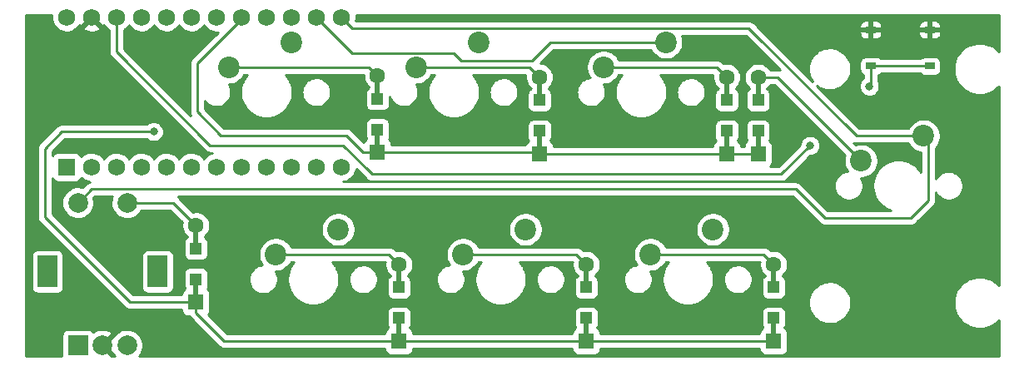
<source format=gbr>
%TF.GenerationSoftware,KiCad,Pcbnew,(5.99.0-2318-gf1aa7e523)*%
%TF.CreationDate,2020-10-19T15:18:08-05:00*%
%TF.ProjectId,micropa8,6d696372-6f70-4613-982e-6b696361645f,rev?*%
%TF.SameCoordinates,Original*%
%TF.FileFunction,Copper,L2,Bot*%
%TF.FilePolarity,Positive*%
%FSLAX46Y46*%
G04 Gerber Fmt 4.6, Leading zero omitted, Abs format (unit mm)*
G04 Created by KiCad (PCBNEW (5.99.0-2318-gf1aa7e523)) date 2020-10-19 15:18:08*
%MOMM*%
%LPD*%
G01*
G04 APERTURE LIST*
%TA.AperFunction,ComponentPad*%
%ADD10C,1.752600*%
%TD*%
%TA.AperFunction,ComponentPad*%
%ADD11R,1.752600X1.752600*%
%TD*%
%TA.AperFunction,ComponentPad*%
%ADD12C,2.200000*%
%TD*%
%TA.AperFunction,SMDPad,CuDef*%
%ADD13R,0.500000X2.500000*%
%TD*%
%TA.AperFunction,ComponentPad*%
%ADD14C,1.600000*%
%TD*%
%TA.AperFunction,ComponentPad*%
%ADD15R,1.600000X1.600000*%
%TD*%
%TA.AperFunction,SMDPad,CuDef*%
%ADD16R,1.200000X1.200000*%
%TD*%
%TA.AperFunction,ComponentPad*%
%ADD17C,2.000000*%
%TD*%
%TA.AperFunction,ComponentPad*%
%ADD18R,2.000000X3.200000*%
%TD*%
%TA.AperFunction,ComponentPad*%
%ADD19R,2.000000X2.000000*%
%TD*%
%TA.AperFunction,SMDPad,CuDef*%
%ADD20R,0.998220X0.698500*%
%TD*%
%TA.AperFunction,ViaPad*%
%ADD21C,0.800000*%
%TD*%
%TA.AperFunction,Conductor*%
%ADD22C,0.250000*%
%TD*%
%TA.AperFunction,Conductor*%
%ADD23C,0.254000*%
%TD*%
G04 APERTURE END LIST*
D10*
%TO.P,U1,24,RAW*%
%TO.N,Net-(U1-Pad24)*%
X28892500Y-25717500D03*
%TO.P,U1,12,B5*%
%TO.N,Net-(U1-Pad12)*%
X56832500Y-40957500D03*
%TO.P,U1,23,GND*%
%TO.N,GND*%
X31432500Y-25717500D03*
%TO.P,U1,22,RST*%
%TO.N,Net-(SW1-Pad2)*%
X33972500Y-25717500D03*
%TO.P,U1,21,VCC*%
%TO.N,Net-(U1-Pad21)*%
X36512500Y-25717500D03*
%TO.P,U1,20,F4*%
%TO.N,Net-(U1-Pad20)*%
X39052500Y-25717500D03*
%TO.P,U1,19,F5*%
%TO.N,Net-(U1-Pad19)*%
X41592500Y-25717500D03*
%TO.P,U1,18,F6*%
%TO.N,row1*%
X44132500Y-25717500D03*
%TO.P,U1,17,F7*%
%TO.N,row0*%
X46672500Y-25717500D03*
%TO.P,U1,16,B1*%
%TO.N,col1*%
X49212500Y-25717500D03*
%TO.P,U1,15,B3*%
%TO.N,col2*%
X51752500Y-25717500D03*
%TO.P,U1,14,B2*%
%TO.N,col3*%
X54292500Y-25717500D03*
%TO.P,U1,13,B6*%
%TO.N,col4*%
X56832500Y-25717500D03*
%TO.P,U1,11,B4*%
%TO.N,Net-(U1-Pad11)*%
X54292500Y-40957500D03*
%TO.P,U1,10,E6*%
%TO.N,Net-(U1-Pad10)*%
X51752500Y-40957500D03*
%TO.P,U1,9,D7*%
%TO.N,Net-(U1-Pad9)*%
X49212500Y-40957500D03*
%TO.P,U1,8,C6*%
%TO.N,pinB*%
X46672500Y-40957500D03*
%TO.P,U1,7,D4*%
%TO.N,pinA*%
X44132500Y-40957500D03*
%TO.P,U1,6,SDA*%
%TO.N,Net-(U1-Pad6)*%
X41592500Y-40957500D03*
%TO.P,U1,5,SCL*%
%TO.N,Net-(U1-Pad5)*%
X39052500Y-40957500D03*
%TO.P,U1,4,GND*%
%TO.N,Net-(U1-Pad4)*%
X36512500Y-40957500D03*
%TO.P,U1,3,GND*%
%TO.N,Net-(U1-Pad3)*%
X33972500Y-40957500D03*
%TO.P,U1,2,RX*%
%TO.N,Net-(U1-Pad2)*%
X31432500Y-40957500D03*
D11*
%TO.P,U1,1,TX*%
%TO.N,Net-(U1-Pad1)*%
X28892500Y-40957500D03*
%TD*%
D12*
%TO.P,MX5,2,ROW*%
%TO.N,Net-(D2-Pad2)*%
X50165000Y-49847500D03*
%TO.P,MX5,1,COL*%
%TO.N,col1*%
X56515000Y-47307500D03*
%TD*%
D13*
%TO.P,D8,2,A*%
%TO.N,Net-(D14-Pad2)*%
X42056250Y-48112500D03*
%TO.P,D8,1,K*%
%TO.N,row1*%
X42056250Y-53512500D03*
D14*
%TO.P,D8,2,A*%
%TO.N,Net-(D14-Pad2)*%
X42056250Y-46912500D03*
D15*
%TO.P,D8,1,K*%
%TO.N,row1*%
X42056250Y-54712500D03*
D16*
X42056250Y-52387500D03*
%TO.P,D8,2,A*%
%TO.N,Net-(D14-Pad2)*%
X42056250Y-49237500D03*
%TD*%
D13*
%TO.P,D7,2,A*%
%TO.N,Net-(D10-Pad2)*%
X100806250Y-52068750D03*
%TO.P,D7,1,K*%
%TO.N,row1*%
X100806250Y-57468750D03*
D14*
%TO.P,D7,2,A*%
%TO.N,Net-(D10-Pad2)*%
X100806250Y-50868750D03*
D15*
%TO.P,D7,1,K*%
%TO.N,row1*%
X100806250Y-58668750D03*
D16*
X100806250Y-56343750D03*
%TO.P,D7,2,A*%
%TO.N,Net-(D10-Pad2)*%
X100806250Y-53193750D03*
%TD*%
D13*
%TO.P,D6,2,A*%
%TO.N,Net-(D6-Pad2)*%
X81756250Y-52068750D03*
%TO.P,D6,1,K*%
%TO.N,row1*%
X81756250Y-57468750D03*
D14*
%TO.P,D6,2,A*%
%TO.N,Net-(D6-Pad2)*%
X81756250Y-50868750D03*
D15*
%TO.P,D6,1,K*%
%TO.N,row1*%
X81756250Y-58668750D03*
D16*
X81756250Y-56343750D03*
%TO.P,D6,2,A*%
%TO.N,Net-(D6-Pad2)*%
X81756250Y-53193750D03*
%TD*%
D13*
%TO.P,D5,2,A*%
%TO.N,Net-(D2-Pad2)*%
X62706250Y-52068750D03*
%TO.P,D5,1,K*%
%TO.N,row1*%
X62706250Y-57468750D03*
D14*
%TO.P,D5,2,A*%
%TO.N,Net-(D2-Pad2)*%
X62706250Y-50868750D03*
D15*
%TO.P,D5,1,K*%
%TO.N,row1*%
X62706250Y-58668750D03*
D16*
X62706250Y-56343750D03*
%TO.P,D5,2,A*%
%TO.N,Net-(D2-Pad2)*%
X62706250Y-53193750D03*
%TD*%
D13*
%TO.P,D4,2,A*%
%TO.N,Net-(D13-Pad2)*%
X99218750Y-33018750D03*
%TO.P,D4,1,K*%
%TO.N,row0*%
X99218750Y-38418750D03*
D14*
%TO.P,D4,2,A*%
%TO.N,Net-(D13-Pad2)*%
X99218750Y-31818750D03*
D15*
%TO.P,D4,1,K*%
%TO.N,row0*%
X99218750Y-39618750D03*
D16*
X99218750Y-37293750D03*
%TO.P,D4,2,A*%
%TO.N,Net-(D13-Pad2)*%
X99218750Y-34143750D03*
%TD*%
D13*
%TO.P,D3,2,A*%
%TO.N,Net-(D9-Pad2)*%
X96043750Y-33018750D03*
%TO.P,D3,1,K*%
%TO.N,row0*%
X96043750Y-38418750D03*
D14*
%TO.P,D3,2,A*%
%TO.N,Net-(D9-Pad2)*%
X96043750Y-31818750D03*
D15*
%TO.P,D3,1,K*%
%TO.N,row0*%
X96043750Y-39618750D03*
D16*
X96043750Y-37293750D03*
%TO.P,D3,2,A*%
%TO.N,Net-(D9-Pad2)*%
X96043750Y-34143750D03*
%TD*%
D13*
%TO.P,D2,2,A*%
%TO.N,Net-(D5-Pad2)*%
X76993750Y-33018750D03*
%TO.P,D2,1,K*%
%TO.N,row0*%
X76993750Y-38418750D03*
D14*
%TO.P,D2,2,A*%
%TO.N,Net-(D5-Pad2)*%
X76993750Y-31818750D03*
D15*
%TO.P,D2,1,K*%
%TO.N,row0*%
X76993750Y-39618750D03*
D16*
X76993750Y-37293750D03*
%TO.P,D2,2,A*%
%TO.N,Net-(D5-Pad2)*%
X76993750Y-34143750D03*
%TD*%
D13*
%TO.P,D1,2,A*%
%TO.N,Net-(D1-Pad2)*%
X60520000Y-32885000D03*
%TO.P,D1,1,K*%
%TO.N,row0*%
X60520000Y-38285000D03*
D14*
%TO.P,D1,2,A*%
%TO.N,Net-(D1-Pad2)*%
X60520000Y-31685000D03*
D15*
%TO.P,D1,1,K*%
%TO.N,row0*%
X60520000Y-39485000D03*
D16*
X60520000Y-37160000D03*
%TO.P,D1,2,A*%
%TO.N,Net-(D1-Pad2)*%
X60520000Y-34010000D03*
%TD*%
D17*
%TO.P,SW3-1,S1,S1*%
%TO.N,Net-(D14-Pad2)*%
X35043750Y-44593750D03*
%TO.P,SW3-1,S2,S2*%
%TO.N,col4*%
X30043750Y-44593750D03*
D18*
%TO.P,SW3-1,MP*%
%TO.N,N/C*%
X38143750Y-51593750D03*
X26943750Y-51593750D03*
D17*
%TO.P,SW3-1,B,B*%
%TO.N,pinB*%
X35043750Y-59093750D03*
%TO.P,SW3-1,C,C*%
%TO.N,GND*%
X32543750Y-59093750D03*
D19*
%TO.P,SW3-1,A,A*%
%TO.N,pinA*%
X30043750Y-59093750D03*
%TD*%
D12*
%TO.P,MX4,2,ROW*%
%TO.N,Net-(D13-Pad2)*%
X109696250Y-40322500D03*
%TO.P,MX4,1,COL*%
%TO.N,col4*%
X116046250Y-37782500D03*
%TD*%
D20*
%TO.P,SW1,2,2*%
%TO.N,Net-(SW1-Pad2)*%
X110681770Y-30685740D03*
X116681250Y-30685740D03*
%TO.P,SW1,1,1*%
%TO.N,GND*%
X110681770Y-26987500D03*
X116681250Y-26987500D03*
%TD*%
D12*
%TO.P,MX7,2,ROW*%
%TO.N,Net-(D10-Pad2)*%
X88265000Y-49847500D03*
%TO.P,MX7,1,COL*%
%TO.N,col3*%
X94615000Y-47307500D03*
%TD*%
%TO.P,MX6,2,ROW*%
%TO.N,Net-(D6-Pad2)*%
X69215000Y-49847500D03*
%TO.P,MX6,1,COL*%
%TO.N,col2*%
X75565000Y-47307500D03*
%TD*%
%TO.P,MX3,2,ROW*%
%TO.N,Net-(D9-Pad2)*%
X83502500Y-30797500D03*
%TO.P,MX3,1,COL*%
%TO.N,col3*%
X89852500Y-28257500D03*
%TD*%
%TO.P,MX2,2,ROW*%
%TO.N,Net-(D5-Pad2)*%
X64452500Y-30797500D03*
%TO.P,MX2,1,COL*%
%TO.N,col2*%
X70802500Y-28257500D03*
%TD*%
%TO.P,MX1,2,ROW*%
%TO.N,Net-(D1-Pad2)*%
X45402500Y-30797500D03*
%TO.P,MX1,1,COL*%
%TO.N,col1*%
X51752500Y-28257500D03*
%TD*%
D21*
%TO.N,GND*%
X37890000Y-29320000D03*
X82020000Y-36730000D03*
X104140000Y-48520000D03*
%TO.N,row1*%
X37750000Y-37360000D03*
%TO.N,Net-(SW1-Pad2)*%
X110530000Y-32740000D03*
X104500000Y-38770000D03*
%TD*%
D22*
%TO.N,row0*%
X42180000Y-35330000D02*
X42180000Y-30410000D01*
X57310000Y-37730000D02*
X44580000Y-37730000D01*
X60520000Y-39485000D02*
X59065000Y-39485000D01*
X59065000Y-39485000D02*
X57310000Y-37730000D01*
X44580000Y-37730000D02*
X42180000Y-35330000D01*
X42180000Y-30410000D02*
X46672500Y-25917500D01*
X46672500Y-25917500D02*
X46672500Y-25717500D01*
%TO.N,Net-(SW1-Pad2)*%
X60792501Y-41687499D02*
X101582501Y-41687499D01*
X57010000Y-38740000D02*
X59605000Y-41335000D01*
X60792501Y-41687499D02*
X59957499Y-41687499D01*
X59957499Y-41687499D02*
X59605000Y-41335000D01*
%TO.N,row1*%
X26670000Y-46040000D02*
X26670000Y-39080000D01*
X42056250Y-54712500D02*
X35342500Y-54712500D01*
X26670000Y-39080000D02*
X28390000Y-37360000D01*
X28390000Y-37360000D02*
X37750000Y-37360000D01*
X35342500Y-54712500D02*
X26670000Y-46040000D01*
%TO.N,Net-(SW1-Pad2)*%
X110681770Y-30685740D02*
X116681250Y-30685740D01*
X110681770Y-30685740D02*
X110681770Y-32588230D01*
X110681770Y-32588230D02*
X110530000Y-32740000D01*
X101582501Y-41687499D02*
X104500000Y-38770000D01*
X33972500Y-29242500D02*
X43470000Y-38740000D01*
X33972500Y-25717500D02*
X33972500Y-29242500D01*
X43470000Y-38740000D02*
X57010000Y-38740000D01*
%TO.N,col4*%
X114760000Y-46140000D02*
X116510000Y-44390000D01*
X30043750Y-44593750D02*
X31417500Y-43220000D01*
X116510000Y-38246250D02*
X116046250Y-37782500D01*
X31417500Y-43220000D02*
X103070000Y-43220000D01*
X103070000Y-43220000D02*
X105990000Y-46140000D01*
X105990000Y-46140000D02*
X114760000Y-46140000D01*
X116510000Y-44390000D02*
X116510000Y-38246250D01*
%TO.N,row1*%
X42056250Y-54712500D02*
X42056250Y-55796250D01*
X42056250Y-55796250D02*
X44928750Y-58668750D01*
X44928750Y-58668750D02*
X48350000Y-58668750D01*
%TO.N,Net-(D14-Pad2)*%
X35043750Y-44593750D02*
X39737500Y-44593750D01*
X39737500Y-44593750D02*
X42056250Y-46912500D01*
%TO.N,row0*%
X76993750Y-39618750D02*
X99218750Y-39618750D01*
X60520000Y-39485000D02*
X76860000Y-39485000D01*
X76860000Y-39485000D02*
X76993750Y-39618750D01*
%TO.N,Net-(D1-Pad2)*%
X56922500Y-30797500D02*
X59632500Y-30797500D01*
X59632500Y-30797500D02*
X60520000Y-31685000D01*
%TO.N,col4*%
X58582499Y-26832499D02*
X98269999Y-26832499D01*
X57947499Y-26832499D02*
X56832500Y-25717500D01*
X58582499Y-26832499D02*
X57947499Y-26832499D01*
X98269999Y-26832499D02*
X109220000Y-37782500D01*
X109220000Y-37782500D02*
X116046250Y-37782500D01*
%TO.N,col3*%
X57943750Y-29368750D02*
X68262500Y-29368750D01*
X69056250Y-30162500D02*
X76200000Y-30162500D01*
X54292500Y-25717500D02*
X56356250Y-27781250D01*
X56356250Y-27781250D02*
X57943750Y-29368750D01*
X68262500Y-29368750D02*
X69056250Y-30162500D01*
X76200000Y-30162500D02*
X78105000Y-28257500D01*
X78105000Y-28257500D02*
X89852500Y-28257500D01*
%TO.N,row1*%
X62706250Y-58668750D02*
X48350000Y-58668750D01*
%TO.N,Net-(D1-Pad2)*%
X45402500Y-30797500D02*
X56922500Y-30797500D01*
%TO.N,Net-(D5-Pad2)*%
X64452500Y-30797500D02*
X75972500Y-30797500D01*
X75972500Y-30797500D02*
X76993750Y-31818750D01*
%TO.N,Net-(D13-Pad2)*%
X99218750Y-31818750D02*
X101192500Y-31818750D01*
X101192500Y-31818750D02*
X109696250Y-40322500D01*
%TO.N,Net-(D9-Pad2)*%
X83502500Y-30797500D02*
X95022500Y-30797500D01*
X95022500Y-30797500D02*
X96043750Y-31818750D01*
%TO.N,Net-(D10-Pad2)*%
X88265000Y-49847500D02*
X99785000Y-49847500D01*
X99785000Y-49847500D02*
X100806250Y-50868750D01*
%TO.N,Net-(D6-Pad2)*%
X81756250Y-50868750D02*
X80735000Y-49847500D01*
X80735000Y-49847500D02*
X69215000Y-49847500D01*
%TO.N,Net-(D2-Pad2)*%
X62706250Y-50868750D02*
X61685000Y-49847500D01*
X61685000Y-49847500D02*
X50165000Y-49847500D01*
%TO.N,row1*%
X100806250Y-58668750D02*
X62706250Y-58668750D01*
%TD*%
%TO.N,GND*%
D23*
X27377317Y-25697619D02*
X27377215Y-25708290D01*
X27395629Y-25953195D01*
X27397326Y-25963732D01*
X27456742Y-26202033D01*
X27460190Y-26212132D01*
X27558906Y-26437015D01*
X27564007Y-26446390D01*
X27699203Y-26651425D01*
X27705810Y-26659807D01*
X27873620Y-26839131D01*
X27881544Y-26846279D01*
X28077169Y-26994766D01*
X28086184Y-27000476D01*
X28304031Y-27113880D01*
X28313880Y-27117990D01*
X28547719Y-27193067D01*
X28558119Y-27195459D01*
X28801265Y-27230065D01*
X28811920Y-27230670D01*
X29057421Y-27223812D01*
X29068026Y-27222613D01*
X29308861Y-27174490D01*
X29319112Y-27171521D01*
X29548396Y-27083507D01*
X29558000Y-27078854D01*
X29769177Y-26953466D01*
X29777860Y-26947261D01*
X29936877Y-26811926D01*
X30519093Y-26811926D01*
X30526886Y-26926238D01*
X30617169Y-26994766D01*
X30626185Y-27000476D01*
X30844031Y-27113880D01*
X30853880Y-27117990D01*
X31087719Y-27193067D01*
X31098119Y-27195459D01*
X31341265Y-27230065D01*
X31351920Y-27230670D01*
X31597421Y-27223812D01*
X31608026Y-27222613D01*
X31848861Y-27174490D01*
X31859112Y-27171521D01*
X32088396Y-27083507D01*
X32098000Y-27078854D01*
X32334628Y-26938354D01*
X32349977Y-26815996D01*
X31484691Y-25950710D01*
X31380309Y-25950710D01*
X30519093Y-26811926D01*
X29936877Y-26811926D01*
X29964890Y-26788085D01*
X29972403Y-26780506D01*
X30129940Y-26592094D01*
X30136069Y-26583358D01*
X30163380Y-26536434D01*
X30218228Y-26619615D01*
X30337274Y-26631707D01*
X31432500Y-25536480D01*
X32531855Y-26635836D01*
X32654821Y-26619865D01*
X32703380Y-26536433D01*
X32779203Y-26651425D01*
X32785810Y-26659807D01*
X32953620Y-26839131D01*
X32961544Y-26846279D01*
X33157169Y-26994766D01*
X33166184Y-27000476D01*
X33211500Y-27024066D01*
X33211501Y-29141927D01*
X33211501Y-29352989D01*
X33214604Y-29372578D01*
X33230239Y-29420698D01*
X33238154Y-29470677D01*
X33244283Y-29489540D01*
X33267253Y-29534618D01*
X33282889Y-29582743D01*
X33291893Y-29600415D01*
X33321638Y-29641356D01*
X33344608Y-29686435D01*
X33356265Y-29702480D01*
X33399056Y-29745270D01*
X42970389Y-39316606D01*
X42970404Y-39316619D01*
X43010020Y-39356236D01*
X43026066Y-39367894D01*
X43071150Y-39390866D01*
X43112084Y-39420606D01*
X43129754Y-39429610D01*
X43177873Y-39445245D01*
X43222961Y-39468218D01*
X43241823Y-39474346D01*
X43291805Y-39482263D01*
X43339920Y-39497897D01*
X43359509Y-39500999D01*
X43414809Y-39500999D01*
X43414821Y-39501000D01*
X43731397Y-39501000D01*
X43580872Y-39546160D01*
X43570946Y-39550080D01*
X43350962Y-39659281D01*
X43341839Y-39664817D01*
X43143400Y-39809521D01*
X43135339Y-39816516D01*
X42964118Y-39992587D01*
X42957351Y-40000839D01*
X42864081Y-40136549D01*
X42852463Y-40115675D01*
X42846503Y-40106822D01*
X42692611Y-39915420D01*
X42685245Y-39907698D01*
X42501305Y-39744962D01*
X42492742Y-39738591D01*
X42284011Y-39609173D01*
X42274498Y-39604336D01*
X42046946Y-39511937D01*
X42036754Y-39508772D01*
X41796888Y-39456033D01*
X41786308Y-39454631D01*
X41540984Y-39443063D01*
X41530320Y-39443463D01*
X41286554Y-39473393D01*
X41276109Y-39475585D01*
X41040872Y-39546160D01*
X41030946Y-39550080D01*
X40810962Y-39659281D01*
X40801839Y-39664817D01*
X40603400Y-39809521D01*
X40595339Y-39816516D01*
X40424118Y-39992587D01*
X40417351Y-40000839D01*
X40324081Y-40136549D01*
X40312463Y-40115675D01*
X40306503Y-40106822D01*
X40152611Y-39915420D01*
X40145245Y-39907698D01*
X39961305Y-39744962D01*
X39952742Y-39738591D01*
X39744011Y-39609173D01*
X39734498Y-39604336D01*
X39506946Y-39511937D01*
X39496754Y-39508772D01*
X39256888Y-39456033D01*
X39246308Y-39454631D01*
X39000984Y-39443063D01*
X38990320Y-39443463D01*
X38746554Y-39473393D01*
X38736109Y-39475585D01*
X38500872Y-39546160D01*
X38490946Y-39550080D01*
X38270962Y-39659281D01*
X38261839Y-39664817D01*
X38063400Y-39809521D01*
X38055339Y-39816516D01*
X37884118Y-39992587D01*
X37877351Y-40000839D01*
X37784081Y-40136549D01*
X37772463Y-40115675D01*
X37766503Y-40106822D01*
X37612611Y-39915420D01*
X37605245Y-39907698D01*
X37421305Y-39744962D01*
X37412742Y-39738591D01*
X37204011Y-39609173D01*
X37194498Y-39604336D01*
X36966946Y-39511937D01*
X36956754Y-39508772D01*
X36716888Y-39456033D01*
X36706308Y-39454631D01*
X36460984Y-39443063D01*
X36450320Y-39443463D01*
X36206554Y-39473393D01*
X36196109Y-39475585D01*
X35960872Y-39546160D01*
X35950946Y-39550080D01*
X35730962Y-39659281D01*
X35721839Y-39664817D01*
X35523400Y-39809521D01*
X35515339Y-39816516D01*
X35344118Y-39992587D01*
X35337351Y-40000839D01*
X35244081Y-40136549D01*
X35232463Y-40115675D01*
X35226503Y-40106822D01*
X35072611Y-39915420D01*
X35065245Y-39907698D01*
X34881305Y-39744962D01*
X34872742Y-39738591D01*
X34664011Y-39609173D01*
X34654498Y-39604336D01*
X34426946Y-39511937D01*
X34416754Y-39508772D01*
X34176888Y-39456033D01*
X34166308Y-39454631D01*
X33920984Y-39443063D01*
X33910320Y-39443463D01*
X33666554Y-39473393D01*
X33656109Y-39475585D01*
X33420872Y-39546160D01*
X33410946Y-39550080D01*
X33190962Y-39659281D01*
X33181839Y-39664817D01*
X32983400Y-39809521D01*
X32975339Y-39816516D01*
X32804118Y-39992587D01*
X32797351Y-40000839D01*
X32704081Y-40136549D01*
X32692463Y-40115675D01*
X32686503Y-40106822D01*
X32532611Y-39915420D01*
X32525245Y-39907698D01*
X32341305Y-39744962D01*
X32332742Y-39738591D01*
X32124011Y-39609173D01*
X32114498Y-39604336D01*
X31886946Y-39511937D01*
X31876754Y-39508772D01*
X31636888Y-39456033D01*
X31626308Y-39454631D01*
X31380984Y-39443063D01*
X31370320Y-39443463D01*
X31126554Y-39473393D01*
X31116109Y-39475585D01*
X30880872Y-39546160D01*
X30870946Y-39550080D01*
X30650962Y-39659281D01*
X30641839Y-39664817D01*
X30443400Y-39809521D01*
X30435339Y-39816516D01*
X30363856Y-39890024D01*
X30333663Y-39777342D01*
X30320920Y-39752862D01*
X30189810Y-39596610D01*
X30172921Y-39582439D01*
X29998680Y-39481841D01*
X29977963Y-39474300D01*
X29785262Y-39440322D01*
X29774301Y-39439363D01*
X28007942Y-39439363D01*
X27991566Y-39441519D01*
X27712342Y-39516337D01*
X27687862Y-39529080D01*
X27531610Y-39660190D01*
X27517439Y-39677079D01*
X27431000Y-39826796D01*
X27431000Y-39395215D01*
X28705217Y-38121000D01*
X37045876Y-38121000D01*
X37107991Y-38183116D01*
X37121095Y-38193171D01*
X37342905Y-38321233D01*
X37358165Y-38327554D01*
X37605562Y-38393844D01*
X37621938Y-38396000D01*
X37878062Y-38396000D01*
X37894438Y-38393844D01*
X38141835Y-38327554D01*
X38157095Y-38321233D01*
X38378905Y-38193171D01*
X38392009Y-38183116D01*
X38573116Y-38002009D01*
X38583171Y-37988905D01*
X38711233Y-37767095D01*
X38717554Y-37751835D01*
X38783844Y-37504438D01*
X38786000Y-37488062D01*
X38786000Y-37231938D01*
X38783844Y-37215562D01*
X38717554Y-36968165D01*
X38711233Y-36952905D01*
X38583171Y-36731095D01*
X38573116Y-36717991D01*
X38392009Y-36536884D01*
X38378905Y-36526829D01*
X38157095Y-36398767D01*
X38141835Y-36392446D01*
X37894438Y-36326156D01*
X37878062Y-36324000D01*
X37621938Y-36324000D01*
X37605562Y-36326156D01*
X37358165Y-36392446D01*
X37342905Y-36398767D01*
X37121095Y-36526829D01*
X37107991Y-36536884D01*
X37045876Y-36599000D01*
X28334821Y-36599000D01*
X28334809Y-36599001D01*
X28279509Y-36599001D01*
X28259920Y-36602103D01*
X28211805Y-36617737D01*
X28161823Y-36625654D01*
X28142961Y-36631782D01*
X28097873Y-36654755D01*
X28049754Y-36670390D01*
X28032084Y-36679394D01*
X27991150Y-36709134D01*
X27946066Y-36732106D01*
X27930020Y-36743764D01*
X27890404Y-36783381D01*
X27890389Y-36783394D01*
X26203009Y-38470776D01*
X26053765Y-38620020D01*
X26042108Y-38636065D01*
X26019138Y-38681144D01*
X25989393Y-38722085D01*
X25980389Y-38739757D01*
X25964753Y-38787882D01*
X25941783Y-38832960D01*
X25935654Y-38851823D01*
X25927739Y-38901801D01*
X25912103Y-38949922D01*
X25909001Y-38969511D01*
X25909001Y-39030026D01*
X25909000Y-46095178D01*
X25909001Y-46095190D01*
X25909001Y-46150489D01*
X25912103Y-46170077D01*
X25927736Y-46218191D01*
X25935653Y-46268176D01*
X25941782Y-46287037D01*
X25964753Y-46332120D01*
X25980390Y-46380245D01*
X25989394Y-46397917D01*
X26019138Y-46438855D01*
X26042106Y-46483933D01*
X26053763Y-46499978D01*
X26210190Y-46656406D01*
X26210197Y-46656411D01*
X34733276Y-55179491D01*
X34882520Y-55328736D01*
X34898566Y-55340394D01*
X34943649Y-55363365D01*
X34984583Y-55393105D01*
X35002254Y-55402110D01*
X35050373Y-55417745D01*
X35095461Y-55440718D01*
X35114323Y-55446846D01*
X35164305Y-55454763D01*
X35212420Y-55470397D01*
X35232009Y-55473499D01*
X35287309Y-55473499D01*
X35287321Y-55473500D01*
X40614413Y-55473500D01*
X40614413Y-55520758D01*
X40616569Y-55537134D01*
X40691387Y-55816359D01*
X40704130Y-55840839D01*
X40835240Y-55997090D01*
X40852129Y-56011261D01*
X41026370Y-56111859D01*
X41047087Y-56119400D01*
X41239788Y-56153378D01*
X41250749Y-56154337D01*
X41375768Y-56154337D01*
X41405388Y-56195106D01*
X41428358Y-56240185D01*
X41440015Y-56256230D01*
X41482806Y-56299020D01*
X44429139Y-59245356D01*
X44429154Y-59245369D01*
X44468770Y-59284986D01*
X44484816Y-59296644D01*
X44529900Y-59319616D01*
X44570834Y-59349356D01*
X44588504Y-59358360D01*
X44636623Y-59373995D01*
X44681711Y-59396968D01*
X44700573Y-59403096D01*
X44750555Y-59411013D01*
X44798670Y-59426647D01*
X44818259Y-59429749D01*
X44873559Y-59429749D01*
X44873571Y-59429750D01*
X61264413Y-59429750D01*
X61264413Y-59477008D01*
X61266569Y-59493384D01*
X61341387Y-59772609D01*
X61354130Y-59797089D01*
X61485240Y-59953340D01*
X61502129Y-59967511D01*
X61676370Y-60068109D01*
X61697087Y-60075650D01*
X61889788Y-60109628D01*
X61900749Y-60110587D01*
X63514508Y-60110587D01*
X63530884Y-60108431D01*
X63810109Y-60033613D01*
X63834589Y-60020870D01*
X63990840Y-59889760D01*
X64005011Y-59872871D01*
X64105609Y-59698630D01*
X64113150Y-59677913D01*
X64147128Y-59485212D01*
X64148087Y-59474251D01*
X64148087Y-59429750D01*
X80314413Y-59429750D01*
X80314413Y-59477008D01*
X80316569Y-59493384D01*
X80391387Y-59772609D01*
X80404130Y-59797089D01*
X80535240Y-59953340D01*
X80552129Y-59967511D01*
X80726370Y-60068109D01*
X80747087Y-60075650D01*
X80939788Y-60109628D01*
X80950749Y-60110587D01*
X82564508Y-60110587D01*
X82580884Y-60108431D01*
X82860109Y-60033613D01*
X82884589Y-60020870D01*
X83040840Y-59889760D01*
X83055011Y-59872871D01*
X83155609Y-59698630D01*
X83163150Y-59677913D01*
X83197128Y-59485212D01*
X83198087Y-59474251D01*
X83198087Y-59429750D01*
X99364413Y-59429750D01*
X99364413Y-59477008D01*
X99366569Y-59493384D01*
X99441387Y-59772609D01*
X99454130Y-59797089D01*
X99585240Y-59953340D01*
X99602129Y-59967511D01*
X99776370Y-60068109D01*
X99797087Y-60075650D01*
X99989788Y-60109628D01*
X100000749Y-60110587D01*
X101614508Y-60110587D01*
X101630884Y-60108431D01*
X101910109Y-60033613D01*
X101934589Y-60020870D01*
X102090840Y-59889760D01*
X102105011Y-59872871D01*
X102205609Y-59698630D01*
X102213150Y-59677913D01*
X102247128Y-59485212D01*
X102248087Y-59474251D01*
X102248087Y-57860492D01*
X102245931Y-57844116D01*
X102171113Y-57564892D01*
X102158370Y-57540412D01*
X102027260Y-57384160D01*
X102010371Y-57369989D01*
X101921774Y-57318837D01*
X102005609Y-57173630D01*
X102013150Y-57152913D01*
X102047128Y-56960212D01*
X102048087Y-56949251D01*
X102048087Y-55735492D01*
X102045931Y-55719116D01*
X101971113Y-55439892D01*
X101958370Y-55415412D01*
X101827260Y-55259160D01*
X101810371Y-55244989D01*
X101636130Y-55144391D01*
X101615413Y-55136850D01*
X101422712Y-55102872D01*
X101411751Y-55101913D01*
X100197992Y-55101913D01*
X100181616Y-55104069D01*
X99902392Y-55178887D01*
X99877912Y-55191630D01*
X99721660Y-55322740D01*
X99707489Y-55339629D01*
X99606891Y-55513870D01*
X99599350Y-55534587D01*
X99565372Y-55727288D01*
X99564413Y-55738249D01*
X99564413Y-56952008D01*
X99566569Y-56968384D01*
X99641387Y-57247609D01*
X99654130Y-57272089D01*
X99687372Y-57311706D01*
X99677912Y-57316630D01*
X99521660Y-57447740D01*
X99507489Y-57464629D01*
X99406891Y-57638870D01*
X99399350Y-57659587D01*
X99365372Y-57852288D01*
X99364413Y-57863249D01*
X99364413Y-57907750D01*
X83198087Y-57907750D01*
X83198087Y-57860492D01*
X83195931Y-57844116D01*
X83121113Y-57564892D01*
X83108370Y-57540412D01*
X82977260Y-57384160D01*
X82960371Y-57369989D01*
X82871774Y-57318837D01*
X82955609Y-57173630D01*
X82963150Y-57152913D01*
X82997128Y-56960212D01*
X82998087Y-56949251D01*
X82998087Y-55735492D01*
X82995931Y-55719116D01*
X82921113Y-55439892D01*
X82908370Y-55415412D01*
X82777260Y-55259160D01*
X82760371Y-55244989D01*
X82586130Y-55144391D01*
X82565413Y-55136850D01*
X82372712Y-55102872D01*
X82361751Y-55101913D01*
X81147992Y-55101913D01*
X81131616Y-55104069D01*
X80852392Y-55178887D01*
X80827912Y-55191630D01*
X80671660Y-55322740D01*
X80657489Y-55339629D01*
X80556891Y-55513870D01*
X80549350Y-55534587D01*
X80515372Y-55727288D01*
X80514413Y-55738249D01*
X80514413Y-56952008D01*
X80516569Y-56968384D01*
X80591387Y-57247609D01*
X80604130Y-57272089D01*
X80637372Y-57311706D01*
X80627912Y-57316630D01*
X80471660Y-57447740D01*
X80457489Y-57464629D01*
X80356891Y-57638870D01*
X80349350Y-57659587D01*
X80315372Y-57852288D01*
X80314413Y-57863249D01*
X80314413Y-57907750D01*
X64148087Y-57907750D01*
X64148087Y-57860492D01*
X64145931Y-57844116D01*
X64071113Y-57564892D01*
X64058370Y-57540412D01*
X63927260Y-57384160D01*
X63910371Y-57369989D01*
X63821774Y-57318837D01*
X63905609Y-57173630D01*
X63913150Y-57152913D01*
X63947128Y-56960212D01*
X63948087Y-56949251D01*
X63948087Y-55735492D01*
X63945931Y-55719116D01*
X63871113Y-55439892D01*
X63858370Y-55415412D01*
X63727260Y-55259160D01*
X63710371Y-55244989D01*
X63536130Y-55144391D01*
X63515413Y-55136850D01*
X63322712Y-55102872D01*
X63311751Y-55101913D01*
X62097992Y-55101913D01*
X62081616Y-55104069D01*
X61802392Y-55178887D01*
X61777912Y-55191630D01*
X61621660Y-55322740D01*
X61607489Y-55339629D01*
X61506891Y-55513870D01*
X61499350Y-55534587D01*
X61465372Y-55727288D01*
X61464413Y-55738249D01*
X61464413Y-56952008D01*
X61466569Y-56968384D01*
X61541387Y-57247609D01*
X61554130Y-57272089D01*
X61587372Y-57311706D01*
X61577912Y-57316630D01*
X61421660Y-57447740D01*
X61407489Y-57464629D01*
X61306891Y-57638870D01*
X61299350Y-57659587D01*
X61265372Y-57852288D01*
X61264413Y-57863249D01*
X61264413Y-57907750D01*
X45243966Y-57907750D01*
X43302172Y-55965956D01*
X43340840Y-55933510D01*
X43355011Y-55916621D01*
X43455609Y-55742380D01*
X43463150Y-55721663D01*
X43497128Y-55528962D01*
X43498087Y-55518001D01*
X43498087Y-53904242D01*
X43495931Y-53887866D01*
X43421113Y-53608642D01*
X43408370Y-53584162D01*
X43277260Y-53427910D01*
X43260371Y-53413739D01*
X43171774Y-53362587D01*
X43255609Y-53217380D01*
X43263150Y-53196663D01*
X43297128Y-53003962D01*
X43298087Y-52993001D01*
X43298087Y-52378543D01*
X47406109Y-52378543D01*
X47424188Y-52618997D01*
X47425885Y-52629534D01*
X47484221Y-52863505D01*
X47487669Y-52873604D01*
X47584591Y-53094400D01*
X47589692Y-53103775D01*
X47722430Y-53305084D01*
X47729038Y-53313465D01*
X47893798Y-53489532D01*
X47901722Y-53496680D01*
X48093792Y-53642468D01*
X48102808Y-53648179D01*
X48316696Y-53759521D01*
X48326545Y-53763631D01*
X48556134Y-53837344D01*
X48566535Y-53839736D01*
X48805262Y-53873712D01*
X48815917Y-53874317D01*
X49056956Y-53867584D01*
X49067561Y-53866385D01*
X49304019Y-53819136D01*
X49314270Y-53816167D01*
X49539387Y-53729753D01*
X49548991Y-53725100D01*
X49756330Y-53601991D01*
X49765012Y-53595786D01*
X49948645Y-53439504D01*
X49956158Y-53431924D01*
X50110833Y-53246935D01*
X50116962Y-53238198D01*
X50238256Y-53029794D01*
X50242825Y-53020150D01*
X50327272Y-52794287D01*
X50330151Y-52784011D01*
X50375392Y-52546851D01*
X50376507Y-52535628D01*
X50379077Y-52267841D01*
X50378178Y-52256599D01*
X50337499Y-52018614D01*
X50334817Y-52008284D01*
X50254723Y-51780843D01*
X50250339Y-51771112D01*
X50144802Y-51581500D01*
X50296503Y-51581500D01*
X50306373Y-51580723D01*
X50566141Y-51539579D01*
X50575769Y-51537268D01*
X50825902Y-51455995D01*
X50835050Y-51452206D01*
X51069390Y-51332804D01*
X51077832Y-51327631D01*
X51290608Y-51173040D01*
X51298137Y-51166610D01*
X51484110Y-50980637D01*
X51490540Y-50973108D01*
X51645131Y-50760332D01*
X51650304Y-50751890D01*
X51723365Y-50608500D01*
X52032269Y-50608500D01*
X51944172Y-50702314D01*
X51939124Y-50708416D01*
X51748975Y-50970133D01*
X51744732Y-50976819D01*
X51588886Y-51260304D01*
X51585514Y-51267470D01*
X51466426Y-51568251D01*
X51463978Y-51575783D01*
X51383527Y-51889119D01*
X51382043Y-51896899D01*
X51341498Y-52217847D01*
X51341001Y-52225750D01*
X51341001Y-52549250D01*
X51341498Y-52557153D01*
X51382043Y-52878101D01*
X51383527Y-52885881D01*
X51463978Y-53199217D01*
X51466426Y-53206749D01*
X51585514Y-53507530D01*
X51588886Y-53514696D01*
X51744732Y-53798181D01*
X51748975Y-53804867D01*
X51939124Y-54066584D01*
X51944172Y-54072686D01*
X52165622Y-54308507D01*
X52171396Y-54313929D01*
X52420656Y-54520135D01*
X52427063Y-54524790D01*
X52700202Y-54698129D01*
X52707142Y-54701944D01*
X52999853Y-54839683D01*
X53007216Y-54842598D01*
X53314883Y-54942566D01*
X53322553Y-54944535D01*
X53640322Y-55005153D01*
X53648180Y-55006146D01*
X53971040Y-55026458D01*
X53978960Y-55026458D01*
X54301820Y-55006146D01*
X54309678Y-55005153D01*
X54627447Y-54944535D01*
X54635117Y-54942566D01*
X54942784Y-54842598D01*
X54950147Y-54839683D01*
X55242858Y-54701944D01*
X55249798Y-54698129D01*
X55522937Y-54524790D01*
X55529344Y-54520135D01*
X55778604Y-54313929D01*
X55784378Y-54308507D01*
X56005828Y-54072686D01*
X56010876Y-54066584D01*
X56201025Y-53804867D01*
X56205268Y-53798181D01*
X56361114Y-53514696D01*
X56364486Y-53507530D01*
X56483574Y-53206749D01*
X56486022Y-53199217D01*
X56566473Y-52885881D01*
X56567957Y-52878101D01*
X56608502Y-52557153D01*
X56608999Y-52549250D01*
X56608999Y-52378543D01*
X57566109Y-52378543D01*
X57584188Y-52618997D01*
X57585885Y-52629534D01*
X57644221Y-52863505D01*
X57647669Y-52873604D01*
X57744591Y-53094400D01*
X57749692Y-53103775D01*
X57882430Y-53305084D01*
X57889038Y-53313465D01*
X58053798Y-53489532D01*
X58061722Y-53496680D01*
X58253792Y-53642468D01*
X58262808Y-53648179D01*
X58476696Y-53759521D01*
X58486545Y-53763631D01*
X58716134Y-53837344D01*
X58726535Y-53839736D01*
X58965262Y-53873712D01*
X58975917Y-53874317D01*
X59216956Y-53867584D01*
X59227561Y-53866385D01*
X59464019Y-53819136D01*
X59474270Y-53816167D01*
X59699387Y-53729753D01*
X59708991Y-53725100D01*
X59916330Y-53601991D01*
X59925012Y-53595786D01*
X60108645Y-53439504D01*
X60116158Y-53431924D01*
X60270833Y-53246935D01*
X60276962Y-53238198D01*
X60398256Y-53029794D01*
X60402825Y-53020150D01*
X60487272Y-52794287D01*
X60490151Y-52784011D01*
X60535392Y-52546851D01*
X60536507Y-52535628D01*
X60539077Y-52267841D01*
X60538178Y-52256599D01*
X60497499Y-52018614D01*
X60494817Y-52008284D01*
X60414723Y-51780843D01*
X60410339Y-51771112D01*
X60293067Y-51560416D01*
X60287107Y-51551564D01*
X60136013Y-51363640D01*
X60128647Y-51355917D01*
X59948049Y-51196138D01*
X59939486Y-51189767D01*
X59734549Y-51062702D01*
X59725036Y-51057865D01*
X59501619Y-50967145D01*
X59491427Y-50963980D01*
X59255919Y-50912200D01*
X59245340Y-50910798D01*
X59004475Y-50899439D01*
X58993809Y-50899839D01*
X58754474Y-50929227D01*
X58744030Y-50931418D01*
X58513068Y-51000710D01*
X58503142Y-51004630D01*
X58287155Y-51111846D01*
X58278032Y-51117382D01*
X58083199Y-51259457D01*
X58075138Y-51266452D01*
X57907029Y-51439322D01*
X57900263Y-51447574D01*
X57763683Y-51646298D01*
X57758403Y-51655573D01*
X57657260Y-51874468D01*
X57653618Y-51884500D01*
X57590802Y-52117307D01*
X57588903Y-52127809D01*
X57566211Y-52367872D01*
X57566109Y-52378543D01*
X56608999Y-52378543D01*
X56608999Y-52225750D01*
X56608502Y-52217847D01*
X56567957Y-51896899D01*
X56566473Y-51889119D01*
X56486022Y-51575783D01*
X56483574Y-51568251D01*
X56364486Y-51267470D01*
X56361114Y-51260304D01*
X56205268Y-50976819D01*
X56201025Y-50970133D01*
X56010876Y-50708416D01*
X56005828Y-50702314D01*
X55917731Y-50608500D01*
X61296017Y-50608500D01*
X61273209Y-50737853D01*
X61272250Y-50748814D01*
X61272250Y-50988686D01*
X61273209Y-50999647D01*
X61314863Y-51235876D01*
X61317710Y-51246503D01*
X61399752Y-51471910D01*
X61404402Y-51481882D01*
X61524338Y-51689618D01*
X61530649Y-51698631D01*
X61684837Y-51882384D01*
X61692616Y-51890163D01*
X61814413Y-51992364D01*
X61814413Y-52025666D01*
X61802392Y-52028887D01*
X61777912Y-52041630D01*
X61621660Y-52172740D01*
X61607489Y-52189629D01*
X61506891Y-52363870D01*
X61499350Y-52384587D01*
X61465372Y-52577288D01*
X61464413Y-52588249D01*
X61464413Y-53802008D01*
X61466569Y-53818384D01*
X61541387Y-54097609D01*
X61554130Y-54122089D01*
X61685240Y-54278340D01*
X61702129Y-54292511D01*
X61876370Y-54393109D01*
X61897087Y-54400650D01*
X62089788Y-54434628D01*
X62100749Y-54435587D01*
X63314508Y-54435587D01*
X63330884Y-54433431D01*
X63610109Y-54358613D01*
X63634589Y-54345870D01*
X63790840Y-54214760D01*
X63805011Y-54197871D01*
X63905609Y-54023630D01*
X63913150Y-54002913D01*
X63947128Y-53810212D01*
X63948087Y-53799251D01*
X63948087Y-52585492D01*
X63945931Y-52569116D01*
X63894868Y-52378543D01*
X66456109Y-52378543D01*
X66474188Y-52618997D01*
X66475885Y-52629534D01*
X66534221Y-52863505D01*
X66537669Y-52873604D01*
X66634591Y-53094400D01*
X66639692Y-53103775D01*
X66772430Y-53305084D01*
X66779038Y-53313465D01*
X66943798Y-53489532D01*
X66951722Y-53496680D01*
X67143792Y-53642468D01*
X67152808Y-53648179D01*
X67366696Y-53759521D01*
X67376545Y-53763631D01*
X67606134Y-53837344D01*
X67616535Y-53839736D01*
X67855262Y-53873712D01*
X67865917Y-53874317D01*
X68106956Y-53867584D01*
X68117561Y-53866385D01*
X68354019Y-53819136D01*
X68364270Y-53816167D01*
X68589387Y-53729753D01*
X68598991Y-53725100D01*
X68806330Y-53601991D01*
X68815012Y-53595786D01*
X68998645Y-53439504D01*
X69006158Y-53431924D01*
X69160833Y-53246935D01*
X69166962Y-53238198D01*
X69288256Y-53029794D01*
X69292825Y-53020150D01*
X69377272Y-52794287D01*
X69380151Y-52784011D01*
X69425392Y-52546851D01*
X69426507Y-52535628D01*
X69429077Y-52267841D01*
X69428178Y-52256599D01*
X69387499Y-52018614D01*
X69384817Y-52008284D01*
X69304723Y-51780843D01*
X69300339Y-51771112D01*
X69194802Y-51581500D01*
X69346503Y-51581500D01*
X69356373Y-51580723D01*
X69616141Y-51539579D01*
X69625769Y-51537268D01*
X69875902Y-51455995D01*
X69885050Y-51452206D01*
X70119390Y-51332804D01*
X70127832Y-51327631D01*
X70340608Y-51173040D01*
X70348137Y-51166610D01*
X70534110Y-50980637D01*
X70540540Y-50973108D01*
X70695131Y-50760332D01*
X70700304Y-50751890D01*
X70773365Y-50608500D01*
X71082269Y-50608500D01*
X70994172Y-50702314D01*
X70989124Y-50708416D01*
X70798975Y-50970133D01*
X70794732Y-50976819D01*
X70638886Y-51260304D01*
X70635514Y-51267470D01*
X70516426Y-51568251D01*
X70513978Y-51575783D01*
X70433527Y-51889119D01*
X70432043Y-51896899D01*
X70391498Y-52217847D01*
X70391001Y-52225750D01*
X70391001Y-52549250D01*
X70391498Y-52557153D01*
X70432043Y-52878101D01*
X70433527Y-52885881D01*
X70513978Y-53199217D01*
X70516426Y-53206749D01*
X70635514Y-53507530D01*
X70638886Y-53514696D01*
X70794732Y-53798181D01*
X70798975Y-53804867D01*
X70989124Y-54066584D01*
X70994172Y-54072686D01*
X71215622Y-54308507D01*
X71221396Y-54313929D01*
X71470656Y-54520135D01*
X71477063Y-54524790D01*
X71750202Y-54698129D01*
X71757142Y-54701944D01*
X72049853Y-54839683D01*
X72057216Y-54842598D01*
X72364883Y-54942566D01*
X72372553Y-54944535D01*
X72690322Y-55005153D01*
X72698180Y-55006146D01*
X73021040Y-55026458D01*
X73028960Y-55026458D01*
X73351820Y-55006146D01*
X73359678Y-55005153D01*
X73677447Y-54944535D01*
X73685117Y-54942566D01*
X73992784Y-54842598D01*
X74000147Y-54839683D01*
X74292858Y-54701944D01*
X74299798Y-54698129D01*
X74572937Y-54524790D01*
X74579344Y-54520135D01*
X74828604Y-54313929D01*
X74834378Y-54308507D01*
X75055828Y-54072686D01*
X75060876Y-54066584D01*
X75251025Y-53804867D01*
X75255268Y-53798181D01*
X75411114Y-53514696D01*
X75414486Y-53507530D01*
X75533574Y-53206749D01*
X75536022Y-53199217D01*
X75616473Y-52885881D01*
X75617957Y-52878101D01*
X75658502Y-52557153D01*
X75658999Y-52549250D01*
X75658999Y-52378543D01*
X76616109Y-52378543D01*
X76634188Y-52618997D01*
X76635885Y-52629534D01*
X76694221Y-52863505D01*
X76697669Y-52873604D01*
X76794591Y-53094400D01*
X76799692Y-53103775D01*
X76932430Y-53305084D01*
X76939038Y-53313465D01*
X77103798Y-53489532D01*
X77111722Y-53496680D01*
X77303792Y-53642468D01*
X77312808Y-53648179D01*
X77526696Y-53759521D01*
X77536545Y-53763631D01*
X77766134Y-53837344D01*
X77776535Y-53839736D01*
X78015262Y-53873712D01*
X78025917Y-53874317D01*
X78266956Y-53867584D01*
X78277561Y-53866385D01*
X78514019Y-53819136D01*
X78524270Y-53816167D01*
X78749387Y-53729753D01*
X78758991Y-53725100D01*
X78966330Y-53601991D01*
X78975012Y-53595786D01*
X79158645Y-53439504D01*
X79166158Y-53431924D01*
X79320833Y-53246935D01*
X79326962Y-53238198D01*
X79448256Y-53029794D01*
X79452825Y-53020150D01*
X79537272Y-52794287D01*
X79540151Y-52784011D01*
X79585392Y-52546851D01*
X79586507Y-52535628D01*
X79589077Y-52267841D01*
X79588178Y-52256599D01*
X79547499Y-52018614D01*
X79544817Y-52008284D01*
X79464723Y-51780843D01*
X79460339Y-51771112D01*
X79343067Y-51560416D01*
X79337107Y-51551564D01*
X79186013Y-51363640D01*
X79178647Y-51355917D01*
X78998049Y-51196138D01*
X78989486Y-51189767D01*
X78784549Y-51062702D01*
X78775036Y-51057865D01*
X78551619Y-50967145D01*
X78541427Y-50963980D01*
X78305919Y-50912200D01*
X78295340Y-50910798D01*
X78054475Y-50899439D01*
X78043809Y-50899839D01*
X77804474Y-50929227D01*
X77794030Y-50931418D01*
X77563068Y-51000710D01*
X77553142Y-51004630D01*
X77337155Y-51111846D01*
X77328032Y-51117382D01*
X77133199Y-51259457D01*
X77125138Y-51266452D01*
X76957029Y-51439322D01*
X76950263Y-51447574D01*
X76813683Y-51646298D01*
X76808403Y-51655573D01*
X76707260Y-51874468D01*
X76703618Y-51884500D01*
X76640802Y-52117307D01*
X76638903Y-52127809D01*
X76616211Y-52367872D01*
X76616109Y-52378543D01*
X75658999Y-52378543D01*
X75658999Y-52225750D01*
X75658502Y-52217847D01*
X75617957Y-51896899D01*
X75616473Y-51889119D01*
X75536022Y-51575783D01*
X75533574Y-51568251D01*
X75414486Y-51267470D01*
X75411114Y-51260304D01*
X75255268Y-50976819D01*
X75251025Y-50970133D01*
X75060876Y-50708416D01*
X75055828Y-50702314D01*
X74967731Y-50608500D01*
X80346017Y-50608500D01*
X80323209Y-50737853D01*
X80322250Y-50748814D01*
X80322250Y-50988686D01*
X80323209Y-50999647D01*
X80364863Y-51235876D01*
X80367710Y-51246503D01*
X80449752Y-51471910D01*
X80454402Y-51481882D01*
X80574338Y-51689618D01*
X80580649Y-51698631D01*
X80734837Y-51882384D01*
X80742616Y-51890163D01*
X80864413Y-51992364D01*
X80864413Y-52025666D01*
X80852392Y-52028887D01*
X80827912Y-52041630D01*
X80671660Y-52172740D01*
X80657489Y-52189629D01*
X80556891Y-52363870D01*
X80549350Y-52384587D01*
X80515372Y-52577288D01*
X80514413Y-52588249D01*
X80514413Y-53802008D01*
X80516569Y-53818384D01*
X80591387Y-54097609D01*
X80604130Y-54122089D01*
X80735240Y-54278340D01*
X80752129Y-54292511D01*
X80926370Y-54393109D01*
X80947087Y-54400650D01*
X81139788Y-54434628D01*
X81150749Y-54435587D01*
X82364508Y-54435587D01*
X82380884Y-54433431D01*
X82660109Y-54358613D01*
X82684589Y-54345870D01*
X82840840Y-54214760D01*
X82855011Y-54197871D01*
X82955609Y-54023630D01*
X82963150Y-54002913D01*
X82997128Y-53810212D01*
X82998087Y-53799251D01*
X82998087Y-52585492D01*
X82995931Y-52569116D01*
X82944868Y-52378543D01*
X85506109Y-52378543D01*
X85524188Y-52618997D01*
X85525885Y-52629534D01*
X85584221Y-52863505D01*
X85587669Y-52873604D01*
X85684591Y-53094400D01*
X85689692Y-53103775D01*
X85822430Y-53305084D01*
X85829038Y-53313465D01*
X85993798Y-53489532D01*
X86001722Y-53496680D01*
X86193792Y-53642468D01*
X86202808Y-53648179D01*
X86416696Y-53759521D01*
X86426545Y-53763631D01*
X86656134Y-53837344D01*
X86666535Y-53839736D01*
X86905262Y-53873712D01*
X86915917Y-53874317D01*
X87156956Y-53867584D01*
X87167561Y-53866385D01*
X87404019Y-53819136D01*
X87414270Y-53816167D01*
X87639387Y-53729753D01*
X87648991Y-53725100D01*
X87856330Y-53601991D01*
X87865012Y-53595786D01*
X88048645Y-53439504D01*
X88056158Y-53431924D01*
X88210833Y-53246935D01*
X88216962Y-53238198D01*
X88338256Y-53029794D01*
X88342825Y-53020150D01*
X88427272Y-52794287D01*
X88430151Y-52784011D01*
X88475392Y-52546851D01*
X88476507Y-52535628D01*
X88479077Y-52267841D01*
X88478178Y-52256599D01*
X88437499Y-52018614D01*
X88434817Y-52008284D01*
X88354723Y-51780843D01*
X88350339Y-51771112D01*
X88244802Y-51581500D01*
X88396503Y-51581500D01*
X88406373Y-51580723D01*
X88666141Y-51539579D01*
X88675769Y-51537268D01*
X88925902Y-51455995D01*
X88935050Y-51452206D01*
X89169390Y-51332804D01*
X89177832Y-51327631D01*
X89390608Y-51173040D01*
X89398137Y-51166610D01*
X89584110Y-50980637D01*
X89590540Y-50973108D01*
X89745131Y-50760332D01*
X89750304Y-50751890D01*
X89823365Y-50608500D01*
X90132269Y-50608500D01*
X90044172Y-50702314D01*
X90039124Y-50708416D01*
X89848975Y-50970133D01*
X89844732Y-50976819D01*
X89688886Y-51260304D01*
X89685514Y-51267470D01*
X89566426Y-51568251D01*
X89563978Y-51575783D01*
X89483527Y-51889119D01*
X89482043Y-51896899D01*
X89441498Y-52217847D01*
X89441001Y-52225750D01*
X89441001Y-52549250D01*
X89441498Y-52557153D01*
X89482043Y-52878101D01*
X89483527Y-52885881D01*
X89563978Y-53199217D01*
X89566426Y-53206749D01*
X89685514Y-53507530D01*
X89688886Y-53514696D01*
X89844732Y-53798181D01*
X89848975Y-53804867D01*
X90039124Y-54066584D01*
X90044172Y-54072686D01*
X90265622Y-54308507D01*
X90271396Y-54313929D01*
X90520656Y-54520135D01*
X90527063Y-54524790D01*
X90800202Y-54698129D01*
X90807142Y-54701944D01*
X91099853Y-54839683D01*
X91107216Y-54842598D01*
X91414883Y-54942566D01*
X91422553Y-54944535D01*
X91740322Y-55005153D01*
X91748180Y-55006146D01*
X92071040Y-55026458D01*
X92078960Y-55026458D01*
X92401820Y-55006146D01*
X92409678Y-55005153D01*
X92727447Y-54944535D01*
X92735117Y-54942566D01*
X93042784Y-54842598D01*
X93050147Y-54839683D01*
X93223520Y-54758100D01*
X104342286Y-54758100D01*
X104342286Y-54766900D01*
X104362733Y-55059309D01*
X104363958Y-55068023D01*
X104424901Y-55354740D01*
X104427327Y-55363199D01*
X104527581Y-55638644D01*
X104531160Y-55646684D01*
X104668773Y-55905495D01*
X104673437Y-55912957D01*
X104845729Y-56150098D01*
X104851386Y-56156840D01*
X105055006Y-56367694D01*
X105061545Y-56373582D01*
X105292529Y-56554047D01*
X105299824Y-56558968D01*
X105553676Y-56705529D01*
X105561585Y-56709387D01*
X105833363Y-56819192D01*
X105841732Y-56821912D01*
X106126148Y-56892825D01*
X106134814Y-56894353D01*
X106426331Y-56924993D01*
X106435126Y-56925300D01*
X106728070Y-56915070D01*
X106736822Y-56914150D01*
X107025491Y-56863250D01*
X107034030Y-56861121D01*
X107312806Y-56770540D01*
X107320965Y-56767244D01*
X107584421Y-56638748D01*
X107592042Y-56634348D01*
X107835052Y-56470436D01*
X107841987Y-56465018D01*
X108059819Y-56268881D01*
X108065932Y-56262551D01*
X108254348Y-56038006D01*
X108259521Y-56030886D01*
X108414851Y-55782304D01*
X108418982Y-55774535D01*
X108538206Y-55506754D01*
X108541216Y-55498485D01*
X108622012Y-55216718D01*
X108623841Y-55208110D01*
X108664636Y-54917840D01*
X108665250Y-54909061D01*
X108665250Y-54615939D01*
X108664636Y-54607160D01*
X108623841Y-54316890D01*
X108622012Y-54308282D01*
X108541216Y-54026515D01*
X108538206Y-54018246D01*
X108418982Y-53750465D01*
X108414851Y-53742696D01*
X108259521Y-53494114D01*
X108254348Y-53486994D01*
X108065932Y-53262449D01*
X108059819Y-53256119D01*
X107841987Y-53059982D01*
X107835052Y-53054564D01*
X107592042Y-52890652D01*
X107584421Y-52886252D01*
X107320965Y-52757756D01*
X107312806Y-52754460D01*
X107034030Y-52663879D01*
X107025491Y-52661750D01*
X106736822Y-52610850D01*
X106728070Y-52609930D01*
X106435126Y-52599700D01*
X106426331Y-52600007D01*
X106134814Y-52630647D01*
X106126148Y-52632175D01*
X105841732Y-52703088D01*
X105833363Y-52705808D01*
X105561585Y-52815613D01*
X105553676Y-52819471D01*
X105299824Y-52966032D01*
X105292529Y-52970953D01*
X105061545Y-53151418D01*
X105055006Y-53157306D01*
X104851386Y-53368160D01*
X104845729Y-53374902D01*
X104673437Y-53612043D01*
X104668773Y-53619505D01*
X104531160Y-53878316D01*
X104527581Y-53886356D01*
X104427327Y-54161801D01*
X104424901Y-54170260D01*
X104363958Y-54456977D01*
X104362733Y-54465691D01*
X104342286Y-54758100D01*
X93223520Y-54758100D01*
X93342858Y-54701944D01*
X93349798Y-54698129D01*
X93622937Y-54524790D01*
X93629344Y-54520135D01*
X93878604Y-54313929D01*
X93884378Y-54308507D01*
X94105828Y-54072686D01*
X94110876Y-54066584D01*
X94301025Y-53804867D01*
X94305268Y-53798181D01*
X94461114Y-53514696D01*
X94464486Y-53507530D01*
X94583574Y-53206749D01*
X94586022Y-53199217D01*
X94666473Y-52885881D01*
X94667957Y-52878101D01*
X94708502Y-52557153D01*
X94708999Y-52549250D01*
X94708999Y-52378543D01*
X95666109Y-52378543D01*
X95684188Y-52618997D01*
X95685885Y-52629534D01*
X95744221Y-52863505D01*
X95747669Y-52873604D01*
X95844591Y-53094400D01*
X95849692Y-53103775D01*
X95982430Y-53305084D01*
X95989038Y-53313465D01*
X96153798Y-53489532D01*
X96161722Y-53496680D01*
X96353792Y-53642468D01*
X96362808Y-53648179D01*
X96576696Y-53759521D01*
X96586545Y-53763631D01*
X96816134Y-53837344D01*
X96826535Y-53839736D01*
X97065262Y-53873712D01*
X97075917Y-53874317D01*
X97316956Y-53867584D01*
X97327561Y-53866385D01*
X97564019Y-53819136D01*
X97574270Y-53816167D01*
X97799387Y-53729753D01*
X97808991Y-53725100D01*
X98016330Y-53601991D01*
X98025012Y-53595786D01*
X98208645Y-53439504D01*
X98216158Y-53431924D01*
X98370833Y-53246935D01*
X98376962Y-53238198D01*
X98498256Y-53029794D01*
X98502825Y-53020150D01*
X98587272Y-52794287D01*
X98590151Y-52784011D01*
X98635392Y-52546851D01*
X98636507Y-52535628D01*
X98639077Y-52267841D01*
X98638178Y-52256599D01*
X98597499Y-52018614D01*
X98594817Y-52008284D01*
X98514723Y-51780843D01*
X98510339Y-51771112D01*
X98393067Y-51560416D01*
X98387107Y-51551564D01*
X98236013Y-51363640D01*
X98228647Y-51355917D01*
X98048049Y-51196138D01*
X98039486Y-51189767D01*
X97834549Y-51062702D01*
X97825036Y-51057865D01*
X97601619Y-50967145D01*
X97591427Y-50963980D01*
X97355919Y-50912200D01*
X97345340Y-50910798D01*
X97104475Y-50899439D01*
X97093809Y-50899839D01*
X96854474Y-50929227D01*
X96844030Y-50931418D01*
X96613068Y-51000710D01*
X96603142Y-51004630D01*
X96387155Y-51111846D01*
X96378032Y-51117382D01*
X96183199Y-51259457D01*
X96175138Y-51266452D01*
X96007029Y-51439322D01*
X96000263Y-51447574D01*
X95863683Y-51646298D01*
X95858403Y-51655573D01*
X95757260Y-51874468D01*
X95753618Y-51884500D01*
X95690802Y-52117307D01*
X95688903Y-52127809D01*
X95666211Y-52367872D01*
X95666109Y-52378543D01*
X94708999Y-52378543D01*
X94708999Y-52225750D01*
X94708502Y-52217847D01*
X94667957Y-51896899D01*
X94666473Y-51889119D01*
X94586022Y-51575783D01*
X94583574Y-51568251D01*
X94464486Y-51267470D01*
X94461114Y-51260304D01*
X94305268Y-50976819D01*
X94301025Y-50970133D01*
X94110876Y-50708416D01*
X94105828Y-50702314D01*
X94017731Y-50608500D01*
X99396017Y-50608500D01*
X99373209Y-50737853D01*
X99372250Y-50748814D01*
X99372250Y-50988686D01*
X99373209Y-50999647D01*
X99414863Y-51235876D01*
X99417710Y-51246503D01*
X99499752Y-51471910D01*
X99504402Y-51481882D01*
X99624338Y-51689618D01*
X99630649Y-51698631D01*
X99784837Y-51882384D01*
X99792616Y-51890163D01*
X99914413Y-51992364D01*
X99914413Y-52025666D01*
X99902392Y-52028887D01*
X99877912Y-52041630D01*
X99721660Y-52172740D01*
X99707489Y-52189629D01*
X99606891Y-52363870D01*
X99599350Y-52384587D01*
X99565372Y-52577288D01*
X99564413Y-52588249D01*
X99564413Y-53802008D01*
X99566569Y-53818384D01*
X99641387Y-54097609D01*
X99654130Y-54122089D01*
X99785240Y-54278340D01*
X99802129Y-54292511D01*
X99976370Y-54393109D01*
X99997087Y-54400650D01*
X100189788Y-54434628D01*
X100200749Y-54435587D01*
X101414508Y-54435587D01*
X101430884Y-54433431D01*
X101710109Y-54358613D01*
X101734589Y-54345870D01*
X101890840Y-54214760D01*
X101905011Y-54197871D01*
X102005609Y-54023630D01*
X102013150Y-54002913D01*
X102047128Y-53810212D01*
X102048087Y-53799251D01*
X102048087Y-52585492D01*
X102045931Y-52569116D01*
X101971113Y-52289892D01*
X101958370Y-52265412D01*
X101827260Y-52109160D01*
X101810371Y-52094989D01*
X101698087Y-52030162D01*
X101698087Y-51992364D01*
X101819884Y-51890163D01*
X101827663Y-51882384D01*
X101981851Y-51698631D01*
X101988162Y-51689618D01*
X102108098Y-51481882D01*
X102112748Y-51471910D01*
X102194790Y-51246503D01*
X102197637Y-51235876D01*
X102239291Y-50999647D01*
X102240250Y-50988686D01*
X102240250Y-50748814D01*
X102239291Y-50737853D01*
X102197637Y-50501624D01*
X102194790Y-50490997D01*
X102112748Y-50265590D01*
X102108098Y-50255618D01*
X101988162Y-50047882D01*
X101981851Y-50038869D01*
X101827663Y-49855116D01*
X101819884Y-49847337D01*
X101636131Y-49693149D01*
X101627118Y-49686838D01*
X101419382Y-49566902D01*
X101409410Y-49562252D01*
X101184003Y-49480210D01*
X101173376Y-49477363D01*
X100937147Y-49435709D01*
X100926186Y-49434750D01*
X100686314Y-49434750D01*
X100675353Y-49435709D01*
X100483290Y-49469575D01*
X100401409Y-49387694D01*
X100401407Y-49387691D01*
X100244980Y-49231264D01*
X100228934Y-49219606D01*
X100183847Y-49196633D01*
X100142916Y-49166894D01*
X100125244Y-49157889D01*
X100077126Y-49142255D01*
X100032039Y-49119282D01*
X100013176Y-49113153D01*
X99963193Y-49105237D01*
X99915078Y-49089603D01*
X99895489Y-49086501D01*
X99840191Y-49086501D01*
X99840179Y-49086500D01*
X89823365Y-49086500D01*
X89750304Y-48943110D01*
X89745131Y-48934668D01*
X89590540Y-48721892D01*
X89584110Y-48714363D01*
X89398137Y-48528390D01*
X89390608Y-48521960D01*
X89177832Y-48367369D01*
X89169390Y-48362196D01*
X88935050Y-48242794D01*
X88925902Y-48239005D01*
X88675769Y-48157732D01*
X88666141Y-48155421D01*
X88406373Y-48114277D01*
X88396503Y-48113500D01*
X88133497Y-48113500D01*
X88123627Y-48114277D01*
X87863859Y-48155421D01*
X87854231Y-48157732D01*
X87604098Y-48239005D01*
X87594950Y-48242794D01*
X87360610Y-48362196D01*
X87352168Y-48367369D01*
X87139392Y-48521960D01*
X87131863Y-48528390D01*
X86945890Y-48714363D01*
X86939460Y-48721892D01*
X86784869Y-48934668D01*
X86779696Y-48943110D01*
X86660294Y-49177450D01*
X86656505Y-49186598D01*
X86575232Y-49436731D01*
X86572921Y-49446359D01*
X86531777Y-49706127D01*
X86531000Y-49715997D01*
X86531000Y-49979003D01*
X86531777Y-49988873D01*
X86572921Y-50248641D01*
X86575232Y-50258269D01*
X86656505Y-50508402D01*
X86660294Y-50517550D01*
X86779696Y-50751890D01*
X86784869Y-50760332D01*
X86890124Y-50905203D01*
X86694474Y-50929227D01*
X86684030Y-50931418D01*
X86453068Y-51000710D01*
X86443142Y-51004630D01*
X86227155Y-51111846D01*
X86218032Y-51117382D01*
X86023199Y-51259457D01*
X86015138Y-51266452D01*
X85847029Y-51439322D01*
X85840263Y-51447574D01*
X85703683Y-51646298D01*
X85698403Y-51655573D01*
X85597260Y-51874468D01*
X85593618Y-51884500D01*
X85530802Y-52117307D01*
X85528903Y-52127809D01*
X85506211Y-52367872D01*
X85506109Y-52378543D01*
X82944868Y-52378543D01*
X82921113Y-52289892D01*
X82908370Y-52265412D01*
X82777260Y-52109160D01*
X82760371Y-52094989D01*
X82648087Y-52030162D01*
X82648087Y-51992364D01*
X82769884Y-51890163D01*
X82777663Y-51882384D01*
X82931851Y-51698631D01*
X82938162Y-51689618D01*
X83058098Y-51481882D01*
X83062748Y-51471910D01*
X83144790Y-51246503D01*
X83147637Y-51235876D01*
X83189291Y-50999647D01*
X83190250Y-50988686D01*
X83190250Y-50748814D01*
X83189291Y-50737853D01*
X83147637Y-50501624D01*
X83144790Y-50490997D01*
X83062748Y-50265590D01*
X83058098Y-50255618D01*
X82938162Y-50047882D01*
X82931851Y-50038869D01*
X82777663Y-49855116D01*
X82769884Y-49847337D01*
X82586131Y-49693149D01*
X82577118Y-49686838D01*
X82369382Y-49566902D01*
X82359410Y-49562252D01*
X82134003Y-49480210D01*
X82123376Y-49477363D01*
X81887147Y-49435709D01*
X81876186Y-49434750D01*
X81636314Y-49434750D01*
X81625353Y-49435709D01*
X81433290Y-49469575D01*
X81351409Y-49387694D01*
X81351407Y-49387691D01*
X81194980Y-49231264D01*
X81178934Y-49219606D01*
X81133847Y-49196633D01*
X81092916Y-49166894D01*
X81075244Y-49157889D01*
X81027126Y-49142255D01*
X80982039Y-49119282D01*
X80963176Y-49113153D01*
X80913193Y-49105237D01*
X80865078Y-49089603D01*
X80845489Y-49086501D01*
X80790191Y-49086501D01*
X80790179Y-49086500D01*
X70773365Y-49086500D01*
X70700304Y-48943110D01*
X70695131Y-48934668D01*
X70540540Y-48721892D01*
X70534110Y-48714363D01*
X70348137Y-48528390D01*
X70340608Y-48521960D01*
X70127832Y-48367369D01*
X70119390Y-48362196D01*
X69885050Y-48242794D01*
X69875902Y-48239005D01*
X69625769Y-48157732D01*
X69616141Y-48155421D01*
X69356373Y-48114277D01*
X69346503Y-48113500D01*
X69083497Y-48113500D01*
X69073627Y-48114277D01*
X68813859Y-48155421D01*
X68804231Y-48157732D01*
X68554098Y-48239005D01*
X68544950Y-48242794D01*
X68310610Y-48362196D01*
X68302168Y-48367369D01*
X68089392Y-48521960D01*
X68081863Y-48528390D01*
X67895890Y-48714363D01*
X67889460Y-48721892D01*
X67734869Y-48934668D01*
X67729696Y-48943110D01*
X67610294Y-49177450D01*
X67606505Y-49186598D01*
X67525232Y-49436731D01*
X67522921Y-49446359D01*
X67481777Y-49706127D01*
X67481000Y-49715997D01*
X67481000Y-49979003D01*
X67481777Y-49988873D01*
X67522921Y-50248641D01*
X67525232Y-50258269D01*
X67606505Y-50508402D01*
X67610294Y-50517550D01*
X67729696Y-50751890D01*
X67734869Y-50760332D01*
X67840124Y-50905203D01*
X67644474Y-50929227D01*
X67634030Y-50931418D01*
X67403068Y-51000710D01*
X67393142Y-51004630D01*
X67177155Y-51111846D01*
X67168032Y-51117382D01*
X66973199Y-51259457D01*
X66965138Y-51266452D01*
X66797029Y-51439322D01*
X66790263Y-51447574D01*
X66653683Y-51646298D01*
X66648403Y-51655573D01*
X66547260Y-51874468D01*
X66543618Y-51884500D01*
X66480802Y-52117307D01*
X66478903Y-52127809D01*
X66456211Y-52367872D01*
X66456109Y-52378543D01*
X63894868Y-52378543D01*
X63871113Y-52289892D01*
X63858370Y-52265412D01*
X63727260Y-52109160D01*
X63710371Y-52094989D01*
X63598087Y-52030162D01*
X63598087Y-51992364D01*
X63719884Y-51890163D01*
X63727663Y-51882384D01*
X63881851Y-51698631D01*
X63888162Y-51689618D01*
X64008098Y-51481882D01*
X64012748Y-51471910D01*
X64094790Y-51246503D01*
X64097637Y-51235876D01*
X64139291Y-50999647D01*
X64140250Y-50988686D01*
X64140250Y-50748814D01*
X64139291Y-50737853D01*
X64097637Y-50501624D01*
X64094790Y-50490997D01*
X64012748Y-50265590D01*
X64008098Y-50255618D01*
X63888162Y-50047882D01*
X63881851Y-50038869D01*
X63727663Y-49855116D01*
X63719884Y-49847337D01*
X63536131Y-49693149D01*
X63527118Y-49686838D01*
X63319382Y-49566902D01*
X63309410Y-49562252D01*
X63084003Y-49480210D01*
X63073376Y-49477363D01*
X62837147Y-49435709D01*
X62826186Y-49434750D01*
X62586314Y-49434750D01*
X62575353Y-49435709D01*
X62383290Y-49469575D01*
X62301409Y-49387694D01*
X62301407Y-49387691D01*
X62144980Y-49231264D01*
X62128934Y-49219606D01*
X62083847Y-49196633D01*
X62042916Y-49166894D01*
X62025244Y-49157889D01*
X61977126Y-49142255D01*
X61932039Y-49119282D01*
X61913176Y-49113153D01*
X61863193Y-49105237D01*
X61815078Y-49089603D01*
X61795489Y-49086501D01*
X61740191Y-49086501D01*
X61740179Y-49086500D01*
X51723365Y-49086500D01*
X51650304Y-48943110D01*
X51645131Y-48934668D01*
X51490540Y-48721892D01*
X51484110Y-48714363D01*
X51298137Y-48528390D01*
X51290608Y-48521960D01*
X51077832Y-48367369D01*
X51069390Y-48362196D01*
X50835050Y-48242794D01*
X50825902Y-48239005D01*
X50575769Y-48157732D01*
X50566141Y-48155421D01*
X50306373Y-48114277D01*
X50296503Y-48113500D01*
X50033497Y-48113500D01*
X50023627Y-48114277D01*
X49763859Y-48155421D01*
X49754231Y-48157732D01*
X49504098Y-48239005D01*
X49494950Y-48242794D01*
X49260610Y-48362196D01*
X49252168Y-48367369D01*
X49039392Y-48521960D01*
X49031863Y-48528390D01*
X48845890Y-48714363D01*
X48839460Y-48721892D01*
X48684869Y-48934668D01*
X48679696Y-48943110D01*
X48560294Y-49177450D01*
X48556505Y-49186598D01*
X48475232Y-49436731D01*
X48472921Y-49446359D01*
X48431777Y-49706127D01*
X48431000Y-49715997D01*
X48431000Y-49979003D01*
X48431777Y-49988873D01*
X48472921Y-50248641D01*
X48475232Y-50258269D01*
X48556505Y-50508402D01*
X48560294Y-50517550D01*
X48679696Y-50751890D01*
X48684869Y-50760332D01*
X48790124Y-50905203D01*
X48594474Y-50929227D01*
X48584030Y-50931418D01*
X48353068Y-51000710D01*
X48343142Y-51004630D01*
X48127155Y-51111846D01*
X48118032Y-51117382D01*
X47923199Y-51259457D01*
X47915138Y-51266452D01*
X47747029Y-51439322D01*
X47740263Y-51447574D01*
X47603683Y-51646298D01*
X47598403Y-51655573D01*
X47497260Y-51874468D01*
X47493618Y-51884500D01*
X47430802Y-52117307D01*
X47428903Y-52127809D01*
X47406211Y-52367872D01*
X47406109Y-52378543D01*
X43298087Y-52378543D01*
X43298087Y-51779242D01*
X43295931Y-51762866D01*
X43221113Y-51483642D01*
X43208370Y-51459162D01*
X43077260Y-51302910D01*
X43060371Y-51288739D01*
X42886130Y-51188141D01*
X42865413Y-51180600D01*
X42672712Y-51146622D01*
X42661751Y-51145663D01*
X41447992Y-51145663D01*
X41431616Y-51147819D01*
X41152392Y-51222637D01*
X41127912Y-51235380D01*
X40971660Y-51366490D01*
X40957489Y-51383379D01*
X40856891Y-51557620D01*
X40849350Y-51578337D01*
X40815372Y-51771038D01*
X40814413Y-51781999D01*
X40814413Y-52995758D01*
X40816569Y-53012134D01*
X40891387Y-53291359D01*
X40904130Y-53315839D01*
X40937372Y-53355456D01*
X40927912Y-53360380D01*
X40771660Y-53491490D01*
X40757489Y-53508379D01*
X40656891Y-53682620D01*
X40649350Y-53703337D01*
X40615372Y-53896038D01*
X40614413Y-53906999D01*
X40614413Y-53951500D01*
X35657715Y-53951500D01*
X31694464Y-49988249D01*
X36501913Y-49988249D01*
X36501913Y-53202008D01*
X36504069Y-53218384D01*
X36578887Y-53497609D01*
X36591630Y-53522089D01*
X36722740Y-53678340D01*
X36739629Y-53692511D01*
X36913870Y-53793109D01*
X36934587Y-53800650D01*
X37127288Y-53834628D01*
X37138249Y-53835587D01*
X39152008Y-53835587D01*
X39168384Y-53833431D01*
X39447609Y-53758613D01*
X39472089Y-53745870D01*
X39628340Y-53614760D01*
X39642511Y-53597871D01*
X39743109Y-53423630D01*
X39750650Y-53402913D01*
X39784628Y-53210212D01*
X39785587Y-53199251D01*
X39785587Y-49985492D01*
X39783431Y-49969116D01*
X39708613Y-49689892D01*
X39695870Y-49665412D01*
X39564760Y-49509160D01*
X39547871Y-49494989D01*
X39373630Y-49394391D01*
X39352913Y-49386850D01*
X39160212Y-49352872D01*
X39149251Y-49351913D01*
X37135492Y-49351913D01*
X37119116Y-49354069D01*
X36839892Y-49428887D01*
X36815412Y-49441630D01*
X36659160Y-49572740D01*
X36644989Y-49589629D01*
X36544391Y-49763870D01*
X36536850Y-49784587D01*
X36502872Y-49977288D01*
X36501913Y-49988249D01*
X31694464Y-49988249D01*
X27431000Y-45724786D01*
X27431000Y-42061760D01*
X27451337Y-42137659D01*
X27464080Y-42162139D01*
X27595190Y-42318390D01*
X27612079Y-42332561D01*
X27786320Y-42433159D01*
X27807037Y-42440700D01*
X27999738Y-42474678D01*
X28010699Y-42475637D01*
X29777058Y-42475637D01*
X29793434Y-42473481D01*
X30072659Y-42398663D01*
X30097139Y-42385920D01*
X30253390Y-42254810D01*
X30267561Y-42237921D01*
X30368159Y-42063680D01*
X30375700Y-42042963D01*
X30376346Y-42039299D01*
X30413620Y-42079131D01*
X30421544Y-42086279D01*
X30617169Y-42234766D01*
X30626184Y-42240476D01*
X30844031Y-42353880D01*
X30853880Y-42357990D01*
X31087719Y-42433067D01*
X31098119Y-42435459D01*
X31286783Y-42462311D01*
X31239308Y-42477736D01*
X31189323Y-42485653D01*
X31170462Y-42491782D01*
X31125379Y-42514753D01*
X31077254Y-42530390D01*
X31059582Y-42539394D01*
X31018644Y-42569138D01*
X30973566Y-42592106D01*
X30957521Y-42603763D01*
X30528267Y-43033018D01*
X30383853Y-42990515D01*
X30373946Y-42988445D01*
X30123152Y-42956761D01*
X30113040Y-42956302D01*
X29860406Y-42965124D01*
X29850351Y-42966288D01*
X29602378Y-43015389D01*
X29592639Y-43018144D01*
X29355706Y-43106258D01*
X29346533Y-43110536D01*
X29126734Y-43235399D01*
X29118363Y-43241088D01*
X28921356Y-43399487D01*
X28914002Y-43406441D01*
X28744854Y-43594298D01*
X28738706Y-43602339D01*
X28601769Y-43814825D01*
X28596986Y-43823744D01*
X28495782Y-44055389D01*
X28492487Y-44064959D01*
X28429621Y-44309806D01*
X28427898Y-44319780D01*
X28404988Y-44571527D01*
X28404882Y-44581648D01*
X28422516Y-44833821D01*
X28424029Y-44843828D01*
X28481754Y-45089937D01*
X28484848Y-45099574D01*
X28581178Y-45333288D01*
X28585773Y-45342306D01*
X28718230Y-45557612D01*
X28724208Y-45565780D01*
X28889384Y-45757140D01*
X28896591Y-45764247D01*
X29090239Y-45926736D01*
X29098489Y-45932599D01*
X29315623Y-46062037D01*
X29324705Y-46066506D01*
X29559741Y-46159563D01*
X29569420Y-46162522D01*
X29816311Y-46216804D01*
X29826339Y-46218178D01*
X30078733Y-46232289D01*
X30088851Y-46232042D01*
X30340254Y-46205619D01*
X30350203Y-46203757D01*
X30594148Y-46137478D01*
X30603670Y-46134050D01*
X30833881Y-46029623D01*
X30842733Y-46024716D01*
X31053286Y-45884824D01*
X31061239Y-45878565D01*
X31246718Y-45706811D01*
X31253569Y-45699360D01*
X31409201Y-45500161D01*
X31414773Y-45491711D01*
X31536554Y-45270191D01*
X31540703Y-45260959D01*
X31625501Y-45022818D01*
X31628120Y-45013042D01*
X31673813Y-44764082D01*
X31674847Y-44753349D01*
X31677832Y-44468346D01*
X31677023Y-44457594D01*
X31636554Y-44207731D01*
X31634140Y-44197902D01*
X31604603Y-44109112D01*
X31732716Y-43981000D01*
X33528282Y-43981000D01*
X33495782Y-44055389D01*
X33492487Y-44064959D01*
X33429621Y-44309806D01*
X33427898Y-44319780D01*
X33404988Y-44571527D01*
X33404882Y-44581648D01*
X33422516Y-44833821D01*
X33424029Y-44843828D01*
X33481754Y-45089937D01*
X33484848Y-45099574D01*
X33581178Y-45333288D01*
X33585773Y-45342306D01*
X33718230Y-45557612D01*
X33724208Y-45565780D01*
X33889384Y-45757140D01*
X33896591Y-45764247D01*
X34090239Y-45926736D01*
X34098489Y-45932599D01*
X34315623Y-46062037D01*
X34324705Y-46066506D01*
X34559741Y-46159563D01*
X34569420Y-46162522D01*
X34816311Y-46216804D01*
X34826339Y-46218178D01*
X35078733Y-46232289D01*
X35088851Y-46232042D01*
X35340254Y-46205619D01*
X35350203Y-46203757D01*
X35594148Y-46137478D01*
X35603670Y-46134050D01*
X35833881Y-46029623D01*
X35842733Y-46024716D01*
X36053286Y-45884824D01*
X36061239Y-45878565D01*
X36246718Y-45706811D01*
X36253569Y-45699360D01*
X36409201Y-45500161D01*
X36414773Y-45491711D01*
X36490068Y-45354750D01*
X39422286Y-45354750D01*
X40657075Y-46589540D01*
X40623209Y-46781603D01*
X40622250Y-46792564D01*
X40622250Y-47032436D01*
X40623209Y-47043397D01*
X40664863Y-47279626D01*
X40667710Y-47290253D01*
X40749752Y-47515660D01*
X40754402Y-47525632D01*
X40874338Y-47733368D01*
X40880649Y-47742381D01*
X41034837Y-47926134D01*
X41042616Y-47933913D01*
X41164413Y-48036114D01*
X41164413Y-48069416D01*
X41152392Y-48072637D01*
X41127912Y-48085380D01*
X40971660Y-48216490D01*
X40957489Y-48233379D01*
X40856891Y-48407620D01*
X40849350Y-48428337D01*
X40815372Y-48621038D01*
X40814413Y-48631999D01*
X40814413Y-49845758D01*
X40816569Y-49862134D01*
X40891387Y-50141359D01*
X40904130Y-50165839D01*
X41035240Y-50322090D01*
X41052129Y-50336261D01*
X41226370Y-50436859D01*
X41247087Y-50444400D01*
X41439788Y-50478378D01*
X41450749Y-50479337D01*
X42664508Y-50479337D01*
X42680884Y-50477181D01*
X42960109Y-50402363D01*
X42984589Y-50389620D01*
X43140840Y-50258510D01*
X43155011Y-50241621D01*
X43255609Y-50067380D01*
X43263150Y-50046663D01*
X43297128Y-49853962D01*
X43298087Y-49843001D01*
X43298087Y-48629242D01*
X43295931Y-48612866D01*
X43221113Y-48333642D01*
X43208370Y-48309162D01*
X43077260Y-48152910D01*
X43060371Y-48138739D01*
X42948087Y-48073912D01*
X42948087Y-48036114D01*
X43069884Y-47933913D01*
X43077663Y-47926134D01*
X43231851Y-47742381D01*
X43238162Y-47733368D01*
X43358098Y-47525632D01*
X43362748Y-47515660D01*
X43444790Y-47290253D01*
X43447637Y-47279626D01*
X43465909Y-47175997D01*
X54781000Y-47175997D01*
X54781000Y-47439003D01*
X54781777Y-47448873D01*
X54822921Y-47708641D01*
X54825232Y-47718269D01*
X54906505Y-47968402D01*
X54910294Y-47977550D01*
X55029696Y-48211890D01*
X55034869Y-48220332D01*
X55189460Y-48433108D01*
X55195890Y-48440637D01*
X55381863Y-48626610D01*
X55389392Y-48633040D01*
X55602168Y-48787631D01*
X55610610Y-48792804D01*
X55844950Y-48912206D01*
X55854098Y-48915995D01*
X56104231Y-48997268D01*
X56113859Y-48999579D01*
X56373627Y-49040723D01*
X56383497Y-49041500D01*
X56646503Y-49041500D01*
X56656373Y-49040723D01*
X56916141Y-48999579D01*
X56925769Y-48997268D01*
X57175902Y-48915995D01*
X57185050Y-48912206D01*
X57419390Y-48792804D01*
X57427832Y-48787631D01*
X57640608Y-48633040D01*
X57648137Y-48626610D01*
X57834110Y-48440637D01*
X57840540Y-48433108D01*
X57995131Y-48220332D01*
X58000304Y-48211890D01*
X58119706Y-47977550D01*
X58123495Y-47968402D01*
X58204768Y-47718269D01*
X58207079Y-47708641D01*
X58248223Y-47448873D01*
X58249000Y-47439003D01*
X58249000Y-47175997D01*
X73831000Y-47175997D01*
X73831000Y-47439003D01*
X73831777Y-47448873D01*
X73872921Y-47708641D01*
X73875232Y-47718269D01*
X73956505Y-47968402D01*
X73960294Y-47977550D01*
X74079696Y-48211890D01*
X74084869Y-48220332D01*
X74239460Y-48433108D01*
X74245890Y-48440637D01*
X74431863Y-48626610D01*
X74439392Y-48633040D01*
X74652168Y-48787631D01*
X74660610Y-48792804D01*
X74894950Y-48912206D01*
X74904098Y-48915995D01*
X75154231Y-48997268D01*
X75163859Y-48999579D01*
X75423627Y-49040723D01*
X75433497Y-49041500D01*
X75696503Y-49041500D01*
X75706373Y-49040723D01*
X75966141Y-48999579D01*
X75975769Y-48997268D01*
X76225902Y-48915995D01*
X76235050Y-48912206D01*
X76469390Y-48792804D01*
X76477832Y-48787631D01*
X76690608Y-48633040D01*
X76698137Y-48626610D01*
X76884110Y-48440637D01*
X76890540Y-48433108D01*
X77045131Y-48220332D01*
X77050304Y-48211890D01*
X77169706Y-47977550D01*
X77173495Y-47968402D01*
X77254768Y-47718269D01*
X77257079Y-47708641D01*
X77298223Y-47448873D01*
X77299000Y-47439003D01*
X77299000Y-47175997D01*
X92881000Y-47175997D01*
X92881000Y-47439003D01*
X92881777Y-47448873D01*
X92922921Y-47708641D01*
X92925232Y-47718269D01*
X93006505Y-47968402D01*
X93010294Y-47977550D01*
X93129696Y-48211890D01*
X93134869Y-48220332D01*
X93289460Y-48433108D01*
X93295890Y-48440637D01*
X93481863Y-48626610D01*
X93489392Y-48633040D01*
X93702168Y-48787631D01*
X93710610Y-48792804D01*
X93944950Y-48912206D01*
X93954098Y-48915995D01*
X94204231Y-48997268D01*
X94213859Y-48999579D01*
X94473627Y-49040723D01*
X94483497Y-49041500D01*
X94746503Y-49041500D01*
X94756373Y-49040723D01*
X95016141Y-48999579D01*
X95025769Y-48997268D01*
X95275902Y-48915995D01*
X95285050Y-48912206D01*
X95519390Y-48792804D01*
X95527832Y-48787631D01*
X95740608Y-48633040D01*
X95748137Y-48626610D01*
X95934110Y-48440637D01*
X95940540Y-48433108D01*
X96095131Y-48220332D01*
X96100304Y-48211890D01*
X96219706Y-47977550D01*
X96223495Y-47968402D01*
X96304768Y-47718269D01*
X96307079Y-47708641D01*
X96348223Y-47448873D01*
X96349000Y-47439003D01*
X96349000Y-47175997D01*
X96348223Y-47166127D01*
X96307079Y-46906359D01*
X96304768Y-46896731D01*
X96223495Y-46646598D01*
X96219706Y-46637450D01*
X96100304Y-46403110D01*
X96095131Y-46394668D01*
X95940540Y-46181892D01*
X95934110Y-46174363D01*
X95748137Y-45988390D01*
X95740608Y-45981960D01*
X95527832Y-45827369D01*
X95519390Y-45822196D01*
X95285050Y-45702794D01*
X95275902Y-45699005D01*
X95025769Y-45617732D01*
X95016141Y-45615421D01*
X94756373Y-45574277D01*
X94746503Y-45573500D01*
X94483497Y-45573500D01*
X94473627Y-45574277D01*
X94213859Y-45615421D01*
X94204231Y-45617732D01*
X93954098Y-45699005D01*
X93944950Y-45702794D01*
X93710610Y-45822196D01*
X93702168Y-45827369D01*
X93489392Y-45981960D01*
X93481863Y-45988390D01*
X93295890Y-46174363D01*
X93289460Y-46181892D01*
X93134869Y-46394668D01*
X93129696Y-46403110D01*
X93010294Y-46637450D01*
X93006505Y-46646598D01*
X92925232Y-46896731D01*
X92922921Y-46906359D01*
X92881777Y-47166127D01*
X92881000Y-47175997D01*
X77299000Y-47175997D01*
X77298223Y-47166127D01*
X77257079Y-46906359D01*
X77254768Y-46896731D01*
X77173495Y-46646598D01*
X77169706Y-46637450D01*
X77050304Y-46403110D01*
X77045131Y-46394668D01*
X76890540Y-46181892D01*
X76884110Y-46174363D01*
X76698137Y-45988390D01*
X76690608Y-45981960D01*
X76477832Y-45827369D01*
X76469390Y-45822196D01*
X76235050Y-45702794D01*
X76225902Y-45699005D01*
X75975769Y-45617732D01*
X75966141Y-45615421D01*
X75706373Y-45574277D01*
X75696503Y-45573500D01*
X75433497Y-45573500D01*
X75423627Y-45574277D01*
X75163859Y-45615421D01*
X75154231Y-45617732D01*
X74904098Y-45699005D01*
X74894950Y-45702794D01*
X74660610Y-45822196D01*
X74652168Y-45827369D01*
X74439392Y-45981960D01*
X74431863Y-45988390D01*
X74245890Y-46174363D01*
X74239460Y-46181892D01*
X74084869Y-46394668D01*
X74079696Y-46403110D01*
X73960294Y-46637450D01*
X73956505Y-46646598D01*
X73875232Y-46896731D01*
X73872921Y-46906359D01*
X73831777Y-47166127D01*
X73831000Y-47175997D01*
X58249000Y-47175997D01*
X58248223Y-47166127D01*
X58207079Y-46906359D01*
X58204768Y-46896731D01*
X58123495Y-46646598D01*
X58119706Y-46637450D01*
X58000304Y-46403110D01*
X57995131Y-46394668D01*
X57840540Y-46181892D01*
X57834110Y-46174363D01*
X57648137Y-45988390D01*
X57640608Y-45981960D01*
X57427832Y-45827369D01*
X57419390Y-45822196D01*
X57185050Y-45702794D01*
X57175902Y-45699005D01*
X56925769Y-45617732D01*
X56916141Y-45615421D01*
X56656373Y-45574277D01*
X56646503Y-45573500D01*
X56383497Y-45573500D01*
X56373627Y-45574277D01*
X56113859Y-45615421D01*
X56104231Y-45617732D01*
X55854098Y-45699005D01*
X55844950Y-45702794D01*
X55610610Y-45822196D01*
X55602168Y-45827369D01*
X55389392Y-45981960D01*
X55381863Y-45988390D01*
X55195890Y-46174363D01*
X55189460Y-46181892D01*
X55034869Y-46394668D01*
X55029696Y-46403110D01*
X54910294Y-46637450D01*
X54906505Y-46646598D01*
X54825232Y-46896731D01*
X54822921Y-46906359D01*
X54781777Y-47166127D01*
X54781000Y-47175997D01*
X43465909Y-47175997D01*
X43489291Y-47043397D01*
X43490250Y-47032436D01*
X43490250Y-46792564D01*
X43489291Y-46781603D01*
X43447637Y-46545374D01*
X43444790Y-46534747D01*
X43362748Y-46309340D01*
X43358098Y-46299368D01*
X43238162Y-46091632D01*
X43231851Y-46082619D01*
X43077663Y-45898866D01*
X43069884Y-45891087D01*
X42886131Y-45736899D01*
X42877118Y-45730588D01*
X42669382Y-45610652D01*
X42659410Y-45606002D01*
X42434003Y-45523960D01*
X42423376Y-45521113D01*
X42187147Y-45479459D01*
X42176186Y-45478500D01*
X41936314Y-45478500D01*
X41925353Y-45479459D01*
X41733290Y-45513325D01*
X40353912Y-44133948D01*
X40353907Y-44133941D01*
X40200966Y-43981000D01*
X102754786Y-43981000D01*
X105490390Y-46716607D01*
X105490405Y-46716620D01*
X105530020Y-46756236D01*
X105546065Y-46767893D01*
X105591145Y-46790863D01*
X105632084Y-46820607D01*
X105649755Y-46829611D01*
X105697879Y-46845248D01*
X105742962Y-46868218D01*
X105761823Y-46874347D01*
X105811808Y-46882264D01*
X105859922Y-46897897D01*
X105879510Y-46900999D01*
X105934809Y-46900999D01*
X105934821Y-46901000D01*
X114815179Y-46901000D01*
X114815191Y-46900999D01*
X114870489Y-46900999D01*
X114890078Y-46897897D01*
X114938193Y-46882263D01*
X114988176Y-46874347D01*
X115007039Y-46868218D01*
X115052126Y-46845245D01*
X115100244Y-46829611D01*
X115117916Y-46820606D01*
X115158847Y-46790867D01*
X115203934Y-46767894D01*
X115219980Y-46756236D01*
X115376407Y-46599809D01*
X115376412Y-46599802D01*
X117083444Y-44892771D01*
X117126237Y-44849979D01*
X117137894Y-44833934D01*
X117160862Y-44788856D01*
X117190606Y-44747918D01*
X117199610Y-44730246D01*
X117215247Y-44682121D01*
X117238218Y-44637038D01*
X117244347Y-44618177D01*
X117252264Y-44568192D01*
X117267897Y-44520078D01*
X117270999Y-44500490D01*
X117270999Y-44445191D01*
X117271000Y-44445179D01*
X117271000Y-43558372D01*
X117275841Y-43569400D01*
X117280942Y-43578775D01*
X117413680Y-43780084D01*
X117420288Y-43788465D01*
X117585048Y-43964532D01*
X117592972Y-43971680D01*
X117785042Y-44117468D01*
X117794058Y-44123179D01*
X118007946Y-44234521D01*
X118017795Y-44238631D01*
X118247384Y-44312344D01*
X118257785Y-44314736D01*
X118496512Y-44348712D01*
X118507167Y-44349317D01*
X118748206Y-44342584D01*
X118758811Y-44341385D01*
X118995269Y-44294136D01*
X119005520Y-44291167D01*
X119230637Y-44204753D01*
X119240241Y-44200100D01*
X119447580Y-44076991D01*
X119456262Y-44070786D01*
X119639895Y-43914504D01*
X119647408Y-43906924D01*
X119802083Y-43721935D01*
X119808212Y-43713198D01*
X119929506Y-43504794D01*
X119934075Y-43495150D01*
X120018522Y-43269287D01*
X120021401Y-43259011D01*
X120066642Y-43021851D01*
X120067757Y-43010628D01*
X120070327Y-42742841D01*
X120069428Y-42731599D01*
X120028749Y-42493614D01*
X120026067Y-42483284D01*
X119945973Y-42255843D01*
X119941589Y-42246112D01*
X119824317Y-42035416D01*
X119818357Y-42026564D01*
X119667263Y-41838640D01*
X119659897Y-41830917D01*
X119479299Y-41671138D01*
X119470736Y-41664767D01*
X119265799Y-41537702D01*
X119256286Y-41532865D01*
X119032869Y-41442145D01*
X119022677Y-41438980D01*
X118787169Y-41387200D01*
X118776590Y-41385798D01*
X118535725Y-41374439D01*
X118525059Y-41374839D01*
X118285724Y-41404227D01*
X118275280Y-41406418D01*
X118044318Y-41475710D01*
X118034392Y-41479630D01*
X117818405Y-41586846D01*
X117809282Y-41592382D01*
X117614449Y-41734457D01*
X117606388Y-41741452D01*
X117438279Y-41914322D01*
X117431513Y-41922574D01*
X117294933Y-42121298D01*
X117289653Y-42130573D01*
X117271000Y-42170942D01*
X117271000Y-39009996D01*
X117365360Y-38915637D01*
X117371790Y-38908108D01*
X117526381Y-38695332D01*
X117531554Y-38686890D01*
X117650956Y-38452550D01*
X117654745Y-38443402D01*
X117736018Y-38193269D01*
X117738329Y-38183641D01*
X117779473Y-37923873D01*
X117780250Y-37914003D01*
X117780250Y-37650997D01*
X117779473Y-37641127D01*
X117738329Y-37381359D01*
X117736018Y-37371731D01*
X117654745Y-37121598D01*
X117650956Y-37112450D01*
X117531554Y-36878110D01*
X117526381Y-36869668D01*
X117371790Y-36656892D01*
X117365360Y-36649363D01*
X117179387Y-36463390D01*
X117171858Y-36456960D01*
X116959082Y-36302369D01*
X116950640Y-36297196D01*
X116716300Y-36177794D01*
X116707152Y-36174005D01*
X116457019Y-36092732D01*
X116447391Y-36090421D01*
X116187623Y-36049277D01*
X116177753Y-36048500D01*
X115914747Y-36048500D01*
X115904877Y-36049277D01*
X115645109Y-36090421D01*
X115635481Y-36092732D01*
X115385348Y-36174005D01*
X115376200Y-36177794D01*
X115141860Y-36297196D01*
X115133418Y-36302369D01*
X114920642Y-36456960D01*
X114913113Y-36463390D01*
X114727140Y-36649363D01*
X114720710Y-36656892D01*
X114566119Y-36869668D01*
X114560946Y-36878110D01*
X114487885Y-37021500D01*
X109535215Y-37021500D01*
X105179287Y-32665572D01*
X105292529Y-32754047D01*
X105299824Y-32758968D01*
X105553676Y-32905529D01*
X105561585Y-32909387D01*
X105833363Y-33019192D01*
X105841732Y-33021912D01*
X106126148Y-33092825D01*
X106134814Y-33094353D01*
X106426331Y-33124993D01*
X106435126Y-33125300D01*
X106728070Y-33115070D01*
X106736822Y-33114150D01*
X107025491Y-33063250D01*
X107034030Y-33061121D01*
X107312806Y-32970540D01*
X107320965Y-32967244D01*
X107584421Y-32838748D01*
X107592042Y-32834348D01*
X107835052Y-32670436D01*
X107841987Y-32665018D01*
X107900938Y-32611938D01*
X109494000Y-32611938D01*
X109494000Y-32868062D01*
X109496156Y-32884438D01*
X109562446Y-33131835D01*
X109568767Y-33147095D01*
X109696829Y-33368905D01*
X109706884Y-33382009D01*
X109887991Y-33563116D01*
X109901095Y-33573171D01*
X110122905Y-33701233D01*
X110138165Y-33707554D01*
X110385562Y-33773844D01*
X110401938Y-33776000D01*
X110658062Y-33776000D01*
X110674438Y-33773844D01*
X110921835Y-33707554D01*
X110937095Y-33701233D01*
X111158905Y-33573171D01*
X111172009Y-33563116D01*
X111353116Y-33382009D01*
X111363171Y-33368905D01*
X111491233Y-33147095D01*
X111497554Y-33131835D01*
X111563844Y-32884438D01*
X111566000Y-32868062D01*
X111566000Y-32611938D01*
X111563844Y-32595562D01*
X111497554Y-32348165D01*
X111491233Y-32332905D01*
X111442770Y-32248965D01*
X111442770Y-31611099D01*
X111484739Y-31599853D01*
X111509219Y-31587110D01*
X111665470Y-31456000D01*
X111673240Y-31446740D01*
X115700010Y-31446740D01*
X115761130Y-31519580D01*
X115778019Y-31533751D01*
X115952260Y-31634349D01*
X115972977Y-31641890D01*
X116165678Y-31675868D01*
X116176639Y-31676827D01*
X117188618Y-31676827D01*
X117204994Y-31674671D01*
X117484219Y-31599853D01*
X117508699Y-31587110D01*
X117664950Y-31456000D01*
X117679121Y-31439111D01*
X117779719Y-31264870D01*
X117787260Y-31244153D01*
X117821238Y-31051452D01*
X117822197Y-31040491D01*
X117822197Y-30328232D01*
X117820041Y-30311856D01*
X117745223Y-30032632D01*
X117732480Y-30008152D01*
X117601370Y-29851900D01*
X117584481Y-29837729D01*
X117410240Y-29737131D01*
X117389523Y-29729590D01*
X117196822Y-29695612D01*
X117185861Y-29694653D01*
X116173882Y-29694653D01*
X116157506Y-29696809D01*
X115878282Y-29771627D01*
X115853802Y-29784370D01*
X115697550Y-29915480D01*
X115689780Y-29924740D01*
X111663009Y-29924740D01*
X111601890Y-29851900D01*
X111585001Y-29837729D01*
X111410760Y-29737131D01*
X111390043Y-29729590D01*
X111197342Y-29695612D01*
X111186381Y-29694653D01*
X110174402Y-29694653D01*
X110158026Y-29696809D01*
X109878802Y-29771627D01*
X109854322Y-29784370D01*
X109698070Y-29915480D01*
X109683899Y-29932369D01*
X109583301Y-30106610D01*
X109575760Y-30127327D01*
X109541782Y-30320028D01*
X109540823Y-30330989D01*
X109540823Y-31043248D01*
X109542979Y-31059624D01*
X109617797Y-31338849D01*
X109630540Y-31363329D01*
X109761650Y-31519580D01*
X109778539Y-31533751D01*
X109920770Y-31615868D01*
X109920771Y-31895469D01*
X109901095Y-31906829D01*
X109887991Y-31916884D01*
X109706884Y-32097991D01*
X109696829Y-32111095D01*
X109568767Y-32332905D01*
X109562446Y-32348165D01*
X109496156Y-32595562D01*
X109494000Y-32611938D01*
X107900938Y-32611938D01*
X108059819Y-32468881D01*
X108065932Y-32462551D01*
X108254348Y-32238006D01*
X108259521Y-32230886D01*
X108414851Y-31982304D01*
X108418982Y-31974535D01*
X108538206Y-31706754D01*
X108541216Y-31698485D01*
X108622012Y-31416718D01*
X108623841Y-31408110D01*
X108664636Y-31117840D01*
X108665250Y-31109061D01*
X108665250Y-30815939D01*
X108664636Y-30807160D01*
X108623841Y-30516890D01*
X108622012Y-30508282D01*
X108541216Y-30226515D01*
X108538206Y-30218246D01*
X108418982Y-29950465D01*
X108414851Y-29942696D01*
X108259521Y-29694114D01*
X108254348Y-29686994D01*
X108065932Y-29462449D01*
X108059819Y-29456119D01*
X107841987Y-29259982D01*
X107835052Y-29254564D01*
X107592042Y-29090652D01*
X107584421Y-29086252D01*
X107320965Y-28957756D01*
X107312806Y-28954460D01*
X107034030Y-28863879D01*
X107025491Y-28861750D01*
X106736822Y-28810850D01*
X106728070Y-28809930D01*
X106435126Y-28799700D01*
X106426331Y-28800007D01*
X106134814Y-28830647D01*
X106126148Y-28832175D01*
X105841732Y-28903088D01*
X105833363Y-28905808D01*
X105561585Y-29015613D01*
X105553676Y-29019471D01*
X105299824Y-29166032D01*
X105292529Y-29170953D01*
X105061545Y-29351418D01*
X105055006Y-29357306D01*
X104851386Y-29568160D01*
X104845729Y-29574902D01*
X104673437Y-29812043D01*
X104668773Y-29819505D01*
X104531160Y-30078316D01*
X104527581Y-30086356D01*
X104427327Y-30361801D01*
X104424901Y-30370260D01*
X104363958Y-30656977D01*
X104362733Y-30665691D01*
X104342286Y-30958100D01*
X104342286Y-30966900D01*
X104362733Y-31259309D01*
X104363958Y-31268023D01*
X104424901Y-31554740D01*
X104427327Y-31563199D01*
X104527581Y-31838644D01*
X104531160Y-31846684D01*
X104668773Y-32105495D01*
X104673437Y-32112957D01*
X104797684Y-32283970D01*
X99703022Y-27189308D01*
X109540823Y-27189308D01*
X109540823Y-27345008D01*
X109542979Y-27361384D01*
X109617797Y-27640609D01*
X109630540Y-27665089D01*
X109761650Y-27821340D01*
X109778539Y-27835511D01*
X109952780Y-27936109D01*
X109973497Y-27943650D01*
X110166198Y-27977628D01*
X110177159Y-27978587D01*
X110479961Y-27978587D01*
X110553770Y-27904778D01*
X110809769Y-27904778D01*
X110883578Y-27978587D01*
X111189138Y-27978587D01*
X111205514Y-27976431D01*
X111484739Y-27901613D01*
X111509219Y-27888870D01*
X111665470Y-27757760D01*
X111679641Y-27740871D01*
X111780239Y-27566630D01*
X111787780Y-27545913D01*
X111821758Y-27353212D01*
X111822717Y-27342251D01*
X111822717Y-27189309D01*
X111822716Y-27189308D01*
X115540303Y-27189308D01*
X115540303Y-27345008D01*
X115542459Y-27361384D01*
X115617277Y-27640609D01*
X115630020Y-27665089D01*
X115761130Y-27821340D01*
X115778019Y-27835511D01*
X115952260Y-27936109D01*
X115972977Y-27943650D01*
X116165678Y-27977628D01*
X116176639Y-27978587D01*
X116479441Y-27978587D01*
X116553250Y-27904778D01*
X116809249Y-27904778D01*
X116883058Y-27978587D01*
X117188618Y-27978587D01*
X117204994Y-27976431D01*
X117484219Y-27901613D01*
X117508699Y-27888870D01*
X117664950Y-27757760D01*
X117679121Y-27740871D01*
X117779719Y-27566630D01*
X117787260Y-27545913D01*
X117821238Y-27353212D01*
X117822197Y-27342251D01*
X117822197Y-27189309D01*
X117748388Y-27115500D01*
X116883059Y-27115499D01*
X116809250Y-27189308D01*
X116809249Y-27904778D01*
X116553250Y-27904778D01*
X116553251Y-27189309D01*
X116479442Y-27115500D01*
X115614112Y-27115499D01*
X115540303Y-27189308D01*
X111822716Y-27189308D01*
X111748908Y-27115500D01*
X110883579Y-27115499D01*
X110809770Y-27189308D01*
X110809769Y-27904778D01*
X110553770Y-27904778D01*
X110553771Y-27189309D01*
X110479962Y-27115500D01*
X109614632Y-27115499D01*
X109540823Y-27189308D01*
X99703022Y-27189308D01*
X99146463Y-26632749D01*
X109540823Y-26632749D01*
X109540823Y-26785691D01*
X109614632Y-26859500D01*
X110479961Y-26859501D01*
X110553770Y-26785692D01*
X110553770Y-26785691D01*
X110809769Y-26785691D01*
X110883578Y-26859500D01*
X111748908Y-26859501D01*
X111822717Y-26785692D01*
X111822717Y-26632749D01*
X115540303Y-26632749D01*
X115540303Y-26785691D01*
X115614112Y-26859500D01*
X116479441Y-26859501D01*
X116553250Y-26785692D01*
X116553250Y-26785691D01*
X116809249Y-26785691D01*
X116883058Y-26859500D01*
X117748388Y-26859501D01*
X117822197Y-26785692D01*
X117822197Y-26629992D01*
X117820041Y-26613616D01*
X117745223Y-26334392D01*
X117732480Y-26309912D01*
X117601370Y-26153660D01*
X117584481Y-26139489D01*
X117410240Y-26038891D01*
X117389523Y-26031350D01*
X117196822Y-25997372D01*
X117185861Y-25996413D01*
X116883059Y-25996413D01*
X116809250Y-26070222D01*
X116809249Y-26785691D01*
X116553250Y-26785691D01*
X116553251Y-26070222D01*
X116479442Y-25996413D01*
X116173882Y-25996413D01*
X116157506Y-25998569D01*
X115878282Y-26073387D01*
X115853802Y-26086130D01*
X115697550Y-26217240D01*
X115683379Y-26234129D01*
X115582781Y-26408370D01*
X115575240Y-26429087D01*
X115541262Y-26621788D01*
X115540303Y-26632749D01*
X111822717Y-26632749D01*
X111822717Y-26629992D01*
X111820561Y-26613616D01*
X111745743Y-26334392D01*
X111733000Y-26309912D01*
X111601890Y-26153660D01*
X111585001Y-26139489D01*
X111410760Y-26038891D01*
X111390043Y-26031350D01*
X111197342Y-25997372D01*
X111186381Y-25996413D01*
X110883579Y-25996413D01*
X110809770Y-26070222D01*
X110809769Y-26785691D01*
X110553770Y-26785691D01*
X110553771Y-26070222D01*
X110479962Y-25996413D01*
X110174402Y-25996413D01*
X110158026Y-25998569D01*
X109878802Y-26073387D01*
X109854322Y-26086130D01*
X109698070Y-26217240D01*
X109683899Y-26234129D01*
X109583301Y-26408370D01*
X109575760Y-26429087D01*
X109541782Y-26621788D01*
X109540823Y-26632749D01*
X99146463Y-26632749D01*
X98886411Y-26372697D01*
X98886406Y-26372690D01*
X98729979Y-26216263D01*
X98713933Y-26204605D01*
X98668846Y-26181632D01*
X98627915Y-26151893D01*
X98610243Y-26142888D01*
X98562125Y-26127254D01*
X98517038Y-26104281D01*
X98498175Y-26098152D01*
X98448192Y-26090236D01*
X98400077Y-26074602D01*
X98380488Y-26071500D01*
X98325190Y-26071500D01*
X98325178Y-26071499D01*
X58302535Y-26071499D01*
X58339144Y-25879587D01*
X58340259Y-25868365D01*
X58342878Y-25595609D01*
X58341979Y-25584366D01*
X58332002Y-25526000D01*
X123699000Y-25526000D01*
X123699000Y-29194169D01*
X123555628Y-29041493D01*
X123549854Y-29036071D01*
X123300594Y-28829865D01*
X123294187Y-28825210D01*
X123021048Y-28651871D01*
X123014108Y-28648056D01*
X122721397Y-28510317D01*
X122714034Y-28507402D01*
X122406367Y-28407434D01*
X122398697Y-28405465D01*
X122080928Y-28344847D01*
X122073070Y-28343854D01*
X121750210Y-28323542D01*
X121742290Y-28323542D01*
X121419430Y-28343854D01*
X121411572Y-28344847D01*
X121093803Y-28405465D01*
X121086133Y-28407434D01*
X120778466Y-28507402D01*
X120771103Y-28510317D01*
X120478392Y-28648056D01*
X120471452Y-28651871D01*
X120198313Y-28825210D01*
X120191906Y-28829865D01*
X119942646Y-29036071D01*
X119936872Y-29041493D01*
X119715422Y-29277314D01*
X119710374Y-29283416D01*
X119520225Y-29545133D01*
X119515982Y-29551819D01*
X119360136Y-29835304D01*
X119356764Y-29842470D01*
X119237676Y-30143251D01*
X119235228Y-30150783D01*
X119154777Y-30464119D01*
X119153293Y-30471899D01*
X119112748Y-30792847D01*
X119112251Y-30800750D01*
X119112251Y-31124250D01*
X119112748Y-31132153D01*
X119153293Y-31453101D01*
X119154777Y-31460881D01*
X119235228Y-31774217D01*
X119237676Y-31781749D01*
X119356764Y-32082530D01*
X119360136Y-32089696D01*
X119515982Y-32373181D01*
X119520225Y-32379867D01*
X119710374Y-32641584D01*
X119715422Y-32647686D01*
X119936872Y-32883507D01*
X119942646Y-32888929D01*
X120191906Y-33095135D01*
X120198313Y-33099790D01*
X120471452Y-33273129D01*
X120478392Y-33276944D01*
X120771103Y-33414683D01*
X120778466Y-33417598D01*
X121086133Y-33517566D01*
X121093803Y-33519535D01*
X121411572Y-33580153D01*
X121419430Y-33581146D01*
X121742290Y-33601458D01*
X121750210Y-33601458D01*
X122073070Y-33581146D01*
X122080928Y-33580153D01*
X122398697Y-33519535D01*
X122406367Y-33517566D01*
X122714034Y-33417598D01*
X122721397Y-33414683D01*
X123014108Y-33276944D01*
X123021048Y-33273129D01*
X123294187Y-33099790D01*
X123300594Y-33095135D01*
X123549854Y-32888929D01*
X123555628Y-32883507D01*
X123699000Y-32730831D01*
X123699000Y-52994169D01*
X123555628Y-52841493D01*
X123549854Y-52836071D01*
X123300594Y-52629865D01*
X123294187Y-52625210D01*
X123021048Y-52451871D01*
X123014108Y-52448056D01*
X122721397Y-52310317D01*
X122714034Y-52307402D01*
X122406367Y-52207434D01*
X122398697Y-52205465D01*
X122080928Y-52144847D01*
X122073070Y-52143854D01*
X121750210Y-52123542D01*
X121742290Y-52123542D01*
X121419430Y-52143854D01*
X121411572Y-52144847D01*
X121093803Y-52205465D01*
X121086133Y-52207434D01*
X120778466Y-52307402D01*
X120771103Y-52310317D01*
X120478392Y-52448056D01*
X120471452Y-52451871D01*
X120198313Y-52625210D01*
X120191906Y-52629865D01*
X119942646Y-52836071D01*
X119936872Y-52841493D01*
X119715422Y-53077314D01*
X119710374Y-53083416D01*
X119520225Y-53345133D01*
X119515982Y-53351819D01*
X119360136Y-53635304D01*
X119356764Y-53642470D01*
X119237676Y-53943251D01*
X119235228Y-53950783D01*
X119154777Y-54264119D01*
X119153293Y-54271899D01*
X119112748Y-54592847D01*
X119112251Y-54600750D01*
X119112251Y-54924250D01*
X119112748Y-54932153D01*
X119153293Y-55253101D01*
X119154777Y-55260881D01*
X119235228Y-55574217D01*
X119237676Y-55581749D01*
X119356764Y-55882530D01*
X119360136Y-55889696D01*
X119515982Y-56173181D01*
X119520225Y-56179867D01*
X119710374Y-56441584D01*
X119715422Y-56447686D01*
X119936872Y-56683507D01*
X119942646Y-56688929D01*
X120191906Y-56895135D01*
X120198313Y-56899790D01*
X120471452Y-57073129D01*
X120478392Y-57076944D01*
X120771103Y-57214683D01*
X120778466Y-57217598D01*
X121086133Y-57317566D01*
X121093803Y-57319535D01*
X121411572Y-57380153D01*
X121419430Y-57381146D01*
X121742290Y-57401458D01*
X121750210Y-57401458D01*
X122073070Y-57381146D01*
X122080928Y-57380153D01*
X122398697Y-57319535D01*
X122406367Y-57317566D01*
X122714034Y-57217598D01*
X122721397Y-57214683D01*
X123014108Y-57076944D01*
X123021048Y-57073129D01*
X123294187Y-56899790D01*
X123300594Y-56895135D01*
X123549854Y-56688929D01*
X123555628Y-56683507D01*
X123699000Y-56530831D01*
X123699000Y-60199000D01*
X36253850Y-60199000D01*
X36409201Y-60000161D01*
X36414773Y-59991711D01*
X36536554Y-59770191D01*
X36540703Y-59760959D01*
X36625501Y-59522818D01*
X36628120Y-59513042D01*
X36673813Y-59264082D01*
X36674847Y-59253349D01*
X36677832Y-58968346D01*
X36677023Y-58957594D01*
X36636554Y-58707731D01*
X36634140Y-58697902D01*
X36554347Y-58458037D01*
X36550392Y-58448721D01*
X36433277Y-58224699D01*
X36427884Y-58216134D01*
X36276458Y-58013719D01*
X36269764Y-58006127D01*
X36087924Y-57830526D01*
X36080103Y-57824101D01*
X35872525Y-57679831D01*
X35863778Y-57674740D01*
X35635806Y-57565514D01*
X35626357Y-57561887D01*
X35383853Y-57490515D01*
X35373946Y-57488445D01*
X35123152Y-57456761D01*
X35113040Y-57456302D01*
X34860406Y-57465124D01*
X34850351Y-57466288D01*
X34602378Y-57515389D01*
X34592639Y-57518144D01*
X34355706Y-57606258D01*
X34346533Y-57610536D01*
X34126734Y-57735399D01*
X34118363Y-57741088D01*
X33921356Y-57899487D01*
X33914002Y-57906441D01*
X33745605Y-58093464D01*
X33726430Y-58092089D01*
X32776960Y-59041559D01*
X32776960Y-59145941D01*
X33726689Y-60095670D01*
X33748839Y-60094315D01*
X33839199Y-60199000D01*
X33467981Y-60199000D01*
X32362730Y-59093750D01*
X33546028Y-57910453D01*
X33535558Y-57793142D01*
X33372525Y-57679831D01*
X33363778Y-57674740D01*
X33135806Y-57565514D01*
X33126357Y-57561887D01*
X32883853Y-57490515D01*
X32873946Y-57488445D01*
X32623152Y-57456761D01*
X32613040Y-57456302D01*
X32360406Y-57465124D01*
X32350351Y-57466288D01*
X32102378Y-57515389D01*
X32092639Y-57518144D01*
X31855706Y-57606258D01*
X31846533Y-57610536D01*
X31626734Y-57735399D01*
X31618363Y-57741088D01*
X31592744Y-57761686D01*
X31464760Y-57609160D01*
X31447871Y-57594989D01*
X31273630Y-57494391D01*
X31252913Y-57486850D01*
X31060212Y-57452872D01*
X31049251Y-57451913D01*
X29035492Y-57451913D01*
X29019116Y-57454069D01*
X28739892Y-57528887D01*
X28715412Y-57541630D01*
X28559160Y-57672740D01*
X28544989Y-57689629D01*
X28444391Y-57863870D01*
X28436850Y-57884587D01*
X28402872Y-58077288D01*
X28401913Y-58088249D01*
X28401913Y-60102008D01*
X28404069Y-60118384D01*
X28425670Y-60199000D01*
X24732250Y-60199000D01*
X24732250Y-49988249D01*
X25301913Y-49988249D01*
X25301913Y-53202008D01*
X25304069Y-53218384D01*
X25378887Y-53497609D01*
X25391630Y-53522089D01*
X25522740Y-53678340D01*
X25539629Y-53692511D01*
X25713870Y-53793109D01*
X25734587Y-53800650D01*
X25927288Y-53834628D01*
X25938249Y-53835587D01*
X27952008Y-53835587D01*
X27968384Y-53833431D01*
X28247609Y-53758613D01*
X28272089Y-53745870D01*
X28428340Y-53614760D01*
X28442511Y-53597871D01*
X28543109Y-53423630D01*
X28550650Y-53402913D01*
X28584628Y-53210212D01*
X28585587Y-53199251D01*
X28585587Y-49985492D01*
X28583431Y-49969116D01*
X28508613Y-49689892D01*
X28495870Y-49665412D01*
X28364760Y-49509160D01*
X28347871Y-49494989D01*
X28173630Y-49394391D01*
X28152913Y-49386850D01*
X27960212Y-49352872D01*
X27949251Y-49351913D01*
X25935492Y-49351913D01*
X25919116Y-49354069D01*
X25639892Y-49428887D01*
X25615412Y-49441630D01*
X25459160Y-49572740D01*
X25444989Y-49589629D01*
X25344391Y-49763870D01*
X25336850Y-49784587D01*
X25302872Y-49977288D01*
X25301913Y-49988249D01*
X24732250Y-49988249D01*
X24732250Y-25526000D01*
X27393539Y-25526000D01*
X27377317Y-25697619D01*
%TA.AperFunction,Conductor*%
G36*
X27377317Y-25697619D02*
G01*
X27377215Y-25708290D01*
X27395629Y-25953195D01*
X27397326Y-25963732D01*
X27456742Y-26202033D01*
X27460190Y-26212132D01*
X27558906Y-26437015D01*
X27564007Y-26446390D01*
X27699203Y-26651425D01*
X27705810Y-26659807D01*
X27873620Y-26839131D01*
X27881544Y-26846279D01*
X28077169Y-26994766D01*
X28086184Y-27000476D01*
X28304031Y-27113880D01*
X28313880Y-27117990D01*
X28547719Y-27193067D01*
X28558119Y-27195459D01*
X28801265Y-27230065D01*
X28811920Y-27230670D01*
X29057421Y-27223812D01*
X29068026Y-27222613D01*
X29308861Y-27174490D01*
X29319112Y-27171521D01*
X29548396Y-27083507D01*
X29558000Y-27078854D01*
X29769177Y-26953466D01*
X29777860Y-26947261D01*
X29936877Y-26811926D01*
X30519093Y-26811926D01*
X30526886Y-26926238D01*
X30617169Y-26994766D01*
X30626185Y-27000476D01*
X30844031Y-27113880D01*
X30853880Y-27117990D01*
X31087719Y-27193067D01*
X31098119Y-27195459D01*
X31341265Y-27230065D01*
X31351920Y-27230670D01*
X31597421Y-27223812D01*
X31608026Y-27222613D01*
X31848861Y-27174490D01*
X31859112Y-27171521D01*
X32088396Y-27083507D01*
X32098000Y-27078854D01*
X32334628Y-26938354D01*
X32349977Y-26815996D01*
X31484691Y-25950710D01*
X31380309Y-25950710D01*
X30519093Y-26811926D01*
X29936877Y-26811926D01*
X29964890Y-26788085D01*
X29972403Y-26780506D01*
X30129940Y-26592094D01*
X30136069Y-26583358D01*
X30163380Y-26536434D01*
X30218228Y-26619615D01*
X30337274Y-26631707D01*
X31432500Y-25536480D01*
X32531855Y-26635836D01*
X32654821Y-26619865D01*
X32703380Y-26536433D01*
X32779203Y-26651425D01*
X32785810Y-26659807D01*
X32953620Y-26839131D01*
X32961544Y-26846279D01*
X33157169Y-26994766D01*
X33166184Y-27000476D01*
X33211500Y-27024066D01*
X33211501Y-29141927D01*
X33211501Y-29352989D01*
X33214604Y-29372578D01*
X33230239Y-29420698D01*
X33238154Y-29470677D01*
X33244283Y-29489540D01*
X33267253Y-29534618D01*
X33282889Y-29582743D01*
X33291893Y-29600415D01*
X33321638Y-29641356D01*
X33344608Y-29686435D01*
X33356265Y-29702480D01*
X33399056Y-29745270D01*
X42970389Y-39316606D01*
X42970404Y-39316619D01*
X43010020Y-39356236D01*
X43026066Y-39367894D01*
X43071150Y-39390866D01*
X43112084Y-39420606D01*
X43129754Y-39429610D01*
X43177873Y-39445245D01*
X43222961Y-39468218D01*
X43241823Y-39474346D01*
X43291805Y-39482263D01*
X43339920Y-39497897D01*
X43359509Y-39500999D01*
X43414809Y-39500999D01*
X43414821Y-39501000D01*
X43731397Y-39501000D01*
X43580872Y-39546160D01*
X43570946Y-39550080D01*
X43350962Y-39659281D01*
X43341839Y-39664817D01*
X43143400Y-39809521D01*
X43135339Y-39816516D01*
X42964118Y-39992587D01*
X42957351Y-40000839D01*
X42864081Y-40136549D01*
X42852463Y-40115675D01*
X42846503Y-40106822D01*
X42692611Y-39915420D01*
X42685245Y-39907698D01*
X42501305Y-39744962D01*
X42492742Y-39738591D01*
X42284011Y-39609173D01*
X42274498Y-39604336D01*
X42046946Y-39511937D01*
X42036754Y-39508772D01*
X41796888Y-39456033D01*
X41786308Y-39454631D01*
X41540984Y-39443063D01*
X41530320Y-39443463D01*
X41286554Y-39473393D01*
X41276109Y-39475585D01*
X41040872Y-39546160D01*
X41030946Y-39550080D01*
X40810962Y-39659281D01*
X40801839Y-39664817D01*
X40603400Y-39809521D01*
X40595339Y-39816516D01*
X40424118Y-39992587D01*
X40417351Y-40000839D01*
X40324081Y-40136549D01*
X40312463Y-40115675D01*
X40306503Y-40106822D01*
X40152611Y-39915420D01*
X40145245Y-39907698D01*
X39961305Y-39744962D01*
X39952742Y-39738591D01*
X39744011Y-39609173D01*
X39734498Y-39604336D01*
X39506946Y-39511937D01*
X39496754Y-39508772D01*
X39256888Y-39456033D01*
X39246308Y-39454631D01*
X39000984Y-39443063D01*
X38990320Y-39443463D01*
X38746554Y-39473393D01*
X38736109Y-39475585D01*
X38500872Y-39546160D01*
X38490946Y-39550080D01*
X38270962Y-39659281D01*
X38261839Y-39664817D01*
X38063400Y-39809521D01*
X38055339Y-39816516D01*
X37884118Y-39992587D01*
X37877351Y-40000839D01*
X37784081Y-40136549D01*
X37772463Y-40115675D01*
X37766503Y-40106822D01*
X37612611Y-39915420D01*
X37605245Y-39907698D01*
X37421305Y-39744962D01*
X37412742Y-39738591D01*
X37204011Y-39609173D01*
X37194498Y-39604336D01*
X36966946Y-39511937D01*
X36956754Y-39508772D01*
X36716888Y-39456033D01*
X36706308Y-39454631D01*
X36460984Y-39443063D01*
X36450320Y-39443463D01*
X36206554Y-39473393D01*
X36196109Y-39475585D01*
X35960872Y-39546160D01*
X35950946Y-39550080D01*
X35730962Y-39659281D01*
X35721839Y-39664817D01*
X35523400Y-39809521D01*
X35515339Y-39816516D01*
X35344118Y-39992587D01*
X35337351Y-40000839D01*
X35244081Y-40136549D01*
X35232463Y-40115675D01*
X35226503Y-40106822D01*
X35072611Y-39915420D01*
X35065245Y-39907698D01*
X34881305Y-39744962D01*
X34872742Y-39738591D01*
X34664011Y-39609173D01*
X34654498Y-39604336D01*
X34426946Y-39511937D01*
X34416754Y-39508772D01*
X34176888Y-39456033D01*
X34166308Y-39454631D01*
X33920984Y-39443063D01*
X33910320Y-39443463D01*
X33666554Y-39473393D01*
X33656109Y-39475585D01*
X33420872Y-39546160D01*
X33410946Y-39550080D01*
X33190962Y-39659281D01*
X33181839Y-39664817D01*
X32983400Y-39809521D01*
X32975339Y-39816516D01*
X32804118Y-39992587D01*
X32797351Y-40000839D01*
X32704081Y-40136549D01*
X32692463Y-40115675D01*
X32686503Y-40106822D01*
X32532611Y-39915420D01*
X32525245Y-39907698D01*
X32341305Y-39744962D01*
X32332742Y-39738591D01*
X32124011Y-39609173D01*
X32114498Y-39604336D01*
X31886946Y-39511937D01*
X31876754Y-39508772D01*
X31636888Y-39456033D01*
X31626308Y-39454631D01*
X31380984Y-39443063D01*
X31370320Y-39443463D01*
X31126554Y-39473393D01*
X31116109Y-39475585D01*
X30880872Y-39546160D01*
X30870946Y-39550080D01*
X30650962Y-39659281D01*
X30641839Y-39664817D01*
X30443400Y-39809521D01*
X30435339Y-39816516D01*
X30363856Y-39890024D01*
X30333663Y-39777342D01*
X30320920Y-39752862D01*
X30189810Y-39596610D01*
X30172921Y-39582439D01*
X29998680Y-39481841D01*
X29977963Y-39474300D01*
X29785262Y-39440322D01*
X29774301Y-39439363D01*
X28007942Y-39439363D01*
X27991566Y-39441519D01*
X27712342Y-39516337D01*
X27687862Y-39529080D01*
X27531610Y-39660190D01*
X27517439Y-39677079D01*
X27431000Y-39826796D01*
X27431000Y-39395215D01*
X28705217Y-38121000D01*
X37045876Y-38121000D01*
X37107991Y-38183116D01*
X37121095Y-38193171D01*
X37342905Y-38321233D01*
X37358165Y-38327554D01*
X37605562Y-38393844D01*
X37621938Y-38396000D01*
X37878062Y-38396000D01*
X37894438Y-38393844D01*
X38141835Y-38327554D01*
X38157095Y-38321233D01*
X38378905Y-38193171D01*
X38392009Y-38183116D01*
X38573116Y-38002009D01*
X38583171Y-37988905D01*
X38711233Y-37767095D01*
X38717554Y-37751835D01*
X38783844Y-37504438D01*
X38786000Y-37488062D01*
X38786000Y-37231938D01*
X38783844Y-37215562D01*
X38717554Y-36968165D01*
X38711233Y-36952905D01*
X38583171Y-36731095D01*
X38573116Y-36717991D01*
X38392009Y-36536884D01*
X38378905Y-36526829D01*
X38157095Y-36398767D01*
X38141835Y-36392446D01*
X37894438Y-36326156D01*
X37878062Y-36324000D01*
X37621938Y-36324000D01*
X37605562Y-36326156D01*
X37358165Y-36392446D01*
X37342905Y-36398767D01*
X37121095Y-36526829D01*
X37107991Y-36536884D01*
X37045876Y-36599000D01*
X28334821Y-36599000D01*
X28334809Y-36599001D01*
X28279509Y-36599001D01*
X28259920Y-36602103D01*
X28211805Y-36617737D01*
X28161823Y-36625654D01*
X28142961Y-36631782D01*
X28097873Y-36654755D01*
X28049754Y-36670390D01*
X28032084Y-36679394D01*
X27991150Y-36709134D01*
X27946066Y-36732106D01*
X27930020Y-36743764D01*
X27890404Y-36783381D01*
X27890389Y-36783394D01*
X26203009Y-38470776D01*
X26053765Y-38620020D01*
X26042108Y-38636065D01*
X26019138Y-38681144D01*
X25989393Y-38722085D01*
X25980389Y-38739757D01*
X25964753Y-38787882D01*
X25941783Y-38832960D01*
X25935654Y-38851823D01*
X25927739Y-38901801D01*
X25912103Y-38949922D01*
X25909001Y-38969511D01*
X25909001Y-39030026D01*
X25909000Y-46095178D01*
X25909001Y-46095190D01*
X25909001Y-46150489D01*
X25912103Y-46170077D01*
X25927736Y-46218191D01*
X25935653Y-46268176D01*
X25941782Y-46287037D01*
X25964753Y-46332120D01*
X25980390Y-46380245D01*
X25989394Y-46397917D01*
X26019138Y-46438855D01*
X26042106Y-46483933D01*
X26053763Y-46499978D01*
X26210190Y-46656406D01*
X26210197Y-46656411D01*
X34733276Y-55179491D01*
X34882520Y-55328736D01*
X34898566Y-55340394D01*
X34943649Y-55363365D01*
X34984583Y-55393105D01*
X35002254Y-55402110D01*
X35050373Y-55417745D01*
X35095461Y-55440718D01*
X35114323Y-55446846D01*
X35164305Y-55454763D01*
X35212420Y-55470397D01*
X35232009Y-55473499D01*
X35287309Y-55473499D01*
X35287321Y-55473500D01*
X40614413Y-55473500D01*
X40614413Y-55520758D01*
X40616569Y-55537134D01*
X40691387Y-55816359D01*
X40704130Y-55840839D01*
X40835240Y-55997090D01*
X40852129Y-56011261D01*
X41026370Y-56111859D01*
X41047087Y-56119400D01*
X41239788Y-56153378D01*
X41250749Y-56154337D01*
X41375768Y-56154337D01*
X41405388Y-56195106D01*
X41428358Y-56240185D01*
X41440015Y-56256230D01*
X41482806Y-56299020D01*
X44429139Y-59245356D01*
X44429154Y-59245369D01*
X44468770Y-59284986D01*
X44484816Y-59296644D01*
X44529900Y-59319616D01*
X44570834Y-59349356D01*
X44588504Y-59358360D01*
X44636623Y-59373995D01*
X44681711Y-59396968D01*
X44700573Y-59403096D01*
X44750555Y-59411013D01*
X44798670Y-59426647D01*
X44818259Y-59429749D01*
X44873559Y-59429749D01*
X44873571Y-59429750D01*
X61264413Y-59429750D01*
X61264413Y-59477008D01*
X61266569Y-59493384D01*
X61341387Y-59772609D01*
X61354130Y-59797089D01*
X61485240Y-59953340D01*
X61502129Y-59967511D01*
X61676370Y-60068109D01*
X61697087Y-60075650D01*
X61889788Y-60109628D01*
X61900749Y-60110587D01*
X63514508Y-60110587D01*
X63530884Y-60108431D01*
X63810109Y-60033613D01*
X63834589Y-60020870D01*
X63990840Y-59889760D01*
X64005011Y-59872871D01*
X64105609Y-59698630D01*
X64113150Y-59677913D01*
X64147128Y-59485212D01*
X64148087Y-59474251D01*
X64148087Y-59429750D01*
X80314413Y-59429750D01*
X80314413Y-59477008D01*
X80316569Y-59493384D01*
X80391387Y-59772609D01*
X80404130Y-59797089D01*
X80535240Y-59953340D01*
X80552129Y-59967511D01*
X80726370Y-60068109D01*
X80747087Y-60075650D01*
X80939788Y-60109628D01*
X80950749Y-60110587D01*
X82564508Y-60110587D01*
X82580884Y-60108431D01*
X82860109Y-60033613D01*
X82884589Y-60020870D01*
X83040840Y-59889760D01*
X83055011Y-59872871D01*
X83155609Y-59698630D01*
X83163150Y-59677913D01*
X83197128Y-59485212D01*
X83198087Y-59474251D01*
X83198087Y-59429750D01*
X99364413Y-59429750D01*
X99364413Y-59477008D01*
X99366569Y-59493384D01*
X99441387Y-59772609D01*
X99454130Y-59797089D01*
X99585240Y-59953340D01*
X99602129Y-59967511D01*
X99776370Y-60068109D01*
X99797087Y-60075650D01*
X99989788Y-60109628D01*
X100000749Y-60110587D01*
X101614508Y-60110587D01*
X101630884Y-60108431D01*
X101910109Y-60033613D01*
X101934589Y-60020870D01*
X102090840Y-59889760D01*
X102105011Y-59872871D01*
X102205609Y-59698630D01*
X102213150Y-59677913D01*
X102247128Y-59485212D01*
X102248087Y-59474251D01*
X102248087Y-57860492D01*
X102245931Y-57844116D01*
X102171113Y-57564892D01*
X102158370Y-57540412D01*
X102027260Y-57384160D01*
X102010371Y-57369989D01*
X101921774Y-57318837D01*
X102005609Y-57173630D01*
X102013150Y-57152913D01*
X102047128Y-56960212D01*
X102048087Y-56949251D01*
X102048087Y-55735492D01*
X102045931Y-55719116D01*
X101971113Y-55439892D01*
X101958370Y-55415412D01*
X101827260Y-55259160D01*
X101810371Y-55244989D01*
X101636130Y-55144391D01*
X101615413Y-55136850D01*
X101422712Y-55102872D01*
X101411751Y-55101913D01*
X100197992Y-55101913D01*
X100181616Y-55104069D01*
X99902392Y-55178887D01*
X99877912Y-55191630D01*
X99721660Y-55322740D01*
X99707489Y-55339629D01*
X99606891Y-55513870D01*
X99599350Y-55534587D01*
X99565372Y-55727288D01*
X99564413Y-55738249D01*
X99564413Y-56952008D01*
X99566569Y-56968384D01*
X99641387Y-57247609D01*
X99654130Y-57272089D01*
X99687372Y-57311706D01*
X99677912Y-57316630D01*
X99521660Y-57447740D01*
X99507489Y-57464629D01*
X99406891Y-57638870D01*
X99399350Y-57659587D01*
X99365372Y-57852288D01*
X99364413Y-57863249D01*
X99364413Y-57907750D01*
X83198087Y-57907750D01*
X83198087Y-57860492D01*
X83195931Y-57844116D01*
X83121113Y-57564892D01*
X83108370Y-57540412D01*
X82977260Y-57384160D01*
X82960371Y-57369989D01*
X82871774Y-57318837D01*
X82955609Y-57173630D01*
X82963150Y-57152913D01*
X82997128Y-56960212D01*
X82998087Y-56949251D01*
X82998087Y-55735492D01*
X82995931Y-55719116D01*
X82921113Y-55439892D01*
X82908370Y-55415412D01*
X82777260Y-55259160D01*
X82760371Y-55244989D01*
X82586130Y-55144391D01*
X82565413Y-55136850D01*
X82372712Y-55102872D01*
X82361751Y-55101913D01*
X81147992Y-55101913D01*
X81131616Y-55104069D01*
X80852392Y-55178887D01*
X80827912Y-55191630D01*
X80671660Y-55322740D01*
X80657489Y-55339629D01*
X80556891Y-55513870D01*
X80549350Y-55534587D01*
X80515372Y-55727288D01*
X80514413Y-55738249D01*
X80514413Y-56952008D01*
X80516569Y-56968384D01*
X80591387Y-57247609D01*
X80604130Y-57272089D01*
X80637372Y-57311706D01*
X80627912Y-57316630D01*
X80471660Y-57447740D01*
X80457489Y-57464629D01*
X80356891Y-57638870D01*
X80349350Y-57659587D01*
X80315372Y-57852288D01*
X80314413Y-57863249D01*
X80314413Y-57907750D01*
X64148087Y-57907750D01*
X64148087Y-57860492D01*
X64145931Y-57844116D01*
X64071113Y-57564892D01*
X64058370Y-57540412D01*
X63927260Y-57384160D01*
X63910371Y-57369989D01*
X63821774Y-57318837D01*
X63905609Y-57173630D01*
X63913150Y-57152913D01*
X63947128Y-56960212D01*
X63948087Y-56949251D01*
X63948087Y-55735492D01*
X63945931Y-55719116D01*
X63871113Y-55439892D01*
X63858370Y-55415412D01*
X63727260Y-55259160D01*
X63710371Y-55244989D01*
X63536130Y-55144391D01*
X63515413Y-55136850D01*
X63322712Y-55102872D01*
X63311751Y-55101913D01*
X62097992Y-55101913D01*
X62081616Y-55104069D01*
X61802392Y-55178887D01*
X61777912Y-55191630D01*
X61621660Y-55322740D01*
X61607489Y-55339629D01*
X61506891Y-55513870D01*
X61499350Y-55534587D01*
X61465372Y-55727288D01*
X61464413Y-55738249D01*
X61464413Y-56952008D01*
X61466569Y-56968384D01*
X61541387Y-57247609D01*
X61554130Y-57272089D01*
X61587372Y-57311706D01*
X61577912Y-57316630D01*
X61421660Y-57447740D01*
X61407489Y-57464629D01*
X61306891Y-57638870D01*
X61299350Y-57659587D01*
X61265372Y-57852288D01*
X61264413Y-57863249D01*
X61264413Y-57907750D01*
X45243966Y-57907750D01*
X43302172Y-55965956D01*
X43340840Y-55933510D01*
X43355011Y-55916621D01*
X43455609Y-55742380D01*
X43463150Y-55721663D01*
X43497128Y-55528962D01*
X43498087Y-55518001D01*
X43498087Y-53904242D01*
X43495931Y-53887866D01*
X43421113Y-53608642D01*
X43408370Y-53584162D01*
X43277260Y-53427910D01*
X43260371Y-53413739D01*
X43171774Y-53362587D01*
X43255609Y-53217380D01*
X43263150Y-53196663D01*
X43297128Y-53003962D01*
X43298087Y-52993001D01*
X43298087Y-52378543D01*
X47406109Y-52378543D01*
X47424188Y-52618997D01*
X47425885Y-52629534D01*
X47484221Y-52863505D01*
X47487669Y-52873604D01*
X47584591Y-53094400D01*
X47589692Y-53103775D01*
X47722430Y-53305084D01*
X47729038Y-53313465D01*
X47893798Y-53489532D01*
X47901722Y-53496680D01*
X48093792Y-53642468D01*
X48102808Y-53648179D01*
X48316696Y-53759521D01*
X48326545Y-53763631D01*
X48556134Y-53837344D01*
X48566535Y-53839736D01*
X48805262Y-53873712D01*
X48815917Y-53874317D01*
X49056956Y-53867584D01*
X49067561Y-53866385D01*
X49304019Y-53819136D01*
X49314270Y-53816167D01*
X49539387Y-53729753D01*
X49548991Y-53725100D01*
X49756330Y-53601991D01*
X49765012Y-53595786D01*
X49948645Y-53439504D01*
X49956158Y-53431924D01*
X50110833Y-53246935D01*
X50116962Y-53238198D01*
X50238256Y-53029794D01*
X50242825Y-53020150D01*
X50327272Y-52794287D01*
X50330151Y-52784011D01*
X50375392Y-52546851D01*
X50376507Y-52535628D01*
X50379077Y-52267841D01*
X50378178Y-52256599D01*
X50337499Y-52018614D01*
X50334817Y-52008284D01*
X50254723Y-51780843D01*
X50250339Y-51771112D01*
X50144802Y-51581500D01*
X50296503Y-51581500D01*
X50306373Y-51580723D01*
X50566141Y-51539579D01*
X50575769Y-51537268D01*
X50825902Y-51455995D01*
X50835050Y-51452206D01*
X51069390Y-51332804D01*
X51077832Y-51327631D01*
X51290608Y-51173040D01*
X51298137Y-51166610D01*
X51484110Y-50980637D01*
X51490540Y-50973108D01*
X51645131Y-50760332D01*
X51650304Y-50751890D01*
X51723365Y-50608500D01*
X52032269Y-50608500D01*
X51944172Y-50702314D01*
X51939124Y-50708416D01*
X51748975Y-50970133D01*
X51744732Y-50976819D01*
X51588886Y-51260304D01*
X51585514Y-51267470D01*
X51466426Y-51568251D01*
X51463978Y-51575783D01*
X51383527Y-51889119D01*
X51382043Y-51896899D01*
X51341498Y-52217847D01*
X51341001Y-52225750D01*
X51341001Y-52549250D01*
X51341498Y-52557153D01*
X51382043Y-52878101D01*
X51383527Y-52885881D01*
X51463978Y-53199217D01*
X51466426Y-53206749D01*
X51585514Y-53507530D01*
X51588886Y-53514696D01*
X51744732Y-53798181D01*
X51748975Y-53804867D01*
X51939124Y-54066584D01*
X51944172Y-54072686D01*
X52165622Y-54308507D01*
X52171396Y-54313929D01*
X52420656Y-54520135D01*
X52427063Y-54524790D01*
X52700202Y-54698129D01*
X52707142Y-54701944D01*
X52999853Y-54839683D01*
X53007216Y-54842598D01*
X53314883Y-54942566D01*
X53322553Y-54944535D01*
X53640322Y-55005153D01*
X53648180Y-55006146D01*
X53971040Y-55026458D01*
X53978960Y-55026458D01*
X54301820Y-55006146D01*
X54309678Y-55005153D01*
X54627447Y-54944535D01*
X54635117Y-54942566D01*
X54942784Y-54842598D01*
X54950147Y-54839683D01*
X55242858Y-54701944D01*
X55249798Y-54698129D01*
X55522937Y-54524790D01*
X55529344Y-54520135D01*
X55778604Y-54313929D01*
X55784378Y-54308507D01*
X56005828Y-54072686D01*
X56010876Y-54066584D01*
X56201025Y-53804867D01*
X56205268Y-53798181D01*
X56361114Y-53514696D01*
X56364486Y-53507530D01*
X56483574Y-53206749D01*
X56486022Y-53199217D01*
X56566473Y-52885881D01*
X56567957Y-52878101D01*
X56608502Y-52557153D01*
X56608999Y-52549250D01*
X56608999Y-52378543D01*
X57566109Y-52378543D01*
X57584188Y-52618997D01*
X57585885Y-52629534D01*
X57644221Y-52863505D01*
X57647669Y-52873604D01*
X57744591Y-53094400D01*
X57749692Y-53103775D01*
X57882430Y-53305084D01*
X57889038Y-53313465D01*
X58053798Y-53489532D01*
X58061722Y-53496680D01*
X58253792Y-53642468D01*
X58262808Y-53648179D01*
X58476696Y-53759521D01*
X58486545Y-53763631D01*
X58716134Y-53837344D01*
X58726535Y-53839736D01*
X58965262Y-53873712D01*
X58975917Y-53874317D01*
X59216956Y-53867584D01*
X59227561Y-53866385D01*
X59464019Y-53819136D01*
X59474270Y-53816167D01*
X59699387Y-53729753D01*
X59708991Y-53725100D01*
X59916330Y-53601991D01*
X59925012Y-53595786D01*
X60108645Y-53439504D01*
X60116158Y-53431924D01*
X60270833Y-53246935D01*
X60276962Y-53238198D01*
X60398256Y-53029794D01*
X60402825Y-53020150D01*
X60487272Y-52794287D01*
X60490151Y-52784011D01*
X60535392Y-52546851D01*
X60536507Y-52535628D01*
X60539077Y-52267841D01*
X60538178Y-52256599D01*
X60497499Y-52018614D01*
X60494817Y-52008284D01*
X60414723Y-51780843D01*
X60410339Y-51771112D01*
X60293067Y-51560416D01*
X60287107Y-51551564D01*
X60136013Y-51363640D01*
X60128647Y-51355917D01*
X59948049Y-51196138D01*
X59939486Y-51189767D01*
X59734549Y-51062702D01*
X59725036Y-51057865D01*
X59501619Y-50967145D01*
X59491427Y-50963980D01*
X59255919Y-50912200D01*
X59245340Y-50910798D01*
X59004475Y-50899439D01*
X58993809Y-50899839D01*
X58754474Y-50929227D01*
X58744030Y-50931418D01*
X58513068Y-51000710D01*
X58503142Y-51004630D01*
X58287155Y-51111846D01*
X58278032Y-51117382D01*
X58083199Y-51259457D01*
X58075138Y-51266452D01*
X57907029Y-51439322D01*
X57900263Y-51447574D01*
X57763683Y-51646298D01*
X57758403Y-51655573D01*
X57657260Y-51874468D01*
X57653618Y-51884500D01*
X57590802Y-52117307D01*
X57588903Y-52127809D01*
X57566211Y-52367872D01*
X57566109Y-52378543D01*
X56608999Y-52378543D01*
X56608999Y-52225750D01*
X56608502Y-52217847D01*
X56567957Y-51896899D01*
X56566473Y-51889119D01*
X56486022Y-51575783D01*
X56483574Y-51568251D01*
X56364486Y-51267470D01*
X56361114Y-51260304D01*
X56205268Y-50976819D01*
X56201025Y-50970133D01*
X56010876Y-50708416D01*
X56005828Y-50702314D01*
X55917731Y-50608500D01*
X61296017Y-50608500D01*
X61273209Y-50737853D01*
X61272250Y-50748814D01*
X61272250Y-50988686D01*
X61273209Y-50999647D01*
X61314863Y-51235876D01*
X61317710Y-51246503D01*
X61399752Y-51471910D01*
X61404402Y-51481882D01*
X61524338Y-51689618D01*
X61530649Y-51698631D01*
X61684837Y-51882384D01*
X61692616Y-51890163D01*
X61814413Y-51992364D01*
X61814413Y-52025666D01*
X61802392Y-52028887D01*
X61777912Y-52041630D01*
X61621660Y-52172740D01*
X61607489Y-52189629D01*
X61506891Y-52363870D01*
X61499350Y-52384587D01*
X61465372Y-52577288D01*
X61464413Y-52588249D01*
X61464413Y-53802008D01*
X61466569Y-53818384D01*
X61541387Y-54097609D01*
X61554130Y-54122089D01*
X61685240Y-54278340D01*
X61702129Y-54292511D01*
X61876370Y-54393109D01*
X61897087Y-54400650D01*
X62089788Y-54434628D01*
X62100749Y-54435587D01*
X63314508Y-54435587D01*
X63330884Y-54433431D01*
X63610109Y-54358613D01*
X63634589Y-54345870D01*
X63790840Y-54214760D01*
X63805011Y-54197871D01*
X63905609Y-54023630D01*
X63913150Y-54002913D01*
X63947128Y-53810212D01*
X63948087Y-53799251D01*
X63948087Y-52585492D01*
X63945931Y-52569116D01*
X63894868Y-52378543D01*
X66456109Y-52378543D01*
X66474188Y-52618997D01*
X66475885Y-52629534D01*
X66534221Y-52863505D01*
X66537669Y-52873604D01*
X66634591Y-53094400D01*
X66639692Y-53103775D01*
X66772430Y-53305084D01*
X66779038Y-53313465D01*
X66943798Y-53489532D01*
X66951722Y-53496680D01*
X67143792Y-53642468D01*
X67152808Y-53648179D01*
X67366696Y-53759521D01*
X67376545Y-53763631D01*
X67606134Y-53837344D01*
X67616535Y-53839736D01*
X67855262Y-53873712D01*
X67865917Y-53874317D01*
X68106956Y-53867584D01*
X68117561Y-53866385D01*
X68354019Y-53819136D01*
X68364270Y-53816167D01*
X68589387Y-53729753D01*
X68598991Y-53725100D01*
X68806330Y-53601991D01*
X68815012Y-53595786D01*
X68998645Y-53439504D01*
X69006158Y-53431924D01*
X69160833Y-53246935D01*
X69166962Y-53238198D01*
X69288256Y-53029794D01*
X69292825Y-53020150D01*
X69377272Y-52794287D01*
X69380151Y-52784011D01*
X69425392Y-52546851D01*
X69426507Y-52535628D01*
X69429077Y-52267841D01*
X69428178Y-52256599D01*
X69387499Y-52018614D01*
X69384817Y-52008284D01*
X69304723Y-51780843D01*
X69300339Y-51771112D01*
X69194802Y-51581500D01*
X69346503Y-51581500D01*
X69356373Y-51580723D01*
X69616141Y-51539579D01*
X69625769Y-51537268D01*
X69875902Y-51455995D01*
X69885050Y-51452206D01*
X70119390Y-51332804D01*
X70127832Y-51327631D01*
X70340608Y-51173040D01*
X70348137Y-51166610D01*
X70534110Y-50980637D01*
X70540540Y-50973108D01*
X70695131Y-50760332D01*
X70700304Y-50751890D01*
X70773365Y-50608500D01*
X71082269Y-50608500D01*
X70994172Y-50702314D01*
X70989124Y-50708416D01*
X70798975Y-50970133D01*
X70794732Y-50976819D01*
X70638886Y-51260304D01*
X70635514Y-51267470D01*
X70516426Y-51568251D01*
X70513978Y-51575783D01*
X70433527Y-51889119D01*
X70432043Y-51896899D01*
X70391498Y-52217847D01*
X70391001Y-52225750D01*
X70391001Y-52549250D01*
X70391498Y-52557153D01*
X70432043Y-52878101D01*
X70433527Y-52885881D01*
X70513978Y-53199217D01*
X70516426Y-53206749D01*
X70635514Y-53507530D01*
X70638886Y-53514696D01*
X70794732Y-53798181D01*
X70798975Y-53804867D01*
X70989124Y-54066584D01*
X70994172Y-54072686D01*
X71215622Y-54308507D01*
X71221396Y-54313929D01*
X71470656Y-54520135D01*
X71477063Y-54524790D01*
X71750202Y-54698129D01*
X71757142Y-54701944D01*
X72049853Y-54839683D01*
X72057216Y-54842598D01*
X72364883Y-54942566D01*
X72372553Y-54944535D01*
X72690322Y-55005153D01*
X72698180Y-55006146D01*
X73021040Y-55026458D01*
X73028960Y-55026458D01*
X73351820Y-55006146D01*
X73359678Y-55005153D01*
X73677447Y-54944535D01*
X73685117Y-54942566D01*
X73992784Y-54842598D01*
X74000147Y-54839683D01*
X74292858Y-54701944D01*
X74299798Y-54698129D01*
X74572937Y-54524790D01*
X74579344Y-54520135D01*
X74828604Y-54313929D01*
X74834378Y-54308507D01*
X75055828Y-54072686D01*
X75060876Y-54066584D01*
X75251025Y-53804867D01*
X75255268Y-53798181D01*
X75411114Y-53514696D01*
X75414486Y-53507530D01*
X75533574Y-53206749D01*
X75536022Y-53199217D01*
X75616473Y-52885881D01*
X75617957Y-52878101D01*
X75658502Y-52557153D01*
X75658999Y-52549250D01*
X75658999Y-52378543D01*
X76616109Y-52378543D01*
X76634188Y-52618997D01*
X76635885Y-52629534D01*
X76694221Y-52863505D01*
X76697669Y-52873604D01*
X76794591Y-53094400D01*
X76799692Y-53103775D01*
X76932430Y-53305084D01*
X76939038Y-53313465D01*
X77103798Y-53489532D01*
X77111722Y-53496680D01*
X77303792Y-53642468D01*
X77312808Y-53648179D01*
X77526696Y-53759521D01*
X77536545Y-53763631D01*
X77766134Y-53837344D01*
X77776535Y-53839736D01*
X78015262Y-53873712D01*
X78025917Y-53874317D01*
X78266956Y-53867584D01*
X78277561Y-53866385D01*
X78514019Y-53819136D01*
X78524270Y-53816167D01*
X78749387Y-53729753D01*
X78758991Y-53725100D01*
X78966330Y-53601991D01*
X78975012Y-53595786D01*
X79158645Y-53439504D01*
X79166158Y-53431924D01*
X79320833Y-53246935D01*
X79326962Y-53238198D01*
X79448256Y-53029794D01*
X79452825Y-53020150D01*
X79537272Y-52794287D01*
X79540151Y-52784011D01*
X79585392Y-52546851D01*
X79586507Y-52535628D01*
X79589077Y-52267841D01*
X79588178Y-52256599D01*
X79547499Y-52018614D01*
X79544817Y-52008284D01*
X79464723Y-51780843D01*
X79460339Y-51771112D01*
X79343067Y-51560416D01*
X79337107Y-51551564D01*
X79186013Y-51363640D01*
X79178647Y-51355917D01*
X78998049Y-51196138D01*
X78989486Y-51189767D01*
X78784549Y-51062702D01*
X78775036Y-51057865D01*
X78551619Y-50967145D01*
X78541427Y-50963980D01*
X78305919Y-50912200D01*
X78295340Y-50910798D01*
X78054475Y-50899439D01*
X78043809Y-50899839D01*
X77804474Y-50929227D01*
X77794030Y-50931418D01*
X77563068Y-51000710D01*
X77553142Y-51004630D01*
X77337155Y-51111846D01*
X77328032Y-51117382D01*
X77133199Y-51259457D01*
X77125138Y-51266452D01*
X76957029Y-51439322D01*
X76950263Y-51447574D01*
X76813683Y-51646298D01*
X76808403Y-51655573D01*
X76707260Y-51874468D01*
X76703618Y-51884500D01*
X76640802Y-52117307D01*
X76638903Y-52127809D01*
X76616211Y-52367872D01*
X76616109Y-52378543D01*
X75658999Y-52378543D01*
X75658999Y-52225750D01*
X75658502Y-52217847D01*
X75617957Y-51896899D01*
X75616473Y-51889119D01*
X75536022Y-51575783D01*
X75533574Y-51568251D01*
X75414486Y-51267470D01*
X75411114Y-51260304D01*
X75255268Y-50976819D01*
X75251025Y-50970133D01*
X75060876Y-50708416D01*
X75055828Y-50702314D01*
X74967731Y-50608500D01*
X80346017Y-50608500D01*
X80323209Y-50737853D01*
X80322250Y-50748814D01*
X80322250Y-50988686D01*
X80323209Y-50999647D01*
X80364863Y-51235876D01*
X80367710Y-51246503D01*
X80449752Y-51471910D01*
X80454402Y-51481882D01*
X80574338Y-51689618D01*
X80580649Y-51698631D01*
X80734837Y-51882384D01*
X80742616Y-51890163D01*
X80864413Y-51992364D01*
X80864413Y-52025666D01*
X80852392Y-52028887D01*
X80827912Y-52041630D01*
X80671660Y-52172740D01*
X80657489Y-52189629D01*
X80556891Y-52363870D01*
X80549350Y-52384587D01*
X80515372Y-52577288D01*
X80514413Y-52588249D01*
X80514413Y-53802008D01*
X80516569Y-53818384D01*
X80591387Y-54097609D01*
X80604130Y-54122089D01*
X80735240Y-54278340D01*
X80752129Y-54292511D01*
X80926370Y-54393109D01*
X80947087Y-54400650D01*
X81139788Y-54434628D01*
X81150749Y-54435587D01*
X82364508Y-54435587D01*
X82380884Y-54433431D01*
X82660109Y-54358613D01*
X82684589Y-54345870D01*
X82840840Y-54214760D01*
X82855011Y-54197871D01*
X82955609Y-54023630D01*
X82963150Y-54002913D01*
X82997128Y-53810212D01*
X82998087Y-53799251D01*
X82998087Y-52585492D01*
X82995931Y-52569116D01*
X82944868Y-52378543D01*
X85506109Y-52378543D01*
X85524188Y-52618997D01*
X85525885Y-52629534D01*
X85584221Y-52863505D01*
X85587669Y-52873604D01*
X85684591Y-53094400D01*
X85689692Y-53103775D01*
X85822430Y-53305084D01*
X85829038Y-53313465D01*
X85993798Y-53489532D01*
X86001722Y-53496680D01*
X86193792Y-53642468D01*
X86202808Y-53648179D01*
X86416696Y-53759521D01*
X86426545Y-53763631D01*
X86656134Y-53837344D01*
X86666535Y-53839736D01*
X86905262Y-53873712D01*
X86915917Y-53874317D01*
X87156956Y-53867584D01*
X87167561Y-53866385D01*
X87404019Y-53819136D01*
X87414270Y-53816167D01*
X87639387Y-53729753D01*
X87648991Y-53725100D01*
X87856330Y-53601991D01*
X87865012Y-53595786D01*
X88048645Y-53439504D01*
X88056158Y-53431924D01*
X88210833Y-53246935D01*
X88216962Y-53238198D01*
X88338256Y-53029794D01*
X88342825Y-53020150D01*
X88427272Y-52794287D01*
X88430151Y-52784011D01*
X88475392Y-52546851D01*
X88476507Y-52535628D01*
X88479077Y-52267841D01*
X88478178Y-52256599D01*
X88437499Y-52018614D01*
X88434817Y-52008284D01*
X88354723Y-51780843D01*
X88350339Y-51771112D01*
X88244802Y-51581500D01*
X88396503Y-51581500D01*
X88406373Y-51580723D01*
X88666141Y-51539579D01*
X88675769Y-51537268D01*
X88925902Y-51455995D01*
X88935050Y-51452206D01*
X89169390Y-51332804D01*
X89177832Y-51327631D01*
X89390608Y-51173040D01*
X89398137Y-51166610D01*
X89584110Y-50980637D01*
X89590540Y-50973108D01*
X89745131Y-50760332D01*
X89750304Y-50751890D01*
X89823365Y-50608500D01*
X90132269Y-50608500D01*
X90044172Y-50702314D01*
X90039124Y-50708416D01*
X89848975Y-50970133D01*
X89844732Y-50976819D01*
X89688886Y-51260304D01*
X89685514Y-51267470D01*
X89566426Y-51568251D01*
X89563978Y-51575783D01*
X89483527Y-51889119D01*
X89482043Y-51896899D01*
X89441498Y-52217847D01*
X89441001Y-52225750D01*
X89441001Y-52549250D01*
X89441498Y-52557153D01*
X89482043Y-52878101D01*
X89483527Y-52885881D01*
X89563978Y-53199217D01*
X89566426Y-53206749D01*
X89685514Y-53507530D01*
X89688886Y-53514696D01*
X89844732Y-53798181D01*
X89848975Y-53804867D01*
X90039124Y-54066584D01*
X90044172Y-54072686D01*
X90265622Y-54308507D01*
X90271396Y-54313929D01*
X90520656Y-54520135D01*
X90527063Y-54524790D01*
X90800202Y-54698129D01*
X90807142Y-54701944D01*
X91099853Y-54839683D01*
X91107216Y-54842598D01*
X91414883Y-54942566D01*
X91422553Y-54944535D01*
X91740322Y-55005153D01*
X91748180Y-55006146D01*
X92071040Y-55026458D01*
X92078960Y-55026458D01*
X92401820Y-55006146D01*
X92409678Y-55005153D01*
X92727447Y-54944535D01*
X92735117Y-54942566D01*
X93042784Y-54842598D01*
X93050147Y-54839683D01*
X93223520Y-54758100D01*
X104342286Y-54758100D01*
X104342286Y-54766900D01*
X104362733Y-55059309D01*
X104363958Y-55068023D01*
X104424901Y-55354740D01*
X104427327Y-55363199D01*
X104527581Y-55638644D01*
X104531160Y-55646684D01*
X104668773Y-55905495D01*
X104673437Y-55912957D01*
X104845729Y-56150098D01*
X104851386Y-56156840D01*
X105055006Y-56367694D01*
X105061545Y-56373582D01*
X105292529Y-56554047D01*
X105299824Y-56558968D01*
X105553676Y-56705529D01*
X105561585Y-56709387D01*
X105833363Y-56819192D01*
X105841732Y-56821912D01*
X106126148Y-56892825D01*
X106134814Y-56894353D01*
X106426331Y-56924993D01*
X106435126Y-56925300D01*
X106728070Y-56915070D01*
X106736822Y-56914150D01*
X107025491Y-56863250D01*
X107034030Y-56861121D01*
X107312806Y-56770540D01*
X107320965Y-56767244D01*
X107584421Y-56638748D01*
X107592042Y-56634348D01*
X107835052Y-56470436D01*
X107841987Y-56465018D01*
X108059819Y-56268881D01*
X108065932Y-56262551D01*
X108254348Y-56038006D01*
X108259521Y-56030886D01*
X108414851Y-55782304D01*
X108418982Y-55774535D01*
X108538206Y-55506754D01*
X108541216Y-55498485D01*
X108622012Y-55216718D01*
X108623841Y-55208110D01*
X108664636Y-54917840D01*
X108665250Y-54909061D01*
X108665250Y-54615939D01*
X108664636Y-54607160D01*
X108623841Y-54316890D01*
X108622012Y-54308282D01*
X108541216Y-54026515D01*
X108538206Y-54018246D01*
X108418982Y-53750465D01*
X108414851Y-53742696D01*
X108259521Y-53494114D01*
X108254348Y-53486994D01*
X108065932Y-53262449D01*
X108059819Y-53256119D01*
X107841987Y-53059982D01*
X107835052Y-53054564D01*
X107592042Y-52890652D01*
X107584421Y-52886252D01*
X107320965Y-52757756D01*
X107312806Y-52754460D01*
X107034030Y-52663879D01*
X107025491Y-52661750D01*
X106736822Y-52610850D01*
X106728070Y-52609930D01*
X106435126Y-52599700D01*
X106426331Y-52600007D01*
X106134814Y-52630647D01*
X106126148Y-52632175D01*
X105841732Y-52703088D01*
X105833363Y-52705808D01*
X105561585Y-52815613D01*
X105553676Y-52819471D01*
X105299824Y-52966032D01*
X105292529Y-52970953D01*
X105061545Y-53151418D01*
X105055006Y-53157306D01*
X104851386Y-53368160D01*
X104845729Y-53374902D01*
X104673437Y-53612043D01*
X104668773Y-53619505D01*
X104531160Y-53878316D01*
X104527581Y-53886356D01*
X104427327Y-54161801D01*
X104424901Y-54170260D01*
X104363958Y-54456977D01*
X104362733Y-54465691D01*
X104342286Y-54758100D01*
X93223520Y-54758100D01*
X93342858Y-54701944D01*
X93349798Y-54698129D01*
X93622937Y-54524790D01*
X93629344Y-54520135D01*
X93878604Y-54313929D01*
X93884378Y-54308507D01*
X94105828Y-54072686D01*
X94110876Y-54066584D01*
X94301025Y-53804867D01*
X94305268Y-53798181D01*
X94461114Y-53514696D01*
X94464486Y-53507530D01*
X94583574Y-53206749D01*
X94586022Y-53199217D01*
X94666473Y-52885881D01*
X94667957Y-52878101D01*
X94708502Y-52557153D01*
X94708999Y-52549250D01*
X94708999Y-52378543D01*
X95666109Y-52378543D01*
X95684188Y-52618997D01*
X95685885Y-52629534D01*
X95744221Y-52863505D01*
X95747669Y-52873604D01*
X95844591Y-53094400D01*
X95849692Y-53103775D01*
X95982430Y-53305084D01*
X95989038Y-53313465D01*
X96153798Y-53489532D01*
X96161722Y-53496680D01*
X96353792Y-53642468D01*
X96362808Y-53648179D01*
X96576696Y-53759521D01*
X96586545Y-53763631D01*
X96816134Y-53837344D01*
X96826535Y-53839736D01*
X97065262Y-53873712D01*
X97075917Y-53874317D01*
X97316956Y-53867584D01*
X97327561Y-53866385D01*
X97564019Y-53819136D01*
X97574270Y-53816167D01*
X97799387Y-53729753D01*
X97808991Y-53725100D01*
X98016330Y-53601991D01*
X98025012Y-53595786D01*
X98208645Y-53439504D01*
X98216158Y-53431924D01*
X98370833Y-53246935D01*
X98376962Y-53238198D01*
X98498256Y-53029794D01*
X98502825Y-53020150D01*
X98587272Y-52794287D01*
X98590151Y-52784011D01*
X98635392Y-52546851D01*
X98636507Y-52535628D01*
X98639077Y-52267841D01*
X98638178Y-52256599D01*
X98597499Y-52018614D01*
X98594817Y-52008284D01*
X98514723Y-51780843D01*
X98510339Y-51771112D01*
X98393067Y-51560416D01*
X98387107Y-51551564D01*
X98236013Y-51363640D01*
X98228647Y-51355917D01*
X98048049Y-51196138D01*
X98039486Y-51189767D01*
X97834549Y-51062702D01*
X97825036Y-51057865D01*
X97601619Y-50967145D01*
X97591427Y-50963980D01*
X97355919Y-50912200D01*
X97345340Y-50910798D01*
X97104475Y-50899439D01*
X97093809Y-50899839D01*
X96854474Y-50929227D01*
X96844030Y-50931418D01*
X96613068Y-51000710D01*
X96603142Y-51004630D01*
X96387155Y-51111846D01*
X96378032Y-51117382D01*
X96183199Y-51259457D01*
X96175138Y-51266452D01*
X96007029Y-51439322D01*
X96000263Y-51447574D01*
X95863683Y-51646298D01*
X95858403Y-51655573D01*
X95757260Y-51874468D01*
X95753618Y-51884500D01*
X95690802Y-52117307D01*
X95688903Y-52127809D01*
X95666211Y-52367872D01*
X95666109Y-52378543D01*
X94708999Y-52378543D01*
X94708999Y-52225750D01*
X94708502Y-52217847D01*
X94667957Y-51896899D01*
X94666473Y-51889119D01*
X94586022Y-51575783D01*
X94583574Y-51568251D01*
X94464486Y-51267470D01*
X94461114Y-51260304D01*
X94305268Y-50976819D01*
X94301025Y-50970133D01*
X94110876Y-50708416D01*
X94105828Y-50702314D01*
X94017731Y-50608500D01*
X99396017Y-50608500D01*
X99373209Y-50737853D01*
X99372250Y-50748814D01*
X99372250Y-50988686D01*
X99373209Y-50999647D01*
X99414863Y-51235876D01*
X99417710Y-51246503D01*
X99499752Y-51471910D01*
X99504402Y-51481882D01*
X99624338Y-51689618D01*
X99630649Y-51698631D01*
X99784837Y-51882384D01*
X99792616Y-51890163D01*
X99914413Y-51992364D01*
X99914413Y-52025666D01*
X99902392Y-52028887D01*
X99877912Y-52041630D01*
X99721660Y-52172740D01*
X99707489Y-52189629D01*
X99606891Y-52363870D01*
X99599350Y-52384587D01*
X99565372Y-52577288D01*
X99564413Y-52588249D01*
X99564413Y-53802008D01*
X99566569Y-53818384D01*
X99641387Y-54097609D01*
X99654130Y-54122089D01*
X99785240Y-54278340D01*
X99802129Y-54292511D01*
X99976370Y-54393109D01*
X99997087Y-54400650D01*
X100189788Y-54434628D01*
X100200749Y-54435587D01*
X101414508Y-54435587D01*
X101430884Y-54433431D01*
X101710109Y-54358613D01*
X101734589Y-54345870D01*
X101890840Y-54214760D01*
X101905011Y-54197871D01*
X102005609Y-54023630D01*
X102013150Y-54002913D01*
X102047128Y-53810212D01*
X102048087Y-53799251D01*
X102048087Y-52585492D01*
X102045931Y-52569116D01*
X101971113Y-52289892D01*
X101958370Y-52265412D01*
X101827260Y-52109160D01*
X101810371Y-52094989D01*
X101698087Y-52030162D01*
X101698087Y-51992364D01*
X101819884Y-51890163D01*
X101827663Y-51882384D01*
X101981851Y-51698631D01*
X101988162Y-51689618D01*
X102108098Y-51481882D01*
X102112748Y-51471910D01*
X102194790Y-51246503D01*
X102197637Y-51235876D01*
X102239291Y-50999647D01*
X102240250Y-50988686D01*
X102240250Y-50748814D01*
X102239291Y-50737853D01*
X102197637Y-50501624D01*
X102194790Y-50490997D01*
X102112748Y-50265590D01*
X102108098Y-50255618D01*
X101988162Y-50047882D01*
X101981851Y-50038869D01*
X101827663Y-49855116D01*
X101819884Y-49847337D01*
X101636131Y-49693149D01*
X101627118Y-49686838D01*
X101419382Y-49566902D01*
X101409410Y-49562252D01*
X101184003Y-49480210D01*
X101173376Y-49477363D01*
X100937147Y-49435709D01*
X100926186Y-49434750D01*
X100686314Y-49434750D01*
X100675353Y-49435709D01*
X100483290Y-49469575D01*
X100401409Y-49387694D01*
X100401407Y-49387691D01*
X100244980Y-49231264D01*
X100228934Y-49219606D01*
X100183847Y-49196633D01*
X100142916Y-49166894D01*
X100125244Y-49157889D01*
X100077126Y-49142255D01*
X100032039Y-49119282D01*
X100013176Y-49113153D01*
X99963193Y-49105237D01*
X99915078Y-49089603D01*
X99895489Y-49086501D01*
X99840191Y-49086501D01*
X99840179Y-49086500D01*
X89823365Y-49086500D01*
X89750304Y-48943110D01*
X89745131Y-48934668D01*
X89590540Y-48721892D01*
X89584110Y-48714363D01*
X89398137Y-48528390D01*
X89390608Y-48521960D01*
X89177832Y-48367369D01*
X89169390Y-48362196D01*
X88935050Y-48242794D01*
X88925902Y-48239005D01*
X88675769Y-48157732D01*
X88666141Y-48155421D01*
X88406373Y-48114277D01*
X88396503Y-48113500D01*
X88133497Y-48113500D01*
X88123627Y-48114277D01*
X87863859Y-48155421D01*
X87854231Y-48157732D01*
X87604098Y-48239005D01*
X87594950Y-48242794D01*
X87360610Y-48362196D01*
X87352168Y-48367369D01*
X87139392Y-48521960D01*
X87131863Y-48528390D01*
X86945890Y-48714363D01*
X86939460Y-48721892D01*
X86784869Y-48934668D01*
X86779696Y-48943110D01*
X86660294Y-49177450D01*
X86656505Y-49186598D01*
X86575232Y-49436731D01*
X86572921Y-49446359D01*
X86531777Y-49706127D01*
X86531000Y-49715997D01*
X86531000Y-49979003D01*
X86531777Y-49988873D01*
X86572921Y-50248641D01*
X86575232Y-50258269D01*
X86656505Y-50508402D01*
X86660294Y-50517550D01*
X86779696Y-50751890D01*
X86784869Y-50760332D01*
X86890124Y-50905203D01*
X86694474Y-50929227D01*
X86684030Y-50931418D01*
X86453068Y-51000710D01*
X86443142Y-51004630D01*
X86227155Y-51111846D01*
X86218032Y-51117382D01*
X86023199Y-51259457D01*
X86015138Y-51266452D01*
X85847029Y-51439322D01*
X85840263Y-51447574D01*
X85703683Y-51646298D01*
X85698403Y-51655573D01*
X85597260Y-51874468D01*
X85593618Y-51884500D01*
X85530802Y-52117307D01*
X85528903Y-52127809D01*
X85506211Y-52367872D01*
X85506109Y-52378543D01*
X82944868Y-52378543D01*
X82921113Y-52289892D01*
X82908370Y-52265412D01*
X82777260Y-52109160D01*
X82760371Y-52094989D01*
X82648087Y-52030162D01*
X82648087Y-51992364D01*
X82769884Y-51890163D01*
X82777663Y-51882384D01*
X82931851Y-51698631D01*
X82938162Y-51689618D01*
X83058098Y-51481882D01*
X83062748Y-51471910D01*
X83144790Y-51246503D01*
X83147637Y-51235876D01*
X83189291Y-50999647D01*
X83190250Y-50988686D01*
X83190250Y-50748814D01*
X83189291Y-50737853D01*
X83147637Y-50501624D01*
X83144790Y-50490997D01*
X83062748Y-50265590D01*
X83058098Y-50255618D01*
X82938162Y-50047882D01*
X82931851Y-50038869D01*
X82777663Y-49855116D01*
X82769884Y-49847337D01*
X82586131Y-49693149D01*
X82577118Y-49686838D01*
X82369382Y-49566902D01*
X82359410Y-49562252D01*
X82134003Y-49480210D01*
X82123376Y-49477363D01*
X81887147Y-49435709D01*
X81876186Y-49434750D01*
X81636314Y-49434750D01*
X81625353Y-49435709D01*
X81433290Y-49469575D01*
X81351409Y-49387694D01*
X81351407Y-49387691D01*
X81194980Y-49231264D01*
X81178934Y-49219606D01*
X81133847Y-49196633D01*
X81092916Y-49166894D01*
X81075244Y-49157889D01*
X81027126Y-49142255D01*
X80982039Y-49119282D01*
X80963176Y-49113153D01*
X80913193Y-49105237D01*
X80865078Y-49089603D01*
X80845489Y-49086501D01*
X80790191Y-49086501D01*
X80790179Y-49086500D01*
X70773365Y-49086500D01*
X70700304Y-48943110D01*
X70695131Y-48934668D01*
X70540540Y-48721892D01*
X70534110Y-48714363D01*
X70348137Y-48528390D01*
X70340608Y-48521960D01*
X70127832Y-48367369D01*
X70119390Y-48362196D01*
X69885050Y-48242794D01*
X69875902Y-48239005D01*
X69625769Y-48157732D01*
X69616141Y-48155421D01*
X69356373Y-48114277D01*
X69346503Y-48113500D01*
X69083497Y-48113500D01*
X69073627Y-48114277D01*
X68813859Y-48155421D01*
X68804231Y-48157732D01*
X68554098Y-48239005D01*
X68544950Y-48242794D01*
X68310610Y-48362196D01*
X68302168Y-48367369D01*
X68089392Y-48521960D01*
X68081863Y-48528390D01*
X67895890Y-48714363D01*
X67889460Y-48721892D01*
X67734869Y-48934668D01*
X67729696Y-48943110D01*
X67610294Y-49177450D01*
X67606505Y-49186598D01*
X67525232Y-49436731D01*
X67522921Y-49446359D01*
X67481777Y-49706127D01*
X67481000Y-49715997D01*
X67481000Y-49979003D01*
X67481777Y-49988873D01*
X67522921Y-50248641D01*
X67525232Y-50258269D01*
X67606505Y-50508402D01*
X67610294Y-50517550D01*
X67729696Y-50751890D01*
X67734869Y-50760332D01*
X67840124Y-50905203D01*
X67644474Y-50929227D01*
X67634030Y-50931418D01*
X67403068Y-51000710D01*
X67393142Y-51004630D01*
X67177155Y-51111846D01*
X67168032Y-51117382D01*
X66973199Y-51259457D01*
X66965138Y-51266452D01*
X66797029Y-51439322D01*
X66790263Y-51447574D01*
X66653683Y-51646298D01*
X66648403Y-51655573D01*
X66547260Y-51874468D01*
X66543618Y-51884500D01*
X66480802Y-52117307D01*
X66478903Y-52127809D01*
X66456211Y-52367872D01*
X66456109Y-52378543D01*
X63894868Y-52378543D01*
X63871113Y-52289892D01*
X63858370Y-52265412D01*
X63727260Y-52109160D01*
X63710371Y-52094989D01*
X63598087Y-52030162D01*
X63598087Y-51992364D01*
X63719884Y-51890163D01*
X63727663Y-51882384D01*
X63881851Y-51698631D01*
X63888162Y-51689618D01*
X64008098Y-51481882D01*
X64012748Y-51471910D01*
X64094790Y-51246503D01*
X64097637Y-51235876D01*
X64139291Y-50999647D01*
X64140250Y-50988686D01*
X64140250Y-50748814D01*
X64139291Y-50737853D01*
X64097637Y-50501624D01*
X64094790Y-50490997D01*
X64012748Y-50265590D01*
X64008098Y-50255618D01*
X63888162Y-50047882D01*
X63881851Y-50038869D01*
X63727663Y-49855116D01*
X63719884Y-49847337D01*
X63536131Y-49693149D01*
X63527118Y-49686838D01*
X63319382Y-49566902D01*
X63309410Y-49562252D01*
X63084003Y-49480210D01*
X63073376Y-49477363D01*
X62837147Y-49435709D01*
X62826186Y-49434750D01*
X62586314Y-49434750D01*
X62575353Y-49435709D01*
X62383290Y-49469575D01*
X62301409Y-49387694D01*
X62301407Y-49387691D01*
X62144980Y-49231264D01*
X62128934Y-49219606D01*
X62083847Y-49196633D01*
X62042916Y-49166894D01*
X62025244Y-49157889D01*
X61977126Y-49142255D01*
X61932039Y-49119282D01*
X61913176Y-49113153D01*
X61863193Y-49105237D01*
X61815078Y-49089603D01*
X61795489Y-49086501D01*
X61740191Y-49086501D01*
X61740179Y-49086500D01*
X51723365Y-49086500D01*
X51650304Y-48943110D01*
X51645131Y-48934668D01*
X51490540Y-48721892D01*
X51484110Y-48714363D01*
X51298137Y-48528390D01*
X51290608Y-48521960D01*
X51077832Y-48367369D01*
X51069390Y-48362196D01*
X50835050Y-48242794D01*
X50825902Y-48239005D01*
X50575769Y-48157732D01*
X50566141Y-48155421D01*
X50306373Y-48114277D01*
X50296503Y-48113500D01*
X50033497Y-48113500D01*
X50023627Y-48114277D01*
X49763859Y-48155421D01*
X49754231Y-48157732D01*
X49504098Y-48239005D01*
X49494950Y-48242794D01*
X49260610Y-48362196D01*
X49252168Y-48367369D01*
X49039392Y-48521960D01*
X49031863Y-48528390D01*
X48845890Y-48714363D01*
X48839460Y-48721892D01*
X48684869Y-48934668D01*
X48679696Y-48943110D01*
X48560294Y-49177450D01*
X48556505Y-49186598D01*
X48475232Y-49436731D01*
X48472921Y-49446359D01*
X48431777Y-49706127D01*
X48431000Y-49715997D01*
X48431000Y-49979003D01*
X48431777Y-49988873D01*
X48472921Y-50248641D01*
X48475232Y-50258269D01*
X48556505Y-50508402D01*
X48560294Y-50517550D01*
X48679696Y-50751890D01*
X48684869Y-50760332D01*
X48790124Y-50905203D01*
X48594474Y-50929227D01*
X48584030Y-50931418D01*
X48353068Y-51000710D01*
X48343142Y-51004630D01*
X48127155Y-51111846D01*
X48118032Y-51117382D01*
X47923199Y-51259457D01*
X47915138Y-51266452D01*
X47747029Y-51439322D01*
X47740263Y-51447574D01*
X47603683Y-51646298D01*
X47598403Y-51655573D01*
X47497260Y-51874468D01*
X47493618Y-51884500D01*
X47430802Y-52117307D01*
X47428903Y-52127809D01*
X47406211Y-52367872D01*
X47406109Y-52378543D01*
X43298087Y-52378543D01*
X43298087Y-51779242D01*
X43295931Y-51762866D01*
X43221113Y-51483642D01*
X43208370Y-51459162D01*
X43077260Y-51302910D01*
X43060371Y-51288739D01*
X42886130Y-51188141D01*
X42865413Y-51180600D01*
X42672712Y-51146622D01*
X42661751Y-51145663D01*
X41447992Y-51145663D01*
X41431616Y-51147819D01*
X41152392Y-51222637D01*
X41127912Y-51235380D01*
X40971660Y-51366490D01*
X40957489Y-51383379D01*
X40856891Y-51557620D01*
X40849350Y-51578337D01*
X40815372Y-51771038D01*
X40814413Y-51781999D01*
X40814413Y-52995758D01*
X40816569Y-53012134D01*
X40891387Y-53291359D01*
X40904130Y-53315839D01*
X40937372Y-53355456D01*
X40927912Y-53360380D01*
X40771660Y-53491490D01*
X40757489Y-53508379D01*
X40656891Y-53682620D01*
X40649350Y-53703337D01*
X40615372Y-53896038D01*
X40614413Y-53906999D01*
X40614413Y-53951500D01*
X35657715Y-53951500D01*
X31694464Y-49988249D01*
X36501913Y-49988249D01*
X36501913Y-53202008D01*
X36504069Y-53218384D01*
X36578887Y-53497609D01*
X36591630Y-53522089D01*
X36722740Y-53678340D01*
X36739629Y-53692511D01*
X36913870Y-53793109D01*
X36934587Y-53800650D01*
X37127288Y-53834628D01*
X37138249Y-53835587D01*
X39152008Y-53835587D01*
X39168384Y-53833431D01*
X39447609Y-53758613D01*
X39472089Y-53745870D01*
X39628340Y-53614760D01*
X39642511Y-53597871D01*
X39743109Y-53423630D01*
X39750650Y-53402913D01*
X39784628Y-53210212D01*
X39785587Y-53199251D01*
X39785587Y-49985492D01*
X39783431Y-49969116D01*
X39708613Y-49689892D01*
X39695870Y-49665412D01*
X39564760Y-49509160D01*
X39547871Y-49494989D01*
X39373630Y-49394391D01*
X39352913Y-49386850D01*
X39160212Y-49352872D01*
X39149251Y-49351913D01*
X37135492Y-49351913D01*
X37119116Y-49354069D01*
X36839892Y-49428887D01*
X36815412Y-49441630D01*
X36659160Y-49572740D01*
X36644989Y-49589629D01*
X36544391Y-49763870D01*
X36536850Y-49784587D01*
X36502872Y-49977288D01*
X36501913Y-49988249D01*
X31694464Y-49988249D01*
X27431000Y-45724786D01*
X27431000Y-42061760D01*
X27451337Y-42137659D01*
X27464080Y-42162139D01*
X27595190Y-42318390D01*
X27612079Y-42332561D01*
X27786320Y-42433159D01*
X27807037Y-42440700D01*
X27999738Y-42474678D01*
X28010699Y-42475637D01*
X29777058Y-42475637D01*
X29793434Y-42473481D01*
X30072659Y-42398663D01*
X30097139Y-42385920D01*
X30253390Y-42254810D01*
X30267561Y-42237921D01*
X30368159Y-42063680D01*
X30375700Y-42042963D01*
X30376346Y-42039299D01*
X30413620Y-42079131D01*
X30421544Y-42086279D01*
X30617169Y-42234766D01*
X30626184Y-42240476D01*
X30844031Y-42353880D01*
X30853880Y-42357990D01*
X31087719Y-42433067D01*
X31098119Y-42435459D01*
X31286783Y-42462311D01*
X31239308Y-42477736D01*
X31189323Y-42485653D01*
X31170462Y-42491782D01*
X31125379Y-42514753D01*
X31077254Y-42530390D01*
X31059582Y-42539394D01*
X31018644Y-42569138D01*
X30973566Y-42592106D01*
X30957521Y-42603763D01*
X30528267Y-43033018D01*
X30383853Y-42990515D01*
X30373946Y-42988445D01*
X30123152Y-42956761D01*
X30113040Y-42956302D01*
X29860406Y-42965124D01*
X29850351Y-42966288D01*
X29602378Y-43015389D01*
X29592639Y-43018144D01*
X29355706Y-43106258D01*
X29346533Y-43110536D01*
X29126734Y-43235399D01*
X29118363Y-43241088D01*
X28921356Y-43399487D01*
X28914002Y-43406441D01*
X28744854Y-43594298D01*
X28738706Y-43602339D01*
X28601769Y-43814825D01*
X28596986Y-43823744D01*
X28495782Y-44055389D01*
X28492487Y-44064959D01*
X28429621Y-44309806D01*
X28427898Y-44319780D01*
X28404988Y-44571527D01*
X28404882Y-44581648D01*
X28422516Y-44833821D01*
X28424029Y-44843828D01*
X28481754Y-45089937D01*
X28484848Y-45099574D01*
X28581178Y-45333288D01*
X28585773Y-45342306D01*
X28718230Y-45557612D01*
X28724208Y-45565780D01*
X28889384Y-45757140D01*
X28896591Y-45764247D01*
X29090239Y-45926736D01*
X29098489Y-45932599D01*
X29315623Y-46062037D01*
X29324705Y-46066506D01*
X29559741Y-46159563D01*
X29569420Y-46162522D01*
X29816311Y-46216804D01*
X29826339Y-46218178D01*
X30078733Y-46232289D01*
X30088851Y-46232042D01*
X30340254Y-46205619D01*
X30350203Y-46203757D01*
X30594148Y-46137478D01*
X30603670Y-46134050D01*
X30833881Y-46029623D01*
X30842733Y-46024716D01*
X31053286Y-45884824D01*
X31061239Y-45878565D01*
X31246718Y-45706811D01*
X31253569Y-45699360D01*
X31409201Y-45500161D01*
X31414773Y-45491711D01*
X31536554Y-45270191D01*
X31540703Y-45260959D01*
X31625501Y-45022818D01*
X31628120Y-45013042D01*
X31673813Y-44764082D01*
X31674847Y-44753349D01*
X31677832Y-44468346D01*
X31677023Y-44457594D01*
X31636554Y-44207731D01*
X31634140Y-44197902D01*
X31604603Y-44109112D01*
X31732716Y-43981000D01*
X33528282Y-43981000D01*
X33495782Y-44055389D01*
X33492487Y-44064959D01*
X33429621Y-44309806D01*
X33427898Y-44319780D01*
X33404988Y-44571527D01*
X33404882Y-44581648D01*
X33422516Y-44833821D01*
X33424029Y-44843828D01*
X33481754Y-45089937D01*
X33484848Y-45099574D01*
X33581178Y-45333288D01*
X33585773Y-45342306D01*
X33718230Y-45557612D01*
X33724208Y-45565780D01*
X33889384Y-45757140D01*
X33896591Y-45764247D01*
X34090239Y-45926736D01*
X34098489Y-45932599D01*
X34315623Y-46062037D01*
X34324705Y-46066506D01*
X34559741Y-46159563D01*
X34569420Y-46162522D01*
X34816311Y-46216804D01*
X34826339Y-46218178D01*
X35078733Y-46232289D01*
X35088851Y-46232042D01*
X35340254Y-46205619D01*
X35350203Y-46203757D01*
X35594148Y-46137478D01*
X35603670Y-46134050D01*
X35833881Y-46029623D01*
X35842733Y-46024716D01*
X36053286Y-45884824D01*
X36061239Y-45878565D01*
X36246718Y-45706811D01*
X36253569Y-45699360D01*
X36409201Y-45500161D01*
X36414773Y-45491711D01*
X36490068Y-45354750D01*
X39422286Y-45354750D01*
X40657075Y-46589540D01*
X40623209Y-46781603D01*
X40622250Y-46792564D01*
X40622250Y-47032436D01*
X40623209Y-47043397D01*
X40664863Y-47279626D01*
X40667710Y-47290253D01*
X40749752Y-47515660D01*
X40754402Y-47525632D01*
X40874338Y-47733368D01*
X40880649Y-47742381D01*
X41034837Y-47926134D01*
X41042616Y-47933913D01*
X41164413Y-48036114D01*
X41164413Y-48069416D01*
X41152392Y-48072637D01*
X41127912Y-48085380D01*
X40971660Y-48216490D01*
X40957489Y-48233379D01*
X40856891Y-48407620D01*
X40849350Y-48428337D01*
X40815372Y-48621038D01*
X40814413Y-48631999D01*
X40814413Y-49845758D01*
X40816569Y-49862134D01*
X40891387Y-50141359D01*
X40904130Y-50165839D01*
X41035240Y-50322090D01*
X41052129Y-50336261D01*
X41226370Y-50436859D01*
X41247087Y-50444400D01*
X41439788Y-50478378D01*
X41450749Y-50479337D01*
X42664508Y-50479337D01*
X42680884Y-50477181D01*
X42960109Y-50402363D01*
X42984589Y-50389620D01*
X43140840Y-50258510D01*
X43155011Y-50241621D01*
X43255609Y-50067380D01*
X43263150Y-50046663D01*
X43297128Y-49853962D01*
X43298087Y-49843001D01*
X43298087Y-48629242D01*
X43295931Y-48612866D01*
X43221113Y-48333642D01*
X43208370Y-48309162D01*
X43077260Y-48152910D01*
X43060371Y-48138739D01*
X42948087Y-48073912D01*
X42948087Y-48036114D01*
X43069884Y-47933913D01*
X43077663Y-47926134D01*
X43231851Y-47742381D01*
X43238162Y-47733368D01*
X43358098Y-47525632D01*
X43362748Y-47515660D01*
X43444790Y-47290253D01*
X43447637Y-47279626D01*
X43465909Y-47175997D01*
X54781000Y-47175997D01*
X54781000Y-47439003D01*
X54781777Y-47448873D01*
X54822921Y-47708641D01*
X54825232Y-47718269D01*
X54906505Y-47968402D01*
X54910294Y-47977550D01*
X55029696Y-48211890D01*
X55034869Y-48220332D01*
X55189460Y-48433108D01*
X55195890Y-48440637D01*
X55381863Y-48626610D01*
X55389392Y-48633040D01*
X55602168Y-48787631D01*
X55610610Y-48792804D01*
X55844950Y-48912206D01*
X55854098Y-48915995D01*
X56104231Y-48997268D01*
X56113859Y-48999579D01*
X56373627Y-49040723D01*
X56383497Y-49041500D01*
X56646503Y-49041500D01*
X56656373Y-49040723D01*
X56916141Y-48999579D01*
X56925769Y-48997268D01*
X57175902Y-48915995D01*
X57185050Y-48912206D01*
X57419390Y-48792804D01*
X57427832Y-48787631D01*
X57640608Y-48633040D01*
X57648137Y-48626610D01*
X57834110Y-48440637D01*
X57840540Y-48433108D01*
X57995131Y-48220332D01*
X58000304Y-48211890D01*
X58119706Y-47977550D01*
X58123495Y-47968402D01*
X58204768Y-47718269D01*
X58207079Y-47708641D01*
X58248223Y-47448873D01*
X58249000Y-47439003D01*
X58249000Y-47175997D01*
X73831000Y-47175997D01*
X73831000Y-47439003D01*
X73831777Y-47448873D01*
X73872921Y-47708641D01*
X73875232Y-47718269D01*
X73956505Y-47968402D01*
X73960294Y-47977550D01*
X74079696Y-48211890D01*
X74084869Y-48220332D01*
X74239460Y-48433108D01*
X74245890Y-48440637D01*
X74431863Y-48626610D01*
X74439392Y-48633040D01*
X74652168Y-48787631D01*
X74660610Y-48792804D01*
X74894950Y-48912206D01*
X74904098Y-48915995D01*
X75154231Y-48997268D01*
X75163859Y-48999579D01*
X75423627Y-49040723D01*
X75433497Y-49041500D01*
X75696503Y-49041500D01*
X75706373Y-49040723D01*
X75966141Y-48999579D01*
X75975769Y-48997268D01*
X76225902Y-48915995D01*
X76235050Y-48912206D01*
X76469390Y-48792804D01*
X76477832Y-48787631D01*
X76690608Y-48633040D01*
X76698137Y-48626610D01*
X76884110Y-48440637D01*
X76890540Y-48433108D01*
X77045131Y-48220332D01*
X77050304Y-48211890D01*
X77169706Y-47977550D01*
X77173495Y-47968402D01*
X77254768Y-47718269D01*
X77257079Y-47708641D01*
X77298223Y-47448873D01*
X77299000Y-47439003D01*
X77299000Y-47175997D01*
X92881000Y-47175997D01*
X92881000Y-47439003D01*
X92881777Y-47448873D01*
X92922921Y-47708641D01*
X92925232Y-47718269D01*
X93006505Y-47968402D01*
X93010294Y-47977550D01*
X93129696Y-48211890D01*
X93134869Y-48220332D01*
X93289460Y-48433108D01*
X93295890Y-48440637D01*
X93481863Y-48626610D01*
X93489392Y-48633040D01*
X93702168Y-48787631D01*
X93710610Y-48792804D01*
X93944950Y-48912206D01*
X93954098Y-48915995D01*
X94204231Y-48997268D01*
X94213859Y-48999579D01*
X94473627Y-49040723D01*
X94483497Y-49041500D01*
X94746503Y-49041500D01*
X94756373Y-49040723D01*
X95016141Y-48999579D01*
X95025769Y-48997268D01*
X95275902Y-48915995D01*
X95285050Y-48912206D01*
X95519390Y-48792804D01*
X95527832Y-48787631D01*
X95740608Y-48633040D01*
X95748137Y-48626610D01*
X95934110Y-48440637D01*
X95940540Y-48433108D01*
X96095131Y-48220332D01*
X96100304Y-48211890D01*
X96219706Y-47977550D01*
X96223495Y-47968402D01*
X96304768Y-47718269D01*
X96307079Y-47708641D01*
X96348223Y-47448873D01*
X96349000Y-47439003D01*
X96349000Y-47175997D01*
X96348223Y-47166127D01*
X96307079Y-46906359D01*
X96304768Y-46896731D01*
X96223495Y-46646598D01*
X96219706Y-46637450D01*
X96100304Y-46403110D01*
X96095131Y-46394668D01*
X95940540Y-46181892D01*
X95934110Y-46174363D01*
X95748137Y-45988390D01*
X95740608Y-45981960D01*
X95527832Y-45827369D01*
X95519390Y-45822196D01*
X95285050Y-45702794D01*
X95275902Y-45699005D01*
X95025769Y-45617732D01*
X95016141Y-45615421D01*
X94756373Y-45574277D01*
X94746503Y-45573500D01*
X94483497Y-45573500D01*
X94473627Y-45574277D01*
X94213859Y-45615421D01*
X94204231Y-45617732D01*
X93954098Y-45699005D01*
X93944950Y-45702794D01*
X93710610Y-45822196D01*
X93702168Y-45827369D01*
X93489392Y-45981960D01*
X93481863Y-45988390D01*
X93295890Y-46174363D01*
X93289460Y-46181892D01*
X93134869Y-46394668D01*
X93129696Y-46403110D01*
X93010294Y-46637450D01*
X93006505Y-46646598D01*
X92925232Y-46896731D01*
X92922921Y-46906359D01*
X92881777Y-47166127D01*
X92881000Y-47175997D01*
X77299000Y-47175997D01*
X77298223Y-47166127D01*
X77257079Y-46906359D01*
X77254768Y-46896731D01*
X77173495Y-46646598D01*
X77169706Y-46637450D01*
X77050304Y-46403110D01*
X77045131Y-46394668D01*
X76890540Y-46181892D01*
X76884110Y-46174363D01*
X76698137Y-45988390D01*
X76690608Y-45981960D01*
X76477832Y-45827369D01*
X76469390Y-45822196D01*
X76235050Y-45702794D01*
X76225902Y-45699005D01*
X75975769Y-45617732D01*
X75966141Y-45615421D01*
X75706373Y-45574277D01*
X75696503Y-45573500D01*
X75433497Y-45573500D01*
X75423627Y-45574277D01*
X75163859Y-45615421D01*
X75154231Y-45617732D01*
X74904098Y-45699005D01*
X74894950Y-45702794D01*
X74660610Y-45822196D01*
X74652168Y-45827369D01*
X74439392Y-45981960D01*
X74431863Y-45988390D01*
X74245890Y-46174363D01*
X74239460Y-46181892D01*
X74084869Y-46394668D01*
X74079696Y-46403110D01*
X73960294Y-46637450D01*
X73956505Y-46646598D01*
X73875232Y-46896731D01*
X73872921Y-46906359D01*
X73831777Y-47166127D01*
X73831000Y-47175997D01*
X58249000Y-47175997D01*
X58248223Y-47166127D01*
X58207079Y-46906359D01*
X58204768Y-46896731D01*
X58123495Y-46646598D01*
X58119706Y-46637450D01*
X58000304Y-46403110D01*
X57995131Y-46394668D01*
X57840540Y-46181892D01*
X57834110Y-46174363D01*
X57648137Y-45988390D01*
X57640608Y-45981960D01*
X57427832Y-45827369D01*
X57419390Y-45822196D01*
X57185050Y-45702794D01*
X57175902Y-45699005D01*
X56925769Y-45617732D01*
X56916141Y-45615421D01*
X56656373Y-45574277D01*
X56646503Y-45573500D01*
X56383497Y-45573500D01*
X56373627Y-45574277D01*
X56113859Y-45615421D01*
X56104231Y-45617732D01*
X55854098Y-45699005D01*
X55844950Y-45702794D01*
X55610610Y-45822196D01*
X55602168Y-45827369D01*
X55389392Y-45981960D01*
X55381863Y-45988390D01*
X55195890Y-46174363D01*
X55189460Y-46181892D01*
X55034869Y-46394668D01*
X55029696Y-46403110D01*
X54910294Y-46637450D01*
X54906505Y-46646598D01*
X54825232Y-46896731D01*
X54822921Y-46906359D01*
X54781777Y-47166127D01*
X54781000Y-47175997D01*
X43465909Y-47175997D01*
X43489291Y-47043397D01*
X43490250Y-47032436D01*
X43490250Y-46792564D01*
X43489291Y-46781603D01*
X43447637Y-46545374D01*
X43444790Y-46534747D01*
X43362748Y-46309340D01*
X43358098Y-46299368D01*
X43238162Y-46091632D01*
X43231851Y-46082619D01*
X43077663Y-45898866D01*
X43069884Y-45891087D01*
X42886131Y-45736899D01*
X42877118Y-45730588D01*
X42669382Y-45610652D01*
X42659410Y-45606002D01*
X42434003Y-45523960D01*
X42423376Y-45521113D01*
X42187147Y-45479459D01*
X42176186Y-45478500D01*
X41936314Y-45478500D01*
X41925353Y-45479459D01*
X41733290Y-45513325D01*
X40353912Y-44133948D01*
X40353907Y-44133941D01*
X40200966Y-43981000D01*
X102754786Y-43981000D01*
X105490390Y-46716607D01*
X105490405Y-46716620D01*
X105530020Y-46756236D01*
X105546065Y-46767893D01*
X105591145Y-46790863D01*
X105632084Y-46820607D01*
X105649755Y-46829611D01*
X105697879Y-46845248D01*
X105742962Y-46868218D01*
X105761823Y-46874347D01*
X105811808Y-46882264D01*
X105859922Y-46897897D01*
X105879510Y-46900999D01*
X105934809Y-46900999D01*
X105934821Y-46901000D01*
X114815179Y-46901000D01*
X114815191Y-46900999D01*
X114870489Y-46900999D01*
X114890078Y-46897897D01*
X114938193Y-46882263D01*
X114988176Y-46874347D01*
X115007039Y-46868218D01*
X115052126Y-46845245D01*
X115100244Y-46829611D01*
X115117916Y-46820606D01*
X115158847Y-46790867D01*
X115203934Y-46767894D01*
X115219980Y-46756236D01*
X115376407Y-46599809D01*
X115376412Y-46599802D01*
X117083444Y-44892771D01*
X117126237Y-44849979D01*
X117137894Y-44833934D01*
X117160862Y-44788856D01*
X117190606Y-44747918D01*
X117199610Y-44730246D01*
X117215247Y-44682121D01*
X117238218Y-44637038D01*
X117244347Y-44618177D01*
X117252264Y-44568192D01*
X117267897Y-44520078D01*
X117270999Y-44500490D01*
X117270999Y-44445191D01*
X117271000Y-44445179D01*
X117271000Y-43558372D01*
X117275841Y-43569400D01*
X117280942Y-43578775D01*
X117413680Y-43780084D01*
X117420288Y-43788465D01*
X117585048Y-43964532D01*
X117592972Y-43971680D01*
X117785042Y-44117468D01*
X117794058Y-44123179D01*
X118007946Y-44234521D01*
X118017795Y-44238631D01*
X118247384Y-44312344D01*
X118257785Y-44314736D01*
X118496512Y-44348712D01*
X118507167Y-44349317D01*
X118748206Y-44342584D01*
X118758811Y-44341385D01*
X118995269Y-44294136D01*
X119005520Y-44291167D01*
X119230637Y-44204753D01*
X119240241Y-44200100D01*
X119447580Y-44076991D01*
X119456262Y-44070786D01*
X119639895Y-43914504D01*
X119647408Y-43906924D01*
X119802083Y-43721935D01*
X119808212Y-43713198D01*
X119929506Y-43504794D01*
X119934075Y-43495150D01*
X120018522Y-43269287D01*
X120021401Y-43259011D01*
X120066642Y-43021851D01*
X120067757Y-43010628D01*
X120070327Y-42742841D01*
X120069428Y-42731599D01*
X120028749Y-42493614D01*
X120026067Y-42483284D01*
X119945973Y-42255843D01*
X119941589Y-42246112D01*
X119824317Y-42035416D01*
X119818357Y-42026564D01*
X119667263Y-41838640D01*
X119659897Y-41830917D01*
X119479299Y-41671138D01*
X119470736Y-41664767D01*
X119265799Y-41537702D01*
X119256286Y-41532865D01*
X119032869Y-41442145D01*
X119022677Y-41438980D01*
X118787169Y-41387200D01*
X118776590Y-41385798D01*
X118535725Y-41374439D01*
X118525059Y-41374839D01*
X118285724Y-41404227D01*
X118275280Y-41406418D01*
X118044318Y-41475710D01*
X118034392Y-41479630D01*
X117818405Y-41586846D01*
X117809282Y-41592382D01*
X117614449Y-41734457D01*
X117606388Y-41741452D01*
X117438279Y-41914322D01*
X117431513Y-41922574D01*
X117294933Y-42121298D01*
X117289653Y-42130573D01*
X117271000Y-42170942D01*
X117271000Y-39009996D01*
X117365360Y-38915637D01*
X117371790Y-38908108D01*
X117526381Y-38695332D01*
X117531554Y-38686890D01*
X117650956Y-38452550D01*
X117654745Y-38443402D01*
X117736018Y-38193269D01*
X117738329Y-38183641D01*
X117779473Y-37923873D01*
X117780250Y-37914003D01*
X117780250Y-37650997D01*
X117779473Y-37641127D01*
X117738329Y-37381359D01*
X117736018Y-37371731D01*
X117654745Y-37121598D01*
X117650956Y-37112450D01*
X117531554Y-36878110D01*
X117526381Y-36869668D01*
X117371790Y-36656892D01*
X117365360Y-36649363D01*
X117179387Y-36463390D01*
X117171858Y-36456960D01*
X116959082Y-36302369D01*
X116950640Y-36297196D01*
X116716300Y-36177794D01*
X116707152Y-36174005D01*
X116457019Y-36092732D01*
X116447391Y-36090421D01*
X116187623Y-36049277D01*
X116177753Y-36048500D01*
X115914747Y-36048500D01*
X115904877Y-36049277D01*
X115645109Y-36090421D01*
X115635481Y-36092732D01*
X115385348Y-36174005D01*
X115376200Y-36177794D01*
X115141860Y-36297196D01*
X115133418Y-36302369D01*
X114920642Y-36456960D01*
X114913113Y-36463390D01*
X114727140Y-36649363D01*
X114720710Y-36656892D01*
X114566119Y-36869668D01*
X114560946Y-36878110D01*
X114487885Y-37021500D01*
X109535215Y-37021500D01*
X105179287Y-32665572D01*
X105292529Y-32754047D01*
X105299824Y-32758968D01*
X105553676Y-32905529D01*
X105561585Y-32909387D01*
X105833363Y-33019192D01*
X105841732Y-33021912D01*
X106126148Y-33092825D01*
X106134814Y-33094353D01*
X106426331Y-33124993D01*
X106435126Y-33125300D01*
X106728070Y-33115070D01*
X106736822Y-33114150D01*
X107025491Y-33063250D01*
X107034030Y-33061121D01*
X107312806Y-32970540D01*
X107320965Y-32967244D01*
X107584421Y-32838748D01*
X107592042Y-32834348D01*
X107835052Y-32670436D01*
X107841987Y-32665018D01*
X107900938Y-32611938D01*
X109494000Y-32611938D01*
X109494000Y-32868062D01*
X109496156Y-32884438D01*
X109562446Y-33131835D01*
X109568767Y-33147095D01*
X109696829Y-33368905D01*
X109706884Y-33382009D01*
X109887991Y-33563116D01*
X109901095Y-33573171D01*
X110122905Y-33701233D01*
X110138165Y-33707554D01*
X110385562Y-33773844D01*
X110401938Y-33776000D01*
X110658062Y-33776000D01*
X110674438Y-33773844D01*
X110921835Y-33707554D01*
X110937095Y-33701233D01*
X111158905Y-33573171D01*
X111172009Y-33563116D01*
X111353116Y-33382009D01*
X111363171Y-33368905D01*
X111491233Y-33147095D01*
X111497554Y-33131835D01*
X111563844Y-32884438D01*
X111566000Y-32868062D01*
X111566000Y-32611938D01*
X111563844Y-32595562D01*
X111497554Y-32348165D01*
X111491233Y-32332905D01*
X111442770Y-32248965D01*
X111442770Y-31611099D01*
X111484739Y-31599853D01*
X111509219Y-31587110D01*
X111665470Y-31456000D01*
X111673240Y-31446740D01*
X115700010Y-31446740D01*
X115761130Y-31519580D01*
X115778019Y-31533751D01*
X115952260Y-31634349D01*
X115972977Y-31641890D01*
X116165678Y-31675868D01*
X116176639Y-31676827D01*
X117188618Y-31676827D01*
X117204994Y-31674671D01*
X117484219Y-31599853D01*
X117508699Y-31587110D01*
X117664950Y-31456000D01*
X117679121Y-31439111D01*
X117779719Y-31264870D01*
X117787260Y-31244153D01*
X117821238Y-31051452D01*
X117822197Y-31040491D01*
X117822197Y-30328232D01*
X117820041Y-30311856D01*
X117745223Y-30032632D01*
X117732480Y-30008152D01*
X117601370Y-29851900D01*
X117584481Y-29837729D01*
X117410240Y-29737131D01*
X117389523Y-29729590D01*
X117196822Y-29695612D01*
X117185861Y-29694653D01*
X116173882Y-29694653D01*
X116157506Y-29696809D01*
X115878282Y-29771627D01*
X115853802Y-29784370D01*
X115697550Y-29915480D01*
X115689780Y-29924740D01*
X111663009Y-29924740D01*
X111601890Y-29851900D01*
X111585001Y-29837729D01*
X111410760Y-29737131D01*
X111390043Y-29729590D01*
X111197342Y-29695612D01*
X111186381Y-29694653D01*
X110174402Y-29694653D01*
X110158026Y-29696809D01*
X109878802Y-29771627D01*
X109854322Y-29784370D01*
X109698070Y-29915480D01*
X109683899Y-29932369D01*
X109583301Y-30106610D01*
X109575760Y-30127327D01*
X109541782Y-30320028D01*
X109540823Y-30330989D01*
X109540823Y-31043248D01*
X109542979Y-31059624D01*
X109617797Y-31338849D01*
X109630540Y-31363329D01*
X109761650Y-31519580D01*
X109778539Y-31533751D01*
X109920770Y-31615868D01*
X109920771Y-31895469D01*
X109901095Y-31906829D01*
X109887991Y-31916884D01*
X109706884Y-32097991D01*
X109696829Y-32111095D01*
X109568767Y-32332905D01*
X109562446Y-32348165D01*
X109496156Y-32595562D01*
X109494000Y-32611938D01*
X107900938Y-32611938D01*
X108059819Y-32468881D01*
X108065932Y-32462551D01*
X108254348Y-32238006D01*
X108259521Y-32230886D01*
X108414851Y-31982304D01*
X108418982Y-31974535D01*
X108538206Y-31706754D01*
X108541216Y-31698485D01*
X108622012Y-31416718D01*
X108623841Y-31408110D01*
X108664636Y-31117840D01*
X108665250Y-31109061D01*
X108665250Y-30815939D01*
X108664636Y-30807160D01*
X108623841Y-30516890D01*
X108622012Y-30508282D01*
X108541216Y-30226515D01*
X108538206Y-30218246D01*
X108418982Y-29950465D01*
X108414851Y-29942696D01*
X108259521Y-29694114D01*
X108254348Y-29686994D01*
X108065932Y-29462449D01*
X108059819Y-29456119D01*
X107841987Y-29259982D01*
X107835052Y-29254564D01*
X107592042Y-29090652D01*
X107584421Y-29086252D01*
X107320965Y-28957756D01*
X107312806Y-28954460D01*
X107034030Y-28863879D01*
X107025491Y-28861750D01*
X106736822Y-28810850D01*
X106728070Y-28809930D01*
X106435126Y-28799700D01*
X106426331Y-28800007D01*
X106134814Y-28830647D01*
X106126148Y-28832175D01*
X105841732Y-28903088D01*
X105833363Y-28905808D01*
X105561585Y-29015613D01*
X105553676Y-29019471D01*
X105299824Y-29166032D01*
X105292529Y-29170953D01*
X105061545Y-29351418D01*
X105055006Y-29357306D01*
X104851386Y-29568160D01*
X104845729Y-29574902D01*
X104673437Y-29812043D01*
X104668773Y-29819505D01*
X104531160Y-30078316D01*
X104527581Y-30086356D01*
X104427327Y-30361801D01*
X104424901Y-30370260D01*
X104363958Y-30656977D01*
X104362733Y-30665691D01*
X104342286Y-30958100D01*
X104342286Y-30966900D01*
X104362733Y-31259309D01*
X104363958Y-31268023D01*
X104424901Y-31554740D01*
X104427327Y-31563199D01*
X104527581Y-31838644D01*
X104531160Y-31846684D01*
X104668773Y-32105495D01*
X104673437Y-32112957D01*
X104797684Y-32283970D01*
X99703022Y-27189308D01*
X109540823Y-27189308D01*
X109540823Y-27345008D01*
X109542979Y-27361384D01*
X109617797Y-27640609D01*
X109630540Y-27665089D01*
X109761650Y-27821340D01*
X109778539Y-27835511D01*
X109952780Y-27936109D01*
X109973497Y-27943650D01*
X110166198Y-27977628D01*
X110177159Y-27978587D01*
X110479961Y-27978587D01*
X110553770Y-27904778D01*
X110809769Y-27904778D01*
X110883578Y-27978587D01*
X111189138Y-27978587D01*
X111205514Y-27976431D01*
X111484739Y-27901613D01*
X111509219Y-27888870D01*
X111665470Y-27757760D01*
X111679641Y-27740871D01*
X111780239Y-27566630D01*
X111787780Y-27545913D01*
X111821758Y-27353212D01*
X111822717Y-27342251D01*
X111822717Y-27189309D01*
X111822716Y-27189308D01*
X115540303Y-27189308D01*
X115540303Y-27345008D01*
X115542459Y-27361384D01*
X115617277Y-27640609D01*
X115630020Y-27665089D01*
X115761130Y-27821340D01*
X115778019Y-27835511D01*
X115952260Y-27936109D01*
X115972977Y-27943650D01*
X116165678Y-27977628D01*
X116176639Y-27978587D01*
X116479441Y-27978587D01*
X116553250Y-27904778D01*
X116809249Y-27904778D01*
X116883058Y-27978587D01*
X117188618Y-27978587D01*
X117204994Y-27976431D01*
X117484219Y-27901613D01*
X117508699Y-27888870D01*
X117664950Y-27757760D01*
X117679121Y-27740871D01*
X117779719Y-27566630D01*
X117787260Y-27545913D01*
X117821238Y-27353212D01*
X117822197Y-27342251D01*
X117822197Y-27189309D01*
X117748388Y-27115500D01*
X116883059Y-27115499D01*
X116809250Y-27189308D01*
X116809249Y-27904778D01*
X116553250Y-27904778D01*
X116553251Y-27189309D01*
X116479442Y-27115500D01*
X115614112Y-27115499D01*
X115540303Y-27189308D01*
X111822716Y-27189308D01*
X111748908Y-27115500D01*
X110883579Y-27115499D01*
X110809770Y-27189308D01*
X110809769Y-27904778D01*
X110553770Y-27904778D01*
X110553771Y-27189309D01*
X110479962Y-27115500D01*
X109614632Y-27115499D01*
X109540823Y-27189308D01*
X99703022Y-27189308D01*
X99146463Y-26632749D01*
X109540823Y-26632749D01*
X109540823Y-26785691D01*
X109614632Y-26859500D01*
X110479961Y-26859501D01*
X110553770Y-26785692D01*
X110553770Y-26785691D01*
X110809769Y-26785691D01*
X110883578Y-26859500D01*
X111748908Y-26859501D01*
X111822717Y-26785692D01*
X111822717Y-26632749D01*
X115540303Y-26632749D01*
X115540303Y-26785691D01*
X115614112Y-26859500D01*
X116479441Y-26859501D01*
X116553250Y-26785692D01*
X116553250Y-26785691D01*
X116809249Y-26785691D01*
X116883058Y-26859500D01*
X117748388Y-26859501D01*
X117822197Y-26785692D01*
X117822197Y-26629992D01*
X117820041Y-26613616D01*
X117745223Y-26334392D01*
X117732480Y-26309912D01*
X117601370Y-26153660D01*
X117584481Y-26139489D01*
X117410240Y-26038891D01*
X117389523Y-26031350D01*
X117196822Y-25997372D01*
X117185861Y-25996413D01*
X116883059Y-25996413D01*
X116809250Y-26070222D01*
X116809249Y-26785691D01*
X116553250Y-26785691D01*
X116553251Y-26070222D01*
X116479442Y-25996413D01*
X116173882Y-25996413D01*
X116157506Y-25998569D01*
X115878282Y-26073387D01*
X115853802Y-26086130D01*
X115697550Y-26217240D01*
X115683379Y-26234129D01*
X115582781Y-26408370D01*
X115575240Y-26429087D01*
X115541262Y-26621788D01*
X115540303Y-26632749D01*
X111822717Y-26632749D01*
X111822717Y-26629992D01*
X111820561Y-26613616D01*
X111745743Y-26334392D01*
X111733000Y-26309912D01*
X111601890Y-26153660D01*
X111585001Y-26139489D01*
X111410760Y-26038891D01*
X111390043Y-26031350D01*
X111197342Y-25997372D01*
X111186381Y-25996413D01*
X110883579Y-25996413D01*
X110809770Y-26070222D01*
X110809769Y-26785691D01*
X110553770Y-26785691D01*
X110553771Y-26070222D01*
X110479962Y-25996413D01*
X110174402Y-25996413D01*
X110158026Y-25998569D01*
X109878802Y-26073387D01*
X109854322Y-26086130D01*
X109698070Y-26217240D01*
X109683899Y-26234129D01*
X109583301Y-26408370D01*
X109575760Y-26429087D01*
X109541782Y-26621788D01*
X109540823Y-26632749D01*
X99146463Y-26632749D01*
X98886411Y-26372697D01*
X98886406Y-26372690D01*
X98729979Y-26216263D01*
X98713933Y-26204605D01*
X98668846Y-26181632D01*
X98627915Y-26151893D01*
X98610243Y-26142888D01*
X98562125Y-26127254D01*
X98517038Y-26104281D01*
X98498175Y-26098152D01*
X98448192Y-26090236D01*
X98400077Y-26074602D01*
X98380488Y-26071500D01*
X98325190Y-26071500D01*
X98325178Y-26071499D01*
X58302535Y-26071499D01*
X58339144Y-25879587D01*
X58340259Y-25868365D01*
X58342878Y-25595609D01*
X58341979Y-25584366D01*
X58332002Y-25526000D01*
X123699000Y-25526000D01*
X123699000Y-29194169D01*
X123555628Y-29041493D01*
X123549854Y-29036071D01*
X123300594Y-28829865D01*
X123294187Y-28825210D01*
X123021048Y-28651871D01*
X123014108Y-28648056D01*
X122721397Y-28510317D01*
X122714034Y-28507402D01*
X122406367Y-28407434D01*
X122398697Y-28405465D01*
X122080928Y-28344847D01*
X122073070Y-28343854D01*
X121750210Y-28323542D01*
X121742290Y-28323542D01*
X121419430Y-28343854D01*
X121411572Y-28344847D01*
X121093803Y-28405465D01*
X121086133Y-28407434D01*
X120778466Y-28507402D01*
X120771103Y-28510317D01*
X120478392Y-28648056D01*
X120471452Y-28651871D01*
X120198313Y-28825210D01*
X120191906Y-28829865D01*
X119942646Y-29036071D01*
X119936872Y-29041493D01*
X119715422Y-29277314D01*
X119710374Y-29283416D01*
X119520225Y-29545133D01*
X119515982Y-29551819D01*
X119360136Y-29835304D01*
X119356764Y-29842470D01*
X119237676Y-30143251D01*
X119235228Y-30150783D01*
X119154777Y-30464119D01*
X119153293Y-30471899D01*
X119112748Y-30792847D01*
X119112251Y-30800750D01*
X119112251Y-31124250D01*
X119112748Y-31132153D01*
X119153293Y-31453101D01*
X119154777Y-31460881D01*
X119235228Y-31774217D01*
X119237676Y-31781749D01*
X119356764Y-32082530D01*
X119360136Y-32089696D01*
X119515982Y-32373181D01*
X119520225Y-32379867D01*
X119710374Y-32641584D01*
X119715422Y-32647686D01*
X119936872Y-32883507D01*
X119942646Y-32888929D01*
X120191906Y-33095135D01*
X120198313Y-33099790D01*
X120471452Y-33273129D01*
X120478392Y-33276944D01*
X120771103Y-33414683D01*
X120778466Y-33417598D01*
X121086133Y-33517566D01*
X121093803Y-33519535D01*
X121411572Y-33580153D01*
X121419430Y-33581146D01*
X121742290Y-33601458D01*
X121750210Y-33601458D01*
X122073070Y-33581146D01*
X122080928Y-33580153D01*
X122398697Y-33519535D01*
X122406367Y-33517566D01*
X122714034Y-33417598D01*
X122721397Y-33414683D01*
X123014108Y-33276944D01*
X123021048Y-33273129D01*
X123294187Y-33099790D01*
X123300594Y-33095135D01*
X123549854Y-32888929D01*
X123555628Y-32883507D01*
X123699000Y-32730831D01*
X123699000Y-52994169D01*
X123555628Y-52841493D01*
X123549854Y-52836071D01*
X123300594Y-52629865D01*
X123294187Y-52625210D01*
X123021048Y-52451871D01*
X123014108Y-52448056D01*
X122721397Y-52310317D01*
X122714034Y-52307402D01*
X122406367Y-52207434D01*
X122398697Y-52205465D01*
X122080928Y-52144847D01*
X122073070Y-52143854D01*
X121750210Y-52123542D01*
X121742290Y-52123542D01*
X121419430Y-52143854D01*
X121411572Y-52144847D01*
X121093803Y-52205465D01*
X121086133Y-52207434D01*
X120778466Y-52307402D01*
X120771103Y-52310317D01*
X120478392Y-52448056D01*
X120471452Y-52451871D01*
X120198313Y-52625210D01*
X120191906Y-52629865D01*
X119942646Y-52836071D01*
X119936872Y-52841493D01*
X119715422Y-53077314D01*
X119710374Y-53083416D01*
X119520225Y-53345133D01*
X119515982Y-53351819D01*
X119360136Y-53635304D01*
X119356764Y-53642470D01*
X119237676Y-53943251D01*
X119235228Y-53950783D01*
X119154777Y-54264119D01*
X119153293Y-54271899D01*
X119112748Y-54592847D01*
X119112251Y-54600750D01*
X119112251Y-54924250D01*
X119112748Y-54932153D01*
X119153293Y-55253101D01*
X119154777Y-55260881D01*
X119235228Y-55574217D01*
X119237676Y-55581749D01*
X119356764Y-55882530D01*
X119360136Y-55889696D01*
X119515982Y-56173181D01*
X119520225Y-56179867D01*
X119710374Y-56441584D01*
X119715422Y-56447686D01*
X119936872Y-56683507D01*
X119942646Y-56688929D01*
X120191906Y-56895135D01*
X120198313Y-56899790D01*
X120471452Y-57073129D01*
X120478392Y-57076944D01*
X120771103Y-57214683D01*
X120778466Y-57217598D01*
X121086133Y-57317566D01*
X121093803Y-57319535D01*
X121411572Y-57380153D01*
X121419430Y-57381146D01*
X121742290Y-57401458D01*
X121750210Y-57401458D01*
X122073070Y-57381146D01*
X122080928Y-57380153D01*
X122398697Y-57319535D01*
X122406367Y-57317566D01*
X122714034Y-57217598D01*
X122721397Y-57214683D01*
X123014108Y-57076944D01*
X123021048Y-57073129D01*
X123294187Y-56899790D01*
X123300594Y-56895135D01*
X123549854Y-56688929D01*
X123555628Y-56683507D01*
X123699000Y-56530831D01*
X123699000Y-60199000D01*
X36253850Y-60199000D01*
X36409201Y-60000161D01*
X36414773Y-59991711D01*
X36536554Y-59770191D01*
X36540703Y-59760959D01*
X36625501Y-59522818D01*
X36628120Y-59513042D01*
X36673813Y-59264082D01*
X36674847Y-59253349D01*
X36677832Y-58968346D01*
X36677023Y-58957594D01*
X36636554Y-58707731D01*
X36634140Y-58697902D01*
X36554347Y-58458037D01*
X36550392Y-58448721D01*
X36433277Y-58224699D01*
X36427884Y-58216134D01*
X36276458Y-58013719D01*
X36269764Y-58006127D01*
X36087924Y-57830526D01*
X36080103Y-57824101D01*
X35872525Y-57679831D01*
X35863778Y-57674740D01*
X35635806Y-57565514D01*
X35626357Y-57561887D01*
X35383853Y-57490515D01*
X35373946Y-57488445D01*
X35123152Y-57456761D01*
X35113040Y-57456302D01*
X34860406Y-57465124D01*
X34850351Y-57466288D01*
X34602378Y-57515389D01*
X34592639Y-57518144D01*
X34355706Y-57606258D01*
X34346533Y-57610536D01*
X34126734Y-57735399D01*
X34118363Y-57741088D01*
X33921356Y-57899487D01*
X33914002Y-57906441D01*
X33745605Y-58093464D01*
X33726430Y-58092089D01*
X32776960Y-59041559D01*
X32776960Y-59145941D01*
X33726689Y-60095670D01*
X33748839Y-60094315D01*
X33839199Y-60199000D01*
X33467981Y-60199000D01*
X32362730Y-59093750D01*
X33546028Y-57910453D01*
X33535558Y-57793142D01*
X33372525Y-57679831D01*
X33363778Y-57674740D01*
X33135806Y-57565514D01*
X33126357Y-57561887D01*
X32883853Y-57490515D01*
X32873946Y-57488445D01*
X32623152Y-57456761D01*
X32613040Y-57456302D01*
X32360406Y-57465124D01*
X32350351Y-57466288D01*
X32102378Y-57515389D01*
X32092639Y-57518144D01*
X31855706Y-57606258D01*
X31846533Y-57610536D01*
X31626734Y-57735399D01*
X31618363Y-57741088D01*
X31592744Y-57761686D01*
X31464760Y-57609160D01*
X31447871Y-57594989D01*
X31273630Y-57494391D01*
X31252913Y-57486850D01*
X31060212Y-57452872D01*
X31049251Y-57451913D01*
X29035492Y-57451913D01*
X29019116Y-57454069D01*
X28739892Y-57528887D01*
X28715412Y-57541630D01*
X28559160Y-57672740D01*
X28544989Y-57689629D01*
X28444391Y-57863870D01*
X28436850Y-57884587D01*
X28402872Y-58077288D01*
X28401913Y-58088249D01*
X28401913Y-60102008D01*
X28404069Y-60118384D01*
X28425670Y-60199000D01*
X24732250Y-60199000D01*
X24732250Y-49988249D01*
X25301913Y-49988249D01*
X25301913Y-53202008D01*
X25304069Y-53218384D01*
X25378887Y-53497609D01*
X25391630Y-53522089D01*
X25522740Y-53678340D01*
X25539629Y-53692511D01*
X25713870Y-53793109D01*
X25734587Y-53800650D01*
X25927288Y-53834628D01*
X25938249Y-53835587D01*
X27952008Y-53835587D01*
X27968384Y-53833431D01*
X28247609Y-53758613D01*
X28272089Y-53745870D01*
X28428340Y-53614760D01*
X28442511Y-53597871D01*
X28543109Y-53423630D01*
X28550650Y-53402913D01*
X28584628Y-53210212D01*
X28585587Y-53199251D01*
X28585587Y-49985492D01*
X28583431Y-49969116D01*
X28508613Y-49689892D01*
X28495870Y-49665412D01*
X28364760Y-49509160D01*
X28347871Y-49494989D01*
X28173630Y-49394391D01*
X28152913Y-49386850D01*
X27960212Y-49352872D01*
X27949251Y-49351913D01*
X25935492Y-49351913D01*
X25919116Y-49354069D01*
X25639892Y-49428887D01*
X25615412Y-49441630D01*
X25459160Y-49572740D01*
X25444989Y-49589629D01*
X25344391Y-49763870D01*
X25336850Y-49784587D01*
X25302872Y-49977288D01*
X25301913Y-49988249D01*
X24732250Y-49988249D01*
X24732250Y-25526000D01*
X27393539Y-25526000D01*
X27377317Y-25697619D01*
G37*
%TD.AperFunction*%
X101464573Y-31103287D02*
X101439539Y-31090532D01*
X101420676Y-31084403D01*
X101370693Y-31076487D01*
X101322578Y-31060853D01*
X101302989Y-31057751D01*
X101247691Y-31057751D01*
X101247679Y-31057750D01*
X100435226Y-31057750D01*
X100400662Y-30997882D01*
X100394351Y-30988869D01*
X100240163Y-30805116D01*
X100232384Y-30797337D01*
X100048631Y-30643149D01*
X100039618Y-30636838D01*
X99831882Y-30516902D01*
X99821910Y-30512252D01*
X99596503Y-30430210D01*
X99585876Y-30427363D01*
X99349647Y-30385709D01*
X99338686Y-30384750D01*
X99098814Y-30384750D01*
X99087853Y-30385709D01*
X98851624Y-30427363D01*
X98840997Y-30430210D01*
X98615590Y-30512252D01*
X98605618Y-30516902D01*
X98397882Y-30636838D01*
X98388869Y-30643149D01*
X98205116Y-30797337D01*
X98197337Y-30805116D01*
X98043149Y-30988869D01*
X98036838Y-30997882D01*
X97916902Y-31205618D01*
X97912252Y-31215590D01*
X97830210Y-31440997D01*
X97827363Y-31451624D01*
X97785709Y-31687853D01*
X97784750Y-31698814D01*
X97784750Y-31938686D01*
X97785709Y-31949647D01*
X97827363Y-32185876D01*
X97830210Y-32196503D01*
X97912252Y-32421910D01*
X97916902Y-32431882D01*
X98036838Y-32639618D01*
X98043149Y-32648631D01*
X98197337Y-32832384D01*
X98205116Y-32840163D01*
X98326913Y-32942364D01*
X98326913Y-32975666D01*
X98314892Y-32978887D01*
X98290412Y-32991630D01*
X98134160Y-33122740D01*
X98119989Y-33139629D01*
X98019391Y-33313870D01*
X98011850Y-33334587D01*
X97977872Y-33527288D01*
X97976913Y-33538249D01*
X97976913Y-34752008D01*
X97979069Y-34768384D01*
X98053887Y-35047609D01*
X98066630Y-35072089D01*
X98197740Y-35228340D01*
X98214629Y-35242511D01*
X98388870Y-35343109D01*
X98409587Y-35350650D01*
X98602288Y-35384628D01*
X98613249Y-35385587D01*
X99827008Y-35385587D01*
X99843384Y-35383431D01*
X100122609Y-35308613D01*
X100147089Y-35295870D01*
X100303340Y-35164760D01*
X100317511Y-35147871D01*
X100418109Y-34973630D01*
X100425650Y-34952913D01*
X100459628Y-34760212D01*
X100460587Y-34749251D01*
X100460587Y-33535492D01*
X100458431Y-33519116D01*
X100383613Y-33239892D01*
X100370870Y-33215412D01*
X100239760Y-33059160D01*
X100222871Y-33044989D01*
X100110587Y-32980162D01*
X100110587Y-32942364D01*
X100232384Y-32840163D01*
X100240163Y-32832384D01*
X100394351Y-32648631D01*
X100400662Y-32639618D01*
X100435226Y-32579750D01*
X100877286Y-32579750D01*
X108056212Y-39758677D01*
X108006482Y-39911731D01*
X108004171Y-39921358D01*
X107963027Y-40181127D01*
X107962250Y-40190997D01*
X107962250Y-40454003D01*
X107963027Y-40463873D01*
X108004171Y-40723641D01*
X108006482Y-40733269D01*
X108087755Y-40983402D01*
X108091544Y-40992550D01*
X108210946Y-41226890D01*
X108216119Y-41235332D01*
X108321374Y-41380203D01*
X108125724Y-41404227D01*
X108115280Y-41406418D01*
X107884318Y-41475710D01*
X107874392Y-41479630D01*
X107658405Y-41586846D01*
X107649282Y-41592382D01*
X107454449Y-41734457D01*
X107446388Y-41741452D01*
X107278279Y-41914322D01*
X107271513Y-41922574D01*
X107134933Y-42121298D01*
X107129653Y-42130573D01*
X107028510Y-42349468D01*
X107024868Y-42359500D01*
X106962052Y-42592307D01*
X106960153Y-42602809D01*
X106937461Y-42842872D01*
X106937359Y-42853543D01*
X106955438Y-43093997D01*
X106957135Y-43104534D01*
X107015471Y-43338505D01*
X107018919Y-43348604D01*
X107115841Y-43569400D01*
X107120942Y-43578775D01*
X107253680Y-43780084D01*
X107260288Y-43788465D01*
X107425048Y-43964532D01*
X107432972Y-43971680D01*
X107625042Y-44117468D01*
X107634058Y-44123179D01*
X107847946Y-44234521D01*
X107857795Y-44238631D01*
X108087384Y-44312344D01*
X108097785Y-44314736D01*
X108336512Y-44348712D01*
X108347167Y-44349317D01*
X108588206Y-44342584D01*
X108598811Y-44341385D01*
X108835269Y-44294136D01*
X108845520Y-44291167D01*
X109070637Y-44204753D01*
X109080241Y-44200100D01*
X109287580Y-44076991D01*
X109296262Y-44070786D01*
X109479895Y-43914504D01*
X109487408Y-43906924D01*
X109642083Y-43721935D01*
X109648212Y-43713198D01*
X109769506Y-43504794D01*
X109774075Y-43495150D01*
X109858522Y-43269287D01*
X109861401Y-43259011D01*
X109906642Y-43021851D01*
X109907757Y-43010628D01*
X109910327Y-42742841D01*
X109909428Y-42731599D01*
X109868749Y-42493614D01*
X109866067Y-42483284D01*
X109785973Y-42255843D01*
X109781589Y-42246112D01*
X109676052Y-42056500D01*
X109827753Y-42056500D01*
X109837623Y-42055723D01*
X110097391Y-42014579D01*
X110107019Y-42012268D01*
X110357152Y-41930995D01*
X110366300Y-41927206D01*
X110600640Y-41807804D01*
X110609082Y-41802631D01*
X110821858Y-41648040D01*
X110829387Y-41641610D01*
X111015360Y-41455637D01*
X111021790Y-41448108D01*
X111176381Y-41235332D01*
X111181554Y-41226890D01*
X111300956Y-40992550D01*
X111304745Y-40983402D01*
X111386018Y-40733269D01*
X111388329Y-40723641D01*
X111429473Y-40463873D01*
X111430250Y-40454003D01*
X111430250Y-40190997D01*
X111429473Y-40181127D01*
X111388329Y-39921359D01*
X111386018Y-39911731D01*
X111304745Y-39661598D01*
X111300956Y-39652450D01*
X111181554Y-39418110D01*
X111176381Y-39409668D01*
X111021790Y-39196892D01*
X111015360Y-39189363D01*
X110829387Y-39003390D01*
X110821858Y-38996960D01*
X110609082Y-38842369D01*
X110600640Y-38837196D01*
X110366300Y-38717794D01*
X110357152Y-38714005D01*
X110107019Y-38632732D01*
X110097391Y-38630421D01*
X109837623Y-38589277D01*
X109827753Y-38588500D01*
X109564747Y-38588500D01*
X109554877Y-38589277D01*
X109295108Y-38630421D01*
X109285481Y-38632732D01*
X109132427Y-38682462D01*
X108947928Y-38497963D01*
X108972962Y-38510718D01*
X108991823Y-38516847D01*
X109041808Y-38524764D01*
X109089922Y-38540397D01*
X109109510Y-38543499D01*
X109164809Y-38543499D01*
X109164821Y-38543500D01*
X114487885Y-38543500D01*
X114560946Y-38686890D01*
X114566119Y-38695332D01*
X114720710Y-38908108D01*
X114727140Y-38915637D01*
X114913113Y-39101610D01*
X114920642Y-39108040D01*
X115133418Y-39262631D01*
X115141860Y-39267804D01*
X115376200Y-39387206D01*
X115385348Y-39390995D01*
X115635481Y-39472268D01*
X115645108Y-39474579D01*
X115749001Y-39491035D01*
X115749000Y-41474524D01*
X115736518Y-41451819D01*
X115732275Y-41445133D01*
X115542126Y-41183416D01*
X115537078Y-41177314D01*
X115315628Y-40941493D01*
X115309854Y-40936071D01*
X115060594Y-40729865D01*
X115054187Y-40725210D01*
X114781048Y-40551871D01*
X114774108Y-40548056D01*
X114481397Y-40410317D01*
X114474034Y-40407402D01*
X114166367Y-40307434D01*
X114158697Y-40305465D01*
X113840928Y-40244847D01*
X113833070Y-40243854D01*
X113510210Y-40223542D01*
X113502290Y-40223542D01*
X113179430Y-40243854D01*
X113171572Y-40244847D01*
X112853803Y-40305465D01*
X112846133Y-40307434D01*
X112538466Y-40407402D01*
X112531103Y-40410317D01*
X112238392Y-40548056D01*
X112231452Y-40551871D01*
X111958313Y-40725210D01*
X111951906Y-40729865D01*
X111702646Y-40936071D01*
X111696872Y-40941493D01*
X111475422Y-41177314D01*
X111470374Y-41183416D01*
X111280225Y-41445133D01*
X111275982Y-41451819D01*
X111120136Y-41735304D01*
X111116764Y-41742470D01*
X110997676Y-42043251D01*
X110995228Y-42050783D01*
X110914777Y-42364119D01*
X110913293Y-42371899D01*
X110872748Y-42692847D01*
X110872251Y-42700750D01*
X110872251Y-43024250D01*
X110872748Y-43032153D01*
X110913293Y-43353101D01*
X110914777Y-43360881D01*
X110995228Y-43674217D01*
X110997676Y-43681749D01*
X111116764Y-43982530D01*
X111120136Y-43989696D01*
X111275982Y-44273181D01*
X111280225Y-44279867D01*
X111470374Y-44541584D01*
X111475422Y-44547686D01*
X111696872Y-44783507D01*
X111702646Y-44788929D01*
X111951906Y-44995135D01*
X111958313Y-44999790D01*
X112231452Y-45173129D01*
X112238392Y-45176944D01*
X112531103Y-45314683D01*
X112538466Y-45317598D01*
X112727440Y-45379000D01*
X106305216Y-45379000D01*
X103686412Y-42760198D01*
X103686407Y-42760191D01*
X103529980Y-42603764D01*
X103513934Y-42592106D01*
X103468847Y-42569133D01*
X103427916Y-42539394D01*
X103410244Y-42530389D01*
X103362126Y-42514755D01*
X103317039Y-42491782D01*
X103298176Y-42485653D01*
X103248193Y-42477737D01*
X103200078Y-42462103D01*
X103180489Y-42459001D01*
X103125191Y-42459001D01*
X103125179Y-42459000D01*
X57026108Y-42459000D01*
X57248861Y-42414490D01*
X57259112Y-42411521D01*
X57488396Y-42323507D01*
X57498000Y-42318854D01*
X57709177Y-42193466D01*
X57717860Y-42187261D01*
X57904890Y-42028085D01*
X57912403Y-42020506D01*
X58069940Y-41832094D01*
X58076069Y-41823358D01*
X58199610Y-41611095D01*
X58204179Y-41601450D01*
X58290188Y-41371407D01*
X58293067Y-41361130D01*
X58335015Y-41141230D01*
X59105390Y-41911606D01*
X59105405Y-41911619D01*
X59341087Y-42147301D01*
X59341092Y-42147308D01*
X59497519Y-42303735D01*
X59513565Y-42315393D01*
X59558646Y-42338363D01*
X59599581Y-42368105D01*
X59617253Y-42377109D01*
X59665378Y-42392746D01*
X59710461Y-42415717D01*
X59729322Y-42421846D01*
X59779307Y-42429763D01*
X59827421Y-42445396D01*
X59847009Y-42448498D01*
X59902308Y-42448498D01*
X59902320Y-42448499D01*
X101637680Y-42448499D01*
X101637692Y-42448498D01*
X101692990Y-42448498D01*
X101712579Y-42445396D01*
X101760694Y-42429762D01*
X101810677Y-42421846D01*
X101829540Y-42415717D01*
X101874627Y-42392744D01*
X101922745Y-42377110D01*
X101940417Y-42368105D01*
X101981348Y-42338366D01*
X102026435Y-42315393D01*
X102042481Y-42303735D01*
X102198908Y-42147308D01*
X102198913Y-42147301D01*
X104540216Y-39806000D01*
X104628062Y-39806000D01*
X104644438Y-39803844D01*
X104891835Y-39737554D01*
X104907095Y-39731233D01*
X105128905Y-39603171D01*
X105142009Y-39593116D01*
X105323116Y-39412009D01*
X105333171Y-39398905D01*
X105461233Y-39177095D01*
X105467554Y-39161835D01*
X105533844Y-38914438D01*
X105536000Y-38898062D01*
X105536000Y-38641938D01*
X105533844Y-38625562D01*
X105467554Y-38378165D01*
X105461233Y-38362905D01*
X105333171Y-38141095D01*
X105323116Y-38127991D01*
X105142009Y-37946884D01*
X105128905Y-37936829D01*
X104907095Y-37808767D01*
X104891835Y-37802446D01*
X104644438Y-37736156D01*
X104628062Y-37734000D01*
X104371938Y-37734000D01*
X104355562Y-37736156D01*
X104108165Y-37802446D01*
X104092905Y-37808767D01*
X103871095Y-37936829D01*
X103857991Y-37946884D01*
X103676884Y-38127991D01*
X103666829Y-38141095D01*
X103538767Y-38362905D01*
X103532446Y-38378165D01*
X103466156Y-38625562D01*
X103464000Y-38641938D01*
X103464000Y-38729784D01*
X101267287Y-40926499D01*
X100399968Y-40926499D01*
X100503340Y-40839760D01*
X100517511Y-40822871D01*
X100618109Y-40648630D01*
X100625650Y-40627913D01*
X100659628Y-40435212D01*
X100660587Y-40424251D01*
X100660587Y-38810492D01*
X100658431Y-38794116D01*
X100583613Y-38514892D01*
X100570870Y-38490412D01*
X100439760Y-38334160D01*
X100422871Y-38319989D01*
X100334274Y-38268837D01*
X100418109Y-38123630D01*
X100425650Y-38102913D01*
X100459628Y-37910212D01*
X100460587Y-37899251D01*
X100460587Y-36685492D01*
X100458431Y-36669116D01*
X100383613Y-36389892D01*
X100370870Y-36365412D01*
X100239760Y-36209160D01*
X100222871Y-36194989D01*
X100048630Y-36094391D01*
X100027913Y-36086850D01*
X99835212Y-36052872D01*
X99824251Y-36051913D01*
X98610492Y-36051913D01*
X98594116Y-36054069D01*
X98314892Y-36128887D01*
X98290412Y-36141630D01*
X98134160Y-36272740D01*
X98119989Y-36289629D01*
X98019391Y-36463870D01*
X98011850Y-36484587D01*
X97977872Y-36677288D01*
X97976913Y-36688249D01*
X97976913Y-37902008D01*
X97979069Y-37918384D01*
X98053887Y-38197609D01*
X98066630Y-38222089D01*
X98099872Y-38261706D01*
X98090412Y-38266630D01*
X97934160Y-38397740D01*
X97919989Y-38414629D01*
X97819391Y-38588870D01*
X97811850Y-38609587D01*
X97777872Y-38802288D01*
X97776913Y-38813249D01*
X97776913Y-38857750D01*
X97485587Y-38857750D01*
X97485587Y-38810492D01*
X97483431Y-38794116D01*
X97408613Y-38514892D01*
X97395870Y-38490412D01*
X97264760Y-38334160D01*
X97247871Y-38319989D01*
X97159274Y-38268837D01*
X97243109Y-38123630D01*
X97250650Y-38102913D01*
X97284628Y-37910212D01*
X97285587Y-37899251D01*
X97285587Y-36685492D01*
X97283431Y-36669116D01*
X97208613Y-36389892D01*
X97195870Y-36365412D01*
X97064760Y-36209160D01*
X97047871Y-36194989D01*
X96873630Y-36094391D01*
X96852913Y-36086850D01*
X96660212Y-36052872D01*
X96649251Y-36051913D01*
X95435492Y-36051913D01*
X95419116Y-36054069D01*
X95139892Y-36128887D01*
X95115412Y-36141630D01*
X94959160Y-36272740D01*
X94944989Y-36289629D01*
X94844391Y-36463870D01*
X94836850Y-36484587D01*
X94802872Y-36677288D01*
X94801913Y-36688249D01*
X94801913Y-37902008D01*
X94804069Y-37918384D01*
X94878887Y-38197609D01*
X94891630Y-38222089D01*
X94924872Y-38261706D01*
X94915412Y-38266630D01*
X94759160Y-38397740D01*
X94744989Y-38414629D01*
X94644391Y-38588870D01*
X94636850Y-38609587D01*
X94602872Y-38802288D01*
X94601913Y-38813249D01*
X94601913Y-38857750D01*
X78435587Y-38857750D01*
X78435587Y-38810492D01*
X78433431Y-38794116D01*
X78358613Y-38514892D01*
X78345870Y-38490412D01*
X78214760Y-38334160D01*
X78197871Y-38319989D01*
X78109274Y-38268837D01*
X78193109Y-38123630D01*
X78200650Y-38102913D01*
X78234628Y-37910212D01*
X78235587Y-37899251D01*
X78235587Y-36685492D01*
X78233431Y-36669116D01*
X78158613Y-36389892D01*
X78145870Y-36365412D01*
X78014760Y-36209160D01*
X77997871Y-36194989D01*
X77823630Y-36094391D01*
X77802913Y-36086850D01*
X77610212Y-36052872D01*
X77599251Y-36051913D01*
X76385492Y-36051913D01*
X76369116Y-36054069D01*
X76089892Y-36128887D01*
X76065412Y-36141630D01*
X75909160Y-36272740D01*
X75894989Y-36289629D01*
X75794391Y-36463870D01*
X75786850Y-36484587D01*
X75752872Y-36677288D01*
X75751913Y-36688249D01*
X75751913Y-37902008D01*
X75754069Y-37918384D01*
X75828887Y-38197609D01*
X75841630Y-38222089D01*
X75874872Y-38261706D01*
X75865412Y-38266630D01*
X75709160Y-38397740D01*
X75694989Y-38414629D01*
X75594391Y-38588870D01*
X75586850Y-38609587D01*
X75566676Y-38724000D01*
X61961837Y-38724000D01*
X61961837Y-38676742D01*
X61959681Y-38660366D01*
X61884863Y-38381142D01*
X61872120Y-38356662D01*
X61741010Y-38200410D01*
X61724121Y-38186239D01*
X61635524Y-38135087D01*
X61719359Y-37989880D01*
X61726900Y-37969163D01*
X61760878Y-37776462D01*
X61761837Y-37765501D01*
X61761837Y-36551742D01*
X61759681Y-36535366D01*
X61684863Y-36256142D01*
X61672120Y-36231662D01*
X61541010Y-36075410D01*
X61524121Y-36061239D01*
X61349880Y-35960641D01*
X61329163Y-35953100D01*
X61136462Y-35919122D01*
X61125501Y-35918163D01*
X59911742Y-35918163D01*
X59895366Y-35920319D01*
X59616142Y-35995137D01*
X59591662Y-36007880D01*
X59435410Y-36138990D01*
X59421239Y-36155879D01*
X59320641Y-36330120D01*
X59313100Y-36350837D01*
X59279122Y-36543538D01*
X59278163Y-36554499D01*
X59278163Y-37768258D01*
X59280319Y-37784634D01*
X59355137Y-38063859D01*
X59367880Y-38088339D01*
X59401122Y-38127956D01*
X59391662Y-38132880D01*
X59235410Y-38263990D01*
X59221239Y-38280879D01*
X59120641Y-38455120D01*
X59118158Y-38461943D01*
X57926412Y-37270198D01*
X57926407Y-37270191D01*
X57769980Y-37113764D01*
X57753934Y-37102106D01*
X57708847Y-37079133D01*
X57667916Y-37049394D01*
X57650244Y-37040389D01*
X57602126Y-37024755D01*
X57557039Y-37001782D01*
X57538176Y-36995653D01*
X57488193Y-36987737D01*
X57440078Y-36972103D01*
X57420489Y-36969001D01*
X57365191Y-36969001D01*
X57365179Y-36969000D01*
X44895216Y-36969000D01*
X42941000Y-35014786D01*
X42941000Y-34226375D01*
X42959930Y-34255084D01*
X42966538Y-34263465D01*
X43131298Y-34439532D01*
X43139222Y-34446680D01*
X43331292Y-34592468D01*
X43340308Y-34598179D01*
X43554196Y-34709521D01*
X43564045Y-34713631D01*
X43793634Y-34787344D01*
X43804035Y-34789736D01*
X44042762Y-34823712D01*
X44053417Y-34824317D01*
X44294456Y-34817584D01*
X44305061Y-34816385D01*
X44541519Y-34769136D01*
X44551770Y-34766167D01*
X44776887Y-34679753D01*
X44786491Y-34675100D01*
X44993830Y-34551991D01*
X45002512Y-34545786D01*
X45186145Y-34389504D01*
X45193658Y-34381924D01*
X45348333Y-34196935D01*
X45354462Y-34188198D01*
X45475756Y-33979794D01*
X45480325Y-33970150D01*
X45564772Y-33744287D01*
X45567651Y-33734011D01*
X45612892Y-33496851D01*
X45614007Y-33485628D01*
X45616577Y-33217841D01*
X45615678Y-33206599D01*
X45574999Y-32968614D01*
X45572317Y-32958284D01*
X45492223Y-32730843D01*
X45487839Y-32721112D01*
X45382302Y-32531500D01*
X45534003Y-32531500D01*
X45543873Y-32530723D01*
X45803641Y-32489579D01*
X45813269Y-32487268D01*
X46063402Y-32405995D01*
X46072550Y-32402206D01*
X46306890Y-32282804D01*
X46315332Y-32277631D01*
X46528108Y-32123040D01*
X46535637Y-32116610D01*
X46721610Y-31930637D01*
X46728040Y-31923108D01*
X46882631Y-31710332D01*
X46887804Y-31701890D01*
X46960865Y-31558500D01*
X47269769Y-31558500D01*
X47181672Y-31652314D01*
X47176624Y-31658416D01*
X46986475Y-31920133D01*
X46982232Y-31926819D01*
X46826386Y-32210304D01*
X46823014Y-32217470D01*
X46703926Y-32518251D01*
X46701478Y-32525783D01*
X46621027Y-32839119D01*
X46619543Y-32846899D01*
X46578998Y-33167847D01*
X46578501Y-33175750D01*
X46578501Y-33499250D01*
X46578998Y-33507153D01*
X46619543Y-33828101D01*
X46621027Y-33835881D01*
X46701478Y-34149217D01*
X46703926Y-34156749D01*
X46823014Y-34457530D01*
X46826386Y-34464696D01*
X46982232Y-34748181D01*
X46986475Y-34754867D01*
X47176624Y-35016584D01*
X47181672Y-35022686D01*
X47403122Y-35258507D01*
X47408896Y-35263929D01*
X47658156Y-35470135D01*
X47664563Y-35474790D01*
X47937702Y-35648129D01*
X47944642Y-35651944D01*
X48237353Y-35789683D01*
X48244716Y-35792598D01*
X48552383Y-35892566D01*
X48560053Y-35894535D01*
X48877822Y-35955153D01*
X48885680Y-35956146D01*
X49208540Y-35976458D01*
X49216460Y-35976458D01*
X49539320Y-35956146D01*
X49547178Y-35955153D01*
X49864947Y-35894535D01*
X49872617Y-35892566D01*
X50180284Y-35792598D01*
X50187647Y-35789683D01*
X50480358Y-35651944D01*
X50487298Y-35648129D01*
X50760437Y-35474790D01*
X50766844Y-35470135D01*
X51016104Y-35263929D01*
X51021878Y-35258507D01*
X51243328Y-35022686D01*
X51248376Y-35016584D01*
X51438525Y-34754867D01*
X51442768Y-34748181D01*
X51598614Y-34464696D01*
X51601986Y-34457530D01*
X51721074Y-34156749D01*
X51723522Y-34149217D01*
X51803973Y-33835881D01*
X51805457Y-33828101D01*
X51846002Y-33507153D01*
X51846499Y-33499250D01*
X51846499Y-33328543D01*
X52803609Y-33328543D01*
X52821688Y-33568997D01*
X52823385Y-33579534D01*
X52881721Y-33813505D01*
X52885169Y-33823604D01*
X52982091Y-34044400D01*
X52987192Y-34053775D01*
X53119930Y-34255084D01*
X53126538Y-34263465D01*
X53291298Y-34439532D01*
X53299222Y-34446680D01*
X53491292Y-34592468D01*
X53500308Y-34598179D01*
X53714196Y-34709521D01*
X53724045Y-34713631D01*
X53953634Y-34787344D01*
X53964035Y-34789736D01*
X54202762Y-34823712D01*
X54213417Y-34824317D01*
X54454456Y-34817584D01*
X54465061Y-34816385D01*
X54701519Y-34769136D01*
X54711770Y-34766167D01*
X54936887Y-34679753D01*
X54946491Y-34675100D01*
X55153830Y-34551991D01*
X55162512Y-34545786D01*
X55346145Y-34389504D01*
X55353658Y-34381924D01*
X55508333Y-34196935D01*
X55514462Y-34188198D01*
X55635756Y-33979794D01*
X55640325Y-33970150D01*
X55724772Y-33744287D01*
X55727651Y-33734011D01*
X55772892Y-33496851D01*
X55774007Y-33485628D01*
X55776577Y-33217841D01*
X55775678Y-33206599D01*
X55734999Y-32968614D01*
X55732317Y-32958284D01*
X55652223Y-32730843D01*
X55647839Y-32721112D01*
X55530567Y-32510416D01*
X55524607Y-32501564D01*
X55373513Y-32313640D01*
X55366147Y-32305917D01*
X55185549Y-32146138D01*
X55176986Y-32139767D01*
X54972049Y-32012702D01*
X54962536Y-32007865D01*
X54739119Y-31917145D01*
X54728927Y-31913980D01*
X54493419Y-31862200D01*
X54482840Y-31860798D01*
X54241975Y-31849439D01*
X54231309Y-31849839D01*
X53991974Y-31879227D01*
X53981530Y-31881418D01*
X53750568Y-31950710D01*
X53740642Y-31954630D01*
X53524655Y-32061846D01*
X53515532Y-32067382D01*
X53320699Y-32209457D01*
X53312638Y-32216452D01*
X53144529Y-32389322D01*
X53137763Y-32397574D01*
X53001183Y-32596298D01*
X52995903Y-32605573D01*
X52894760Y-32824468D01*
X52891118Y-32834500D01*
X52828302Y-33067307D01*
X52826403Y-33077809D01*
X52803711Y-33317872D01*
X52803609Y-33328543D01*
X51846499Y-33328543D01*
X51846499Y-33175750D01*
X51846002Y-33167847D01*
X51805457Y-32846899D01*
X51803973Y-32839119D01*
X51723522Y-32525783D01*
X51721074Y-32518251D01*
X51601986Y-32217470D01*
X51598614Y-32210304D01*
X51442768Y-31926819D01*
X51438525Y-31920133D01*
X51248376Y-31658416D01*
X51243328Y-31652314D01*
X51155231Y-31558500D01*
X59086574Y-31558500D01*
X59086000Y-31565064D01*
X59086000Y-31804936D01*
X59086959Y-31815897D01*
X59128613Y-32052126D01*
X59131460Y-32062753D01*
X59213502Y-32288160D01*
X59218152Y-32298132D01*
X59338088Y-32505868D01*
X59344399Y-32514881D01*
X59498587Y-32698634D01*
X59506366Y-32706413D01*
X59628163Y-32808614D01*
X59628163Y-32841916D01*
X59616142Y-32845137D01*
X59591662Y-32857880D01*
X59435410Y-32988990D01*
X59421239Y-33005879D01*
X59320641Y-33180120D01*
X59313100Y-33200837D01*
X59279122Y-33393538D01*
X59278163Y-33404499D01*
X59278163Y-34618258D01*
X59280319Y-34634634D01*
X59355137Y-34913859D01*
X59367880Y-34938339D01*
X59498990Y-35094590D01*
X59515879Y-35108761D01*
X59690120Y-35209359D01*
X59710837Y-35216900D01*
X59903538Y-35250878D01*
X59914499Y-35251837D01*
X61128258Y-35251837D01*
X61144634Y-35249681D01*
X61423859Y-35174863D01*
X61448339Y-35162120D01*
X61604590Y-35031010D01*
X61618761Y-35014121D01*
X61719359Y-34839880D01*
X61726900Y-34819163D01*
X61760878Y-34626462D01*
X61761837Y-34615501D01*
X61761837Y-33773863D01*
X61771721Y-33813505D01*
X61775169Y-33823604D01*
X61872091Y-34044400D01*
X61877192Y-34053775D01*
X62009930Y-34255084D01*
X62016538Y-34263465D01*
X62181298Y-34439532D01*
X62189222Y-34446680D01*
X62381292Y-34592468D01*
X62390308Y-34598179D01*
X62604196Y-34709521D01*
X62614045Y-34713631D01*
X62843634Y-34787344D01*
X62854035Y-34789736D01*
X63092762Y-34823712D01*
X63103417Y-34824317D01*
X63344456Y-34817584D01*
X63355061Y-34816385D01*
X63591519Y-34769136D01*
X63601770Y-34766167D01*
X63826887Y-34679753D01*
X63836491Y-34675100D01*
X64043830Y-34551991D01*
X64052512Y-34545786D01*
X64236145Y-34389504D01*
X64243658Y-34381924D01*
X64398333Y-34196935D01*
X64404462Y-34188198D01*
X64525756Y-33979794D01*
X64530325Y-33970150D01*
X64614772Y-33744287D01*
X64617651Y-33734011D01*
X64662892Y-33496851D01*
X64664007Y-33485628D01*
X64666577Y-33217841D01*
X64665678Y-33206599D01*
X64624999Y-32968614D01*
X64622317Y-32958284D01*
X64542223Y-32730843D01*
X64537839Y-32721112D01*
X64432302Y-32531500D01*
X64584003Y-32531500D01*
X64593873Y-32530723D01*
X64853641Y-32489579D01*
X64863269Y-32487268D01*
X65113402Y-32405995D01*
X65122550Y-32402206D01*
X65356890Y-32282804D01*
X65365332Y-32277631D01*
X65578108Y-32123040D01*
X65585637Y-32116610D01*
X65771610Y-31930637D01*
X65778040Y-31923108D01*
X65932631Y-31710332D01*
X65937804Y-31701890D01*
X66010865Y-31558500D01*
X66319769Y-31558500D01*
X66231672Y-31652314D01*
X66226624Y-31658416D01*
X66036475Y-31920133D01*
X66032232Y-31926819D01*
X65876386Y-32210304D01*
X65873014Y-32217470D01*
X65753926Y-32518251D01*
X65751478Y-32525783D01*
X65671027Y-32839119D01*
X65669543Y-32846899D01*
X65628998Y-33167847D01*
X65628501Y-33175750D01*
X65628501Y-33499250D01*
X65628998Y-33507153D01*
X65669543Y-33828101D01*
X65671027Y-33835881D01*
X65751478Y-34149217D01*
X65753926Y-34156749D01*
X65873014Y-34457530D01*
X65876386Y-34464696D01*
X66032232Y-34748181D01*
X66036475Y-34754867D01*
X66226624Y-35016584D01*
X66231672Y-35022686D01*
X66453122Y-35258507D01*
X66458896Y-35263929D01*
X66708156Y-35470135D01*
X66714563Y-35474790D01*
X66987702Y-35648129D01*
X66994642Y-35651944D01*
X67287353Y-35789683D01*
X67294716Y-35792598D01*
X67602383Y-35892566D01*
X67610053Y-35894535D01*
X67927822Y-35955153D01*
X67935680Y-35956146D01*
X68258540Y-35976458D01*
X68266460Y-35976458D01*
X68589320Y-35956146D01*
X68597178Y-35955153D01*
X68914947Y-35894535D01*
X68922617Y-35892566D01*
X69230284Y-35792598D01*
X69237647Y-35789683D01*
X69530358Y-35651944D01*
X69537298Y-35648129D01*
X69810437Y-35474790D01*
X69816844Y-35470135D01*
X70066104Y-35263929D01*
X70071878Y-35258507D01*
X70293328Y-35022686D01*
X70298376Y-35016584D01*
X70488525Y-34754867D01*
X70492768Y-34748181D01*
X70648614Y-34464696D01*
X70651986Y-34457530D01*
X70771074Y-34156749D01*
X70773522Y-34149217D01*
X70853973Y-33835881D01*
X70855457Y-33828101D01*
X70896002Y-33507153D01*
X70896499Y-33499250D01*
X70896499Y-33328543D01*
X71853609Y-33328543D01*
X71871688Y-33568997D01*
X71873385Y-33579534D01*
X71931721Y-33813505D01*
X71935169Y-33823604D01*
X72032091Y-34044400D01*
X72037192Y-34053775D01*
X72169930Y-34255084D01*
X72176538Y-34263465D01*
X72341298Y-34439532D01*
X72349222Y-34446680D01*
X72541292Y-34592468D01*
X72550308Y-34598179D01*
X72764196Y-34709521D01*
X72774045Y-34713631D01*
X73003634Y-34787344D01*
X73014035Y-34789736D01*
X73252762Y-34823712D01*
X73263417Y-34824317D01*
X73504456Y-34817584D01*
X73515061Y-34816385D01*
X73751519Y-34769136D01*
X73761770Y-34766167D01*
X73986887Y-34679753D01*
X73996491Y-34675100D01*
X74203830Y-34551991D01*
X74212512Y-34545786D01*
X74396145Y-34389504D01*
X74403658Y-34381924D01*
X74558333Y-34196935D01*
X74564462Y-34188198D01*
X74685756Y-33979794D01*
X74690325Y-33970150D01*
X74774772Y-33744287D01*
X74777651Y-33734011D01*
X74822892Y-33496851D01*
X74824007Y-33485628D01*
X74826577Y-33217841D01*
X74825678Y-33206599D01*
X74784999Y-32968614D01*
X74782317Y-32958284D01*
X74702223Y-32730843D01*
X74697839Y-32721112D01*
X74580567Y-32510416D01*
X74574607Y-32501564D01*
X74423513Y-32313640D01*
X74416147Y-32305917D01*
X74235549Y-32146138D01*
X74226986Y-32139767D01*
X74022049Y-32012702D01*
X74012536Y-32007865D01*
X73789119Y-31917145D01*
X73778927Y-31913980D01*
X73543419Y-31862200D01*
X73532840Y-31860798D01*
X73291975Y-31849439D01*
X73281309Y-31849839D01*
X73041974Y-31879227D01*
X73031530Y-31881418D01*
X72800568Y-31950710D01*
X72790642Y-31954630D01*
X72574655Y-32061846D01*
X72565532Y-32067382D01*
X72370699Y-32209457D01*
X72362638Y-32216452D01*
X72194529Y-32389322D01*
X72187763Y-32397574D01*
X72051183Y-32596298D01*
X72045903Y-32605573D01*
X71944760Y-32824468D01*
X71941118Y-32834500D01*
X71878302Y-33067307D01*
X71876403Y-33077809D01*
X71853711Y-33317872D01*
X71853609Y-33328543D01*
X70896499Y-33328543D01*
X70896499Y-33175750D01*
X70896002Y-33167847D01*
X70855457Y-32846899D01*
X70853973Y-32839119D01*
X70773522Y-32525783D01*
X70771074Y-32518251D01*
X70651986Y-32217470D01*
X70648614Y-32210304D01*
X70492768Y-31926819D01*
X70488525Y-31920133D01*
X70298376Y-31658416D01*
X70293328Y-31652314D01*
X70205231Y-31558500D01*
X75583517Y-31558500D01*
X75560709Y-31687853D01*
X75559750Y-31698814D01*
X75559750Y-31938686D01*
X75560709Y-31949647D01*
X75602363Y-32185876D01*
X75605210Y-32196503D01*
X75687252Y-32421910D01*
X75691902Y-32431882D01*
X75811838Y-32639618D01*
X75818149Y-32648631D01*
X75972337Y-32832384D01*
X75980116Y-32840163D01*
X76101913Y-32942364D01*
X76101913Y-32975666D01*
X76089892Y-32978887D01*
X76065412Y-32991630D01*
X75909160Y-33122740D01*
X75894989Y-33139629D01*
X75794391Y-33313870D01*
X75786850Y-33334587D01*
X75752872Y-33527288D01*
X75751913Y-33538249D01*
X75751913Y-34752008D01*
X75754069Y-34768384D01*
X75828887Y-35047609D01*
X75841630Y-35072089D01*
X75972740Y-35228340D01*
X75989629Y-35242511D01*
X76163870Y-35343109D01*
X76184587Y-35350650D01*
X76377288Y-35384628D01*
X76388249Y-35385587D01*
X77602008Y-35385587D01*
X77618384Y-35383431D01*
X77897609Y-35308613D01*
X77922089Y-35295870D01*
X78078340Y-35164760D01*
X78092511Y-35147871D01*
X78193109Y-34973630D01*
X78200650Y-34952913D01*
X78234628Y-34760212D01*
X78235587Y-34749251D01*
X78235587Y-33535492D01*
X78233431Y-33519116D01*
X78182368Y-33328543D01*
X80743609Y-33328543D01*
X80761688Y-33568997D01*
X80763385Y-33579534D01*
X80821721Y-33813505D01*
X80825169Y-33823604D01*
X80922091Y-34044400D01*
X80927192Y-34053775D01*
X81059930Y-34255084D01*
X81066538Y-34263465D01*
X81231298Y-34439532D01*
X81239222Y-34446680D01*
X81431292Y-34592468D01*
X81440308Y-34598179D01*
X81654196Y-34709521D01*
X81664045Y-34713631D01*
X81893634Y-34787344D01*
X81904035Y-34789736D01*
X82142762Y-34823712D01*
X82153417Y-34824317D01*
X82394456Y-34817584D01*
X82405061Y-34816385D01*
X82641519Y-34769136D01*
X82651770Y-34766167D01*
X82876887Y-34679753D01*
X82886491Y-34675100D01*
X83093830Y-34551991D01*
X83102512Y-34545786D01*
X83286145Y-34389504D01*
X83293658Y-34381924D01*
X83448333Y-34196935D01*
X83454462Y-34188198D01*
X83575756Y-33979794D01*
X83580325Y-33970150D01*
X83664772Y-33744287D01*
X83667651Y-33734011D01*
X83712892Y-33496851D01*
X83714007Y-33485628D01*
X83716577Y-33217841D01*
X83715678Y-33206599D01*
X83674999Y-32968614D01*
X83672317Y-32958284D01*
X83592223Y-32730843D01*
X83587839Y-32721112D01*
X83482302Y-32531500D01*
X83634003Y-32531500D01*
X83643873Y-32530723D01*
X83903641Y-32489579D01*
X83913269Y-32487268D01*
X84163402Y-32405995D01*
X84172550Y-32402206D01*
X84406890Y-32282804D01*
X84415332Y-32277631D01*
X84628108Y-32123040D01*
X84635637Y-32116610D01*
X84821610Y-31930637D01*
X84828040Y-31923108D01*
X84982631Y-31710332D01*
X84987804Y-31701890D01*
X85060865Y-31558500D01*
X85369769Y-31558500D01*
X85281672Y-31652314D01*
X85276624Y-31658416D01*
X85086475Y-31920133D01*
X85082232Y-31926819D01*
X84926386Y-32210304D01*
X84923014Y-32217470D01*
X84803926Y-32518251D01*
X84801478Y-32525783D01*
X84721027Y-32839119D01*
X84719543Y-32846899D01*
X84678998Y-33167847D01*
X84678501Y-33175750D01*
X84678501Y-33499250D01*
X84678998Y-33507153D01*
X84719543Y-33828101D01*
X84721027Y-33835881D01*
X84801478Y-34149217D01*
X84803926Y-34156749D01*
X84923014Y-34457530D01*
X84926386Y-34464696D01*
X85082232Y-34748181D01*
X85086475Y-34754867D01*
X85276624Y-35016584D01*
X85281672Y-35022686D01*
X85503122Y-35258507D01*
X85508896Y-35263929D01*
X85758156Y-35470135D01*
X85764563Y-35474790D01*
X86037702Y-35648129D01*
X86044642Y-35651944D01*
X86337353Y-35789683D01*
X86344716Y-35792598D01*
X86652383Y-35892566D01*
X86660053Y-35894535D01*
X86977822Y-35955153D01*
X86985680Y-35956146D01*
X87308540Y-35976458D01*
X87316460Y-35976458D01*
X87639320Y-35956146D01*
X87647178Y-35955153D01*
X87964947Y-35894535D01*
X87972617Y-35892566D01*
X88280284Y-35792598D01*
X88287647Y-35789683D01*
X88580358Y-35651944D01*
X88587298Y-35648129D01*
X88860437Y-35474790D01*
X88866844Y-35470135D01*
X89116104Y-35263929D01*
X89121878Y-35258507D01*
X89343328Y-35022686D01*
X89348376Y-35016584D01*
X89538525Y-34754867D01*
X89542768Y-34748181D01*
X89698614Y-34464696D01*
X89701986Y-34457530D01*
X89821074Y-34156749D01*
X89823522Y-34149217D01*
X89903973Y-33835881D01*
X89905457Y-33828101D01*
X89946002Y-33507153D01*
X89946499Y-33499250D01*
X89946499Y-33328543D01*
X90903609Y-33328543D01*
X90921688Y-33568997D01*
X90923385Y-33579534D01*
X90981721Y-33813505D01*
X90985169Y-33823604D01*
X91082091Y-34044400D01*
X91087192Y-34053775D01*
X91219930Y-34255084D01*
X91226538Y-34263465D01*
X91391298Y-34439532D01*
X91399222Y-34446680D01*
X91591292Y-34592468D01*
X91600308Y-34598179D01*
X91814196Y-34709521D01*
X91824045Y-34713631D01*
X92053634Y-34787344D01*
X92064035Y-34789736D01*
X92302762Y-34823712D01*
X92313417Y-34824317D01*
X92554456Y-34817584D01*
X92565061Y-34816385D01*
X92801519Y-34769136D01*
X92811770Y-34766167D01*
X93036887Y-34679753D01*
X93046491Y-34675100D01*
X93253830Y-34551991D01*
X93262512Y-34545786D01*
X93446145Y-34389504D01*
X93453658Y-34381924D01*
X93608333Y-34196935D01*
X93614462Y-34188198D01*
X93735756Y-33979794D01*
X93740325Y-33970150D01*
X93824772Y-33744287D01*
X93827651Y-33734011D01*
X93872892Y-33496851D01*
X93874007Y-33485628D01*
X93876577Y-33217841D01*
X93875678Y-33206599D01*
X93834999Y-32968614D01*
X93832317Y-32958284D01*
X93752223Y-32730843D01*
X93747839Y-32721112D01*
X93630567Y-32510416D01*
X93624607Y-32501564D01*
X93473513Y-32313640D01*
X93466147Y-32305917D01*
X93285549Y-32146138D01*
X93276986Y-32139767D01*
X93072049Y-32012702D01*
X93062536Y-32007865D01*
X92839119Y-31917145D01*
X92828927Y-31913980D01*
X92593419Y-31862200D01*
X92582840Y-31860798D01*
X92341975Y-31849439D01*
X92331309Y-31849839D01*
X92091974Y-31879227D01*
X92081530Y-31881418D01*
X91850568Y-31950710D01*
X91840642Y-31954630D01*
X91624655Y-32061846D01*
X91615532Y-32067382D01*
X91420699Y-32209457D01*
X91412638Y-32216452D01*
X91244529Y-32389322D01*
X91237763Y-32397574D01*
X91101183Y-32596298D01*
X91095903Y-32605573D01*
X90994760Y-32824468D01*
X90991118Y-32834500D01*
X90928302Y-33067307D01*
X90926403Y-33077809D01*
X90903711Y-33317872D01*
X90903609Y-33328543D01*
X89946499Y-33328543D01*
X89946499Y-33175750D01*
X89946002Y-33167847D01*
X89905457Y-32846899D01*
X89903973Y-32839119D01*
X89823522Y-32525783D01*
X89821074Y-32518251D01*
X89701986Y-32217470D01*
X89698614Y-32210304D01*
X89542768Y-31926819D01*
X89538525Y-31920133D01*
X89348376Y-31658416D01*
X89343328Y-31652314D01*
X89255231Y-31558500D01*
X94633517Y-31558500D01*
X94610709Y-31687853D01*
X94609750Y-31698814D01*
X94609750Y-31938686D01*
X94610709Y-31949647D01*
X94652363Y-32185876D01*
X94655210Y-32196503D01*
X94737252Y-32421910D01*
X94741902Y-32431882D01*
X94861838Y-32639618D01*
X94868149Y-32648631D01*
X95022337Y-32832384D01*
X95030116Y-32840163D01*
X95151913Y-32942364D01*
X95151913Y-32975666D01*
X95139892Y-32978887D01*
X95115412Y-32991630D01*
X94959160Y-33122740D01*
X94944989Y-33139629D01*
X94844391Y-33313870D01*
X94836850Y-33334587D01*
X94802872Y-33527288D01*
X94801913Y-33538249D01*
X94801913Y-34752008D01*
X94804069Y-34768384D01*
X94878887Y-35047609D01*
X94891630Y-35072089D01*
X95022740Y-35228340D01*
X95039629Y-35242511D01*
X95213870Y-35343109D01*
X95234587Y-35350650D01*
X95427288Y-35384628D01*
X95438249Y-35385587D01*
X96652008Y-35385587D01*
X96668384Y-35383431D01*
X96947609Y-35308613D01*
X96972089Y-35295870D01*
X97128340Y-35164760D01*
X97142511Y-35147871D01*
X97243109Y-34973630D01*
X97250650Y-34952913D01*
X97284628Y-34760212D01*
X97285587Y-34749251D01*
X97285587Y-33535492D01*
X97283431Y-33519116D01*
X97208613Y-33239892D01*
X97195870Y-33215412D01*
X97064760Y-33059160D01*
X97047871Y-33044989D01*
X96935587Y-32980162D01*
X96935587Y-32942364D01*
X97057384Y-32840163D01*
X97065163Y-32832384D01*
X97219351Y-32648631D01*
X97225662Y-32639618D01*
X97345598Y-32431882D01*
X97350248Y-32421910D01*
X97432290Y-32196503D01*
X97435137Y-32185876D01*
X97476791Y-31949647D01*
X97477750Y-31938686D01*
X97477750Y-31698814D01*
X97476791Y-31687853D01*
X97435137Y-31451624D01*
X97432290Y-31440997D01*
X97350248Y-31215590D01*
X97345598Y-31205618D01*
X97225662Y-30997882D01*
X97219351Y-30988869D01*
X97065163Y-30805116D01*
X97057384Y-30797337D01*
X96873631Y-30643149D01*
X96864618Y-30636838D01*
X96656882Y-30516902D01*
X96646910Y-30512252D01*
X96421503Y-30430210D01*
X96410876Y-30427363D01*
X96174647Y-30385709D01*
X96163686Y-30384750D01*
X95923814Y-30384750D01*
X95912853Y-30385709D01*
X95720790Y-30419575D01*
X95638909Y-30337694D01*
X95638907Y-30337691D01*
X95482480Y-30181264D01*
X95466434Y-30169606D01*
X95421347Y-30146633D01*
X95380416Y-30116894D01*
X95362744Y-30107889D01*
X95314626Y-30092255D01*
X95269539Y-30069282D01*
X95250676Y-30063153D01*
X95200693Y-30055237D01*
X95152578Y-30039603D01*
X95132989Y-30036501D01*
X95077691Y-30036501D01*
X95077679Y-30036500D01*
X85060865Y-30036500D01*
X84987804Y-29893110D01*
X84982631Y-29884668D01*
X84828040Y-29671892D01*
X84821610Y-29664363D01*
X84635637Y-29478390D01*
X84628108Y-29471960D01*
X84415332Y-29317369D01*
X84406890Y-29312196D01*
X84172550Y-29192794D01*
X84163402Y-29189005D01*
X83913269Y-29107732D01*
X83903641Y-29105421D01*
X83643873Y-29064277D01*
X83634003Y-29063500D01*
X83370997Y-29063500D01*
X83361127Y-29064277D01*
X83101359Y-29105421D01*
X83091731Y-29107732D01*
X82841598Y-29189005D01*
X82832450Y-29192794D01*
X82598110Y-29312196D01*
X82589668Y-29317369D01*
X82376892Y-29471960D01*
X82369363Y-29478390D01*
X82183390Y-29664363D01*
X82176960Y-29671892D01*
X82022369Y-29884668D01*
X82017196Y-29893110D01*
X81897794Y-30127450D01*
X81894005Y-30136598D01*
X81812732Y-30386731D01*
X81810421Y-30396359D01*
X81769277Y-30656127D01*
X81768500Y-30665997D01*
X81768500Y-30929003D01*
X81769277Y-30938873D01*
X81810421Y-31198641D01*
X81812732Y-31208269D01*
X81894005Y-31458402D01*
X81897794Y-31467550D01*
X82017196Y-31701890D01*
X82022369Y-31710332D01*
X82127624Y
... [46020 chars truncated]
</source>
